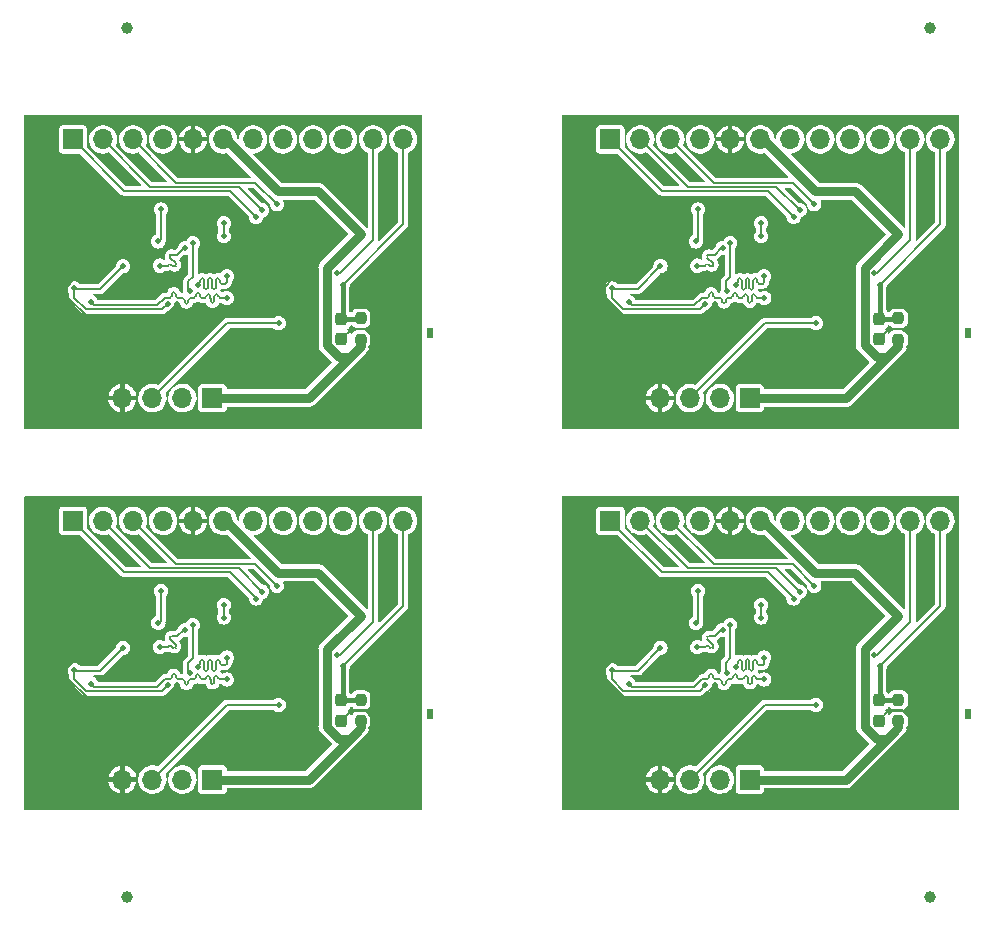
<source format=gbl>
G04 #@! TF.GenerationSoftware,KiCad,Pcbnew,6.0.7-f9a2dced07~116~ubuntu22.04.1*
G04 #@! TF.CreationDate,2022-09-03T23:27:29+10:00*
G04 #@! TF.ProjectId,panel,70616e65-6c2e-46b6-9963-61645f706362,rev?*
G04 #@! TF.SameCoordinates,Original*
G04 #@! TF.FileFunction,Copper,L2,Bot*
G04 #@! TF.FilePolarity,Positive*
%FSLAX46Y46*%
G04 Gerber Fmt 4.6, Leading zero omitted, Abs format (unit mm)*
G04 Created by KiCad (PCBNEW 6.0.7-f9a2dced07~116~ubuntu22.04.1) date 2022-09-03 23:27:29*
%MOMM*%
%LPD*%
G01*
G04 APERTURE LIST*
G04 Aperture macros list*
%AMRoundRect*
0 Rectangle with rounded corners*
0 $1 Rounding radius*
0 $2 $3 $4 $5 $6 $7 $8 $9 X,Y pos of 4 corners*
0 Add a 4 corners polygon primitive as box body*
4,1,4,$2,$3,$4,$5,$6,$7,$8,$9,$2,$3,0*
0 Add four circle primitives for the rounded corners*
1,1,$1+$1,$2,$3*
1,1,$1+$1,$4,$5*
1,1,$1+$1,$6,$7*
1,1,$1+$1,$8,$9*
0 Add four rect primitives between the rounded corners*
20,1,$1+$1,$2,$3,$4,$5,0*
20,1,$1+$1,$4,$5,$6,$7,0*
20,1,$1+$1,$6,$7,$8,$9,0*
20,1,$1+$1,$8,$9,$2,$3,0*%
G04 Aperture macros list end*
G04 #@! TA.AperFunction,ComponentPad*
%ADD10R,0.500000X0.900000*%
G04 #@! TD*
G04 #@! TA.AperFunction,ComponentPad*
%ADD11R,1.700000X1.700000*%
G04 #@! TD*
G04 #@! TA.AperFunction,ComponentPad*
%ADD12O,1.700000X1.700000*%
G04 #@! TD*
G04 #@! TA.AperFunction,SMDPad,CuDef*
%ADD13RoundRect,0.237500X-0.237500X0.300000X-0.237500X-0.300000X0.237500X-0.300000X0.237500X0.300000X0*%
G04 #@! TD*
G04 #@! TA.AperFunction,SMDPad,CuDef*
%ADD14C,1.000000*%
G04 #@! TD*
G04 #@! TA.AperFunction,SMDPad,CuDef*
%ADD15RoundRect,0.237500X0.237500X-0.250000X0.237500X0.250000X-0.237500X0.250000X-0.237500X-0.250000X0*%
G04 #@! TD*
G04 #@! TA.AperFunction,ViaPad*
%ADD16C,0.500000*%
G04 #@! TD*
G04 #@! TA.AperFunction,ViaPad*
%ADD17C,0.600000*%
G04 #@! TD*
G04 #@! TA.AperFunction,Conductor*
%ADD18C,0.762000*%
G04 #@! TD*
G04 #@! TA.AperFunction,Conductor*
%ADD19C,0.381000*%
G04 #@! TD*
G04 #@! TA.AperFunction,Conductor*
%ADD20C,0.180000*%
G04 #@! TD*
G04 #@! TA.AperFunction,Conductor*
%ADD21C,0.203200*%
G04 #@! TD*
G04 #@! TA.AperFunction,Conductor*
%ADD22C,0.130000*%
G04 #@! TD*
G04 APERTURE END LIST*
D10*
G04 #@! TO.P,AE1,2,Shield*
G04 #@! TO.N,Board_2-GND*
X49720000Y-78140000D03*
G04 #@! TD*
G04 #@! TO.P,AE1,2,Shield*
G04 #@! TO.N,Board_1-GND*
X95220000Y-45840000D03*
G04 #@! TD*
G04 #@! TO.P,AE1,2,Shield*
G04 #@! TO.N,Board_3-GND*
X95220000Y-78140000D03*
G04 #@! TD*
D11*
G04 #@! TO.P,J2,1,Pin_1*
G04 #@! TO.N,Board_3-GPIO20*
X64960000Y-61750000D03*
D12*
G04 #@! TO.P,J2,2,Pin_2*
G04 #@! TO.N,Board_3-GPIO19*
X67500000Y-61750000D03*
G04 #@! TO.P,J2,3,Pin_3*
G04 #@! TO.N,Board_3-GPIO15*
X70040000Y-61750000D03*
G04 #@! TO.P,J2,4,Pin_4*
G04 #@! TO.N,Board_3-GPIO14*
X72580000Y-61750000D03*
G04 #@! TO.P,J2,5,Pin_5*
G04 #@! TO.N,Board_3-GND*
X75120000Y-61750000D03*
G04 #@! TO.P,J2,6,Pin_6*
G04 #@! TO.N,Board_3-+3.3V*
X77660000Y-61750000D03*
G04 #@! TO.P,J2,7,Pin_7*
G04 #@! TO.N,Board_3-GPIO13*
X80200000Y-61750000D03*
G04 #@! TO.P,J2,8,Pin_8*
G04 #@! TO.N,Board_3-GPIO12*
X82740000Y-61750000D03*
G04 #@! TO.P,J2,9,Pin_9*
G04 #@! TO.N,Board_3-GPIO11*
X85280000Y-61750000D03*
G04 #@! TO.P,J2,10,Pin_10*
G04 #@! TO.N,Board_3-GPIO10*
X87820000Y-61750000D03*
G04 #@! TO.P,J2,11,Pin_11*
G04 #@! TO.N,Board_3-GPIO0*
X90360000Y-61750000D03*
G04 #@! TO.P,J2,12,Pin_12*
G04 #@! TO.N,Board_3-EN*
X92900000Y-61750000D03*
G04 #@! TD*
D11*
G04 #@! TO.P,J2,1,Pin_1*
G04 #@! TO.N,Board_2-GPIO20*
X19460000Y-61750000D03*
D12*
G04 #@! TO.P,J2,2,Pin_2*
G04 #@! TO.N,Board_2-GPIO19*
X22000000Y-61750000D03*
G04 #@! TO.P,J2,3,Pin_3*
G04 #@! TO.N,Board_2-GPIO15*
X24540000Y-61750000D03*
G04 #@! TO.P,J2,4,Pin_4*
G04 #@! TO.N,Board_2-GPIO14*
X27080000Y-61750000D03*
G04 #@! TO.P,J2,5,Pin_5*
G04 #@! TO.N,Board_2-GND*
X29620000Y-61750000D03*
G04 #@! TO.P,J2,6,Pin_6*
G04 #@! TO.N,Board_2-+3.3V*
X32160000Y-61750000D03*
G04 #@! TO.P,J2,7,Pin_7*
G04 #@! TO.N,Board_2-GPIO13*
X34700000Y-61750000D03*
G04 #@! TO.P,J2,8,Pin_8*
G04 #@! TO.N,Board_2-GPIO12*
X37240000Y-61750000D03*
G04 #@! TO.P,J2,9,Pin_9*
G04 #@! TO.N,Board_2-GPIO11*
X39780000Y-61750000D03*
G04 #@! TO.P,J2,10,Pin_10*
G04 #@! TO.N,Board_2-GPIO10*
X42320000Y-61750000D03*
G04 #@! TO.P,J2,11,Pin_11*
G04 #@! TO.N,Board_2-GPIO0*
X44860000Y-61750000D03*
G04 #@! TO.P,J2,12,Pin_12*
G04 #@! TO.N,Board_2-EN*
X47400000Y-61750000D03*
G04 #@! TD*
D11*
G04 #@! TO.P,J2,1,Pin_1*
G04 #@! TO.N,Board_0-GPIO20*
X19460000Y-29450000D03*
D12*
G04 #@! TO.P,J2,2,Pin_2*
G04 #@! TO.N,Board_0-GPIO19*
X22000000Y-29450000D03*
G04 #@! TO.P,J2,3,Pin_3*
G04 #@! TO.N,Board_0-GPIO15*
X24540000Y-29450000D03*
G04 #@! TO.P,J2,4,Pin_4*
G04 #@! TO.N,Board_0-GPIO14*
X27080000Y-29450000D03*
G04 #@! TO.P,J2,5,Pin_5*
G04 #@! TO.N,Board_0-GND*
X29620000Y-29450000D03*
G04 #@! TO.P,J2,6,Pin_6*
G04 #@! TO.N,Board_0-+3.3V*
X32160000Y-29450000D03*
G04 #@! TO.P,J2,7,Pin_7*
G04 #@! TO.N,Board_0-GPIO13*
X34700000Y-29450000D03*
G04 #@! TO.P,J2,8,Pin_8*
G04 #@! TO.N,Board_0-GPIO12*
X37240000Y-29450000D03*
G04 #@! TO.P,J2,9,Pin_9*
G04 #@! TO.N,Board_0-GPIO11*
X39780000Y-29450000D03*
G04 #@! TO.P,J2,10,Pin_10*
G04 #@! TO.N,Board_0-GPIO10*
X42320000Y-29450000D03*
G04 #@! TO.P,J2,11,Pin_11*
G04 #@! TO.N,Board_0-GPIO0*
X44860000Y-29450000D03*
G04 #@! TO.P,J2,12,Pin_12*
G04 #@! TO.N,Board_0-EN*
X47400000Y-29450000D03*
G04 #@! TD*
D11*
G04 #@! TO.P,J2,1,Pin_1*
G04 #@! TO.N,Board_1-GPIO20*
X64960000Y-29450000D03*
D12*
G04 #@! TO.P,J2,2,Pin_2*
G04 #@! TO.N,Board_1-GPIO19*
X67500000Y-29450000D03*
G04 #@! TO.P,J2,3,Pin_3*
G04 #@! TO.N,Board_1-GPIO15*
X70040000Y-29450000D03*
G04 #@! TO.P,J2,4,Pin_4*
G04 #@! TO.N,Board_1-GPIO14*
X72580000Y-29450000D03*
G04 #@! TO.P,J2,5,Pin_5*
G04 #@! TO.N,Board_1-GND*
X75120000Y-29450000D03*
G04 #@! TO.P,J2,6,Pin_6*
G04 #@! TO.N,Board_1-+3.3V*
X77660000Y-29450000D03*
G04 #@! TO.P,J2,7,Pin_7*
G04 #@! TO.N,Board_1-GPIO13*
X80200000Y-29450000D03*
G04 #@! TO.P,J2,8,Pin_8*
G04 #@! TO.N,Board_1-GPIO12*
X82740000Y-29450000D03*
G04 #@! TO.P,J2,9,Pin_9*
G04 #@! TO.N,Board_1-GPIO11*
X85280000Y-29450000D03*
G04 #@! TO.P,J2,10,Pin_10*
G04 #@! TO.N,Board_1-GPIO10*
X87820000Y-29450000D03*
G04 #@! TO.P,J2,11,Pin_11*
G04 #@! TO.N,Board_1-GPIO0*
X90360000Y-29450000D03*
G04 #@! TO.P,J2,12,Pin_12*
G04 #@! TO.N,Board_1-EN*
X92900000Y-29450000D03*
G04 #@! TD*
D10*
G04 #@! TO.P,AE1,2,Shield*
G04 #@! TO.N,Board_0-GND*
X49720000Y-45840000D03*
G04 #@! TD*
D13*
G04 #@! TO.P,C9,1*
G04 #@! TO.N,Board_2-EN*
X42190000Y-76957500D03*
G04 #@! TO.P,C9,2*
G04 #@! TO.N,Board_2-GND*
X42190000Y-78682500D03*
G04 #@! TD*
G04 #@! TO.P,C9,1*
G04 #@! TO.N,Board_1-EN*
X87690000Y-44657500D03*
G04 #@! TO.P,C9,2*
G04 #@! TO.N,Board_1-GND*
X87690000Y-46382500D03*
G04 #@! TD*
D14*
G04 #@! TO.P,REF\u002A\u002A,*
G04 #@! TO.N,*
X92000000Y-93600000D03*
G04 #@! TD*
D13*
G04 #@! TO.P,C9,1*
G04 #@! TO.N,Board_3-EN*
X87690000Y-76957500D03*
G04 #@! TO.P,C9,2*
G04 #@! TO.N,Board_3-GND*
X87690000Y-78682500D03*
G04 #@! TD*
D15*
G04 #@! TO.P,R1,1*
G04 #@! TO.N,Board_2-+3.3V*
X43820000Y-78732500D03*
G04 #@! TO.P,R1,2*
G04 #@! TO.N,Board_2-EN*
X43820000Y-76907500D03*
G04 #@! TD*
D14*
G04 #@! TO.P,REF\u002A\u002A,*
G04 #@! TO.N,*
X24000000Y-93600000D03*
G04 #@! TD*
D13*
G04 #@! TO.P,C9,1*
G04 #@! TO.N,Board_0-EN*
X42190000Y-44657500D03*
G04 #@! TO.P,C9,2*
G04 #@! TO.N,Board_0-GND*
X42190000Y-46382500D03*
G04 #@! TD*
D14*
G04 #@! TO.P,REF\u002A\u002A,*
G04 #@! TO.N,*
X24000000Y-20000000D03*
G04 #@! TD*
D11*
G04 #@! TO.P,J1,1,Pin_1*
G04 #@! TO.N,Board_2-+3.3V*
X31270000Y-83650000D03*
D12*
G04 #@! TO.P,J1,2,Pin_2*
G04 #@! TO.N,Board_2-TxD*
X28730000Y-83650000D03*
G04 #@! TO.P,J1,3,Pin_3*
G04 #@! TO.N,Board_2-RxD*
X26190000Y-83650000D03*
G04 #@! TO.P,J1,4,Pin_4*
G04 #@! TO.N,Board_2-GND*
X23650000Y-83650000D03*
G04 #@! TD*
D15*
G04 #@! TO.P,R1,1*
G04 #@! TO.N,Board_3-+3.3V*
X89320000Y-78732500D03*
G04 #@! TO.P,R1,2*
G04 #@! TO.N,Board_3-EN*
X89320000Y-76907500D03*
G04 #@! TD*
D11*
G04 #@! TO.P,J1,1,Pin_1*
G04 #@! TO.N,Board_1-+3.3V*
X76770000Y-51350000D03*
D12*
G04 #@! TO.P,J1,2,Pin_2*
G04 #@! TO.N,Board_1-TxD*
X74230000Y-51350000D03*
G04 #@! TO.P,J1,3,Pin_3*
G04 #@! TO.N,Board_1-RxD*
X71690000Y-51350000D03*
G04 #@! TO.P,J1,4,Pin_4*
G04 #@! TO.N,Board_1-GND*
X69150000Y-51350000D03*
G04 #@! TD*
D15*
G04 #@! TO.P,R1,1*
G04 #@! TO.N,Board_1-+3.3V*
X89320000Y-46432500D03*
G04 #@! TO.P,R1,2*
G04 #@! TO.N,Board_1-EN*
X89320000Y-44607500D03*
G04 #@! TD*
D14*
G04 #@! TO.P,REF\u002A\u002A,*
G04 #@! TO.N,*
X92000000Y-20000000D03*
G04 #@! TD*
D15*
G04 #@! TO.P,R1,1*
G04 #@! TO.N,Board_0-+3.3V*
X43820000Y-46432500D03*
G04 #@! TO.P,R1,2*
G04 #@! TO.N,Board_0-EN*
X43820000Y-44607500D03*
G04 #@! TD*
D11*
G04 #@! TO.P,J1,1,Pin_1*
G04 #@! TO.N,Board_3-+3.3V*
X76770000Y-83650000D03*
D12*
G04 #@! TO.P,J1,2,Pin_2*
G04 #@! TO.N,Board_3-TxD*
X74230000Y-83650000D03*
G04 #@! TO.P,J1,3,Pin_3*
G04 #@! TO.N,Board_3-RxD*
X71690000Y-83650000D03*
G04 #@! TO.P,J1,4,Pin_4*
G04 #@! TO.N,Board_3-GND*
X69150000Y-83650000D03*
G04 #@! TD*
D11*
G04 #@! TO.P,J1,1,Pin_1*
G04 #@! TO.N,Board_0-+3.3V*
X31270000Y-51350000D03*
D12*
G04 #@! TO.P,J1,2,Pin_2*
G04 #@! TO.N,Board_0-TxD*
X28730000Y-51350000D03*
G04 #@! TO.P,J1,3,Pin_3*
G04 #@! TO.N,Board_0-RxD*
X26190000Y-51350000D03*
G04 #@! TO.P,J1,4,Pin_4*
G04 #@! TO.N,Board_0-GND*
X23650000Y-51350000D03*
G04 #@! TD*
D16*
G04 #@! TO.N,Board_0-+3.3V*
X36800000Y-33850000D03*
D17*
X43817500Y-37462500D03*
D16*
X40900000Y-45150000D03*
G04 #@! TO.N,Board_0-EN*
X42290000Y-41740000D03*
G04 #@! TO.N,Board_0-GND*
X48250000Y-36000000D03*
X18100000Y-41300000D03*
D17*
X43750000Y-33750000D03*
D16*
X32000000Y-32250000D03*
X25900000Y-32100000D03*
X25250000Y-31500000D03*
X38500000Y-28200000D03*
X30800000Y-34600000D03*
X26250000Y-49750000D03*
X31250000Y-32250000D03*
X39160000Y-42750000D03*
X19600000Y-44200000D03*
X47700000Y-42700000D03*
X48250000Y-40000000D03*
X48300000Y-31600000D03*
X48250000Y-35250000D03*
X48250000Y-40750000D03*
X33600000Y-47700000D03*
X27425000Y-53025000D03*
X42000000Y-37500000D03*
X48400000Y-30900000D03*
X33750000Y-52575000D03*
X43600000Y-28200000D03*
X47750000Y-44750000D03*
X46200000Y-31300000D03*
X36830000Y-40610000D03*
X41100000Y-28200000D03*
X28825000Y-53050000D03*
X47000000Y-47100000D03*
X48400000Y-42700000D03*
X30500000Y-32250000D03*
X35300000Y-47700000D03*
X39500000Y-45000000D03*
X48000000Y-38500000D03*
X31600000Y-34600000D03*
X38900000Y-35000000D03*
X43200000Y-33000000D03*
X28250000Y-46750000D03*
X33000000Y-50000000D03*
X34780000Y-39040000D03*
X43750000Y-35000000D03*
X29825000Y-36200000D03*
X18200000Y-42000000D03*
X47750000Y-45500000D03*
X47000000Y-44750000D03*
X19750000Y-40000000D03*
X48250000Y-33000000D03*
X33425000Y-36450000D03*
X29000000Y-32250000D03*
X34670000Y-42620000D03*
X32250000Y-49750000D03*
D17*
X46000000Y-33200000D03*
D16*
X28100000Y-31700000D03*
X47000000Y-42700000D03*
X45700000Y-48200000D03*
D17*
X43750000Y-32250000D03*
D16*
X26850000Y-46075000D03*
X39750000Y-32250000D03*
X36500000Y-36000000D03*
X48400000Y-41400000D03*
X25800000Y-46075000D03*
X48250000Y-33750000D03*
X39700000Y-35000000D03*
X33000000Y-45750000D03*
X32750000Y-32250000D03*
D17*
X46000000Y-34250000D03*
D16*
X37000000Y-46750000D03*
X47000000Y-45500000D03*
X48250000Y-37000000D03*
X48400000Y-44700000D03*
X23750000Y-36250000D03*
X29250000Y-46750000D03*
X30750000Y-30750000D03*
X47750000Y-46250000D03*
X23000000Y-36250000D03*
X48250000Y-39250000D03*
X18500000Y-42700000D03*
X48250000Y-34500000D03*
X20600000Y-36000000D03*
X20100000Y-31500000D03*
X23000000Y-31750000D03*
X36250000Y-46250000D03*
X41450000Y-38225000D03*
X19600000Y-44800000D03*
X23250000Y-45750000D03*
X24250000Y-32750000D03*
X24775000Y-46075000D03*
X48250000Y-37750000D03*
X38930000Y-39090000D03*
X40500000Y-48500000D03*
X18100000Y-40100000D03*
X28275000Y-43375000D03*
X29250000Y-49750000D03*
D17*
X48250000Y-27750000D03*
D16*
X30000000Y-49750000D03*
X32000000Y-35250000D03*
X25900000Y-36250000D03*
X23500000Y-32250000D03*
X27925000Y-46100000D03*
X27750000Y-38250000D03*
X29750000Y-32250000D03*
X19670000Y-41220000D03*
X29750000Y-46250000D03*
X24875000Y-50125000D03*
X48400000Y-42100000D03*
X47000000Y-46250000D03*
X48300000Y-32300000D03*
X39000000Y-48500000D03*
X43200000Y-34400000D03*
X28750000Y-47250000D03*
X46000000Y-32100000D03*
X18100000Y-40700000D03*
X44720000Y-47005000D03*
X44750000Y-42750000D03*
X18800000Y-43300000D03*
X43700000Y-31300000D03*
X46200000Y-35200000D03*
X22500000Y-45500000D03*
X30575000Y-36275000D03*
X28000000Y-35750000D03*
G04 #@! TO.N,Board_0-GPIO0*
X41810000Y-40790000D03*
G04 #@! TO.N,Board_0-GPIO15*
X36725000Y-34950000D03*
G04 #@! TO.N,Board_0-GPIO19*
X35480000Y-35440000D03*
G04 #@! TO.N,Board_0-GPIO20*
X34970500Y-36025000D03*
G04 #@! TO.N,Board_0-Net-(R2-Pad1)*
X26890000Y-35380000D03*
X26690000Y-38090000D03*
G04 #@! TO.N,Board_0-RxD*
X36870000Y-45020000D03*
G04 #@! TO.N,Board_0-SPIHD*
X29610000Y-38240000D03*
X29375000Y-42325000D03*
G04 #@! TO.N,Board_0-SPIWP*
X28955353Y-38665353D03*
X26810000Y-40140000D03*
G04 #@! TO.N,Board_0-SPI_IO4*
X32480000Y-41020000D03*
X30082982Y-41807982D03*
G04 #@! TO.N,Board_0-SPI_IO7*
X21000000Y-43234034D03*
X32490000Y-42874500D03*
G04 #@! TO.N,Board_0-VDD_SPI*
X32225000Y-36550000D03*
X27475000Y-43385500D03*
X19556057Y-42061557D03*
X32225000Y-37637000D03*
X23700000Y-40195000D03*
D17*
G04 #@! TO.N,Board_1-+3.3V*
X89317500Y-37462500D03*
D16*
X82300000Y-33850000D03*
X86400000Y-45150000D03*
G04 #@! TO.N,Board_1-EN*
X87790000Y-41740000D03*
G04 #@! TO.N,Board_1-GND*
X77750000Y-49750000D03*
X89200000Y-31300000D03*
X93250000Y-45500000D03*
X93900000Y-30900000D03*
X82500000Y-46750000D03*
X90250000Y-42750000D03*
X71300000Y-46075000D03*
X68500000Y-36250000D03*
X77500000Y-35250000D03*
X80800000Y-47700000D03*
X74750000Y-49750000D03*
X89100000Y-28200000D03*
X93750000Y-36000000D03*
X91500000Y-32100000D03*
X73750000Y-46750000D03*
X84400000Y-35000000D03*
X73500000Y-35750000D03*
X88700000Y-33000000D03*
X85250000Y-32250000D03*
X70375000Y-50125000D03*
X93800000Y-31600000D03*
X72925000Y-53025000D03*
X84000000Y-28200000D03*
X93200000Y-42700000D03*
X78250000Y-32250000D03*
X75500000Y-49750000D03*
X77500000Y-32250000D03*
X86600000Y-28200000D03*
X74500000Y-32250000D03*
X93900000Y-42100000D03*
X70275000Y-46075000D03*
X66100000Y-36000000D03*
X70750000Y-31500000D03*
X91700000Y-35200000D03*
X84430000Y-39090000D03*
X75250000Y-46250000D03*
X68750000Y-45750000D03*
X89250000Y-35000000D03*
X65170000Y-41220000D03*
D17*
X91500000Y-33200000D03*
D16*
X82000000Y-36000000D03*
X63600000Y-40700000D03*
X69000000Y-32250000D03*
X93900000Y-41400000D03*
X85000000Y-45000000D03*
D17*
X89250000Y-32250000D03*
D16*
X93750000Y-37000000D03*
X73425000Y-46100000D03*
X76075000Y-36275000D03*
X75325000Y-36200000D03*
X85200000Y-35000000D03*
X68500000Y-31750000D03*
X64300000Y-43300000D03*
X71400000Y-32100000D03*
X84660000Y-42750000D03*
X71400000Y-36250000D03*
X84500000Y-48500000D03*
X72350000Y-46075000D03*
X74250000Y-47250000D03*
X71750000Y-49750000D03*
X73775000Y-43375000D03*
X82330000Y-40610000D03*
X79250000Y-52575000D03*
X75250000Y-32250000D03*
D17*
X91500000Y-34250000D03*
D16*
X92500000Y-46250000D03*
X81750000Y-46250000D03*
X76250000Y-30750000D03*
X93500000Y-38500000D03*
X93250000Y-44750000D03*
X79100000Y-47700000D03*
X88700000Y-34400000D03*
X93900000Y-42700000D03*
X65600000Y-31500000D03*
X65100000Y-44800000D03*
X69250000Y-36250000D03*
X86950000Y-38225000D03*
X90220000Y-47005000D03*
X93900000Y-44700000D03*
X63600000Y-40100000D03*
X93750000Y-35250000D03*
X76750000Y-32250000D03*
X92500000Y-42700000D03*
X93750000Y-37750000D03*
X86000000Y-48500000D03*
X80280000Y-39040000D03*
X93250000Y-46250000D03*
X91700000Y-31300000D03*
X65250000Y-40000000D03*
X93750000Y-40000000D03*
X93750000Y-33000000D03*
X73600000Y-31700000D03*
X63600000Y-41300000D03*
X92500000Y-45500000D03*
X93800000Y-32300000D03*
X76300000Y-34600000D03*
X93750000Y-40750000D03*
X78500000Y-45750000D03*
X92500000Y-47100000D03*
X74325000Y-53050000D03*
X77100000Y-34600000D03*
X65100000Y-44200000D03*
X64000000Y-42700000D03*
X73250000Y-38250000D03*
X91200000Y-48200000D03*
D17*
X93750000Y-27750000D03*
D16*
X93750000Y-33750000D03*
X68000000Y-45500000D03*
X63700000Y-42000000D03*
X76000000Y-32250000D03*
D17*
X89250000Y-33750000D03*
D16*
X92500000Y-44750000D03*
X69750000Y-32750000D03*
X74750000Y-46750000D03*
X93750000Y-34500000D03*
X80170000Y-42620000D03*
X87500000Y-37500000D03*
X78925000Y-36450000D03*
X93750000Y-39250000D03*
X78500000Y-50000000D03*
G04 #@! TO.N,Board_1-GPIO0*
X87310000Y-40790000D03*
G04 #@! TO.N,Board_1-GPIO15*
X82225000Y-34950000D03*
G04 #@! TO.N,Board_1-GPIO19*
X80980000Y-35440000D03*
G04 #@! TO.N,Board_1-GPIO20*
X80470500Y-36025000D03*
G04 #@! TO.N,Board_1-Net-(R2-Pad1)*
X72390000Y-35380000D03*
X72190000Y-38090000D03*
G04 #@! TO.N,Board_1-RxD*
X82370000Y-45020000D03*
G04 #@! TO.N,Board_1-SPIHD*
X75110000Y-38240000D03*
X74875000Y-42325000D03*
G04 #@! TO.N,Board_1-SPIWP*
X74455353Y-38665353D03*
X72310000Y-40140000D03*
G04 #@! TO.N,Board_1-SPI_IO4*
X77980000Y-41020000D03*
X75582982Y-41807982D03*
G04 #@! TO.N,Board_1-SPI_IO7*
X77990000Y-42874500D03*
X66500000Y-43234034D03*
G04 #@! TO.N,Board_1-VDD_SPI*
X65056057Y-42061557D03*
X69200000Y-40195000D03*
X77725000Y-36550000D03*
X72975000Y-43385500D03*
X77725000Y-37637000D03*
G04 #@! TO.N,Board_2-+3.3V*
X36800000Y-66150000D03*
D17*
X43817500Y-69762500D03*
D16*
X40900000Y-77450000D03*
G04 #@! TO.N,Board_2-EN*
X42290000Y-74040000D03*
G04 #@! TO.N,Board_2-GND*
X34670000Y-74920000D03*
X36500000Y-68300000D03*
X48400000Y-73700000D03*
X47750000Y-77800000D03*
X23000000Y-64050000D03*
X44750000Y-75050000D03*
X43200000Y-66700000D03*
X23750000Y-68550000D03*
X48250000Y-71550000D03*
X31250000Y-64550000D03*
X27750000Y-70550000D03*
D17*
X43750000Y-64550000D03*
X46000000Y-66550000D03*
D16*
X33750000Y-84875000D03*
X47000000Y-75000000D03*
D17*
X46000000Y-65500000D03*
D16*
X29250000Y-79050000D03*
X30750000Y-63050000D03*
X36830000Y-72910000D03*
X18200000Y-74300000D03*
X18500000Y-75000000D03*
X43700000Y-63600000D03*
X48400000Y-75000000D03*
X43200000Y-65300000D03*
X48400000Y-74400000D03*
X32750000Y-64550000D03*
X41450000Y-70525000D03*
X31600000Y-66900000D03*
X29825000Y-68500000D03*
X47750000Y-77050000D03*
X39000000Y-80800000D03*
D17*
X43750000Y-66050000D03*
D16*
X24775000Y-78375000D03*
X27425000Y-85325000D03*
X32250000Y-82050000D03*
X47700000Y-75000000D03*
X28825000Y-85350000D03*
X42000000Y-69800000D03*
X28250000Y-79050000D03*
X25900000Y-68550000D03*
X39160000Y-75050000D03*
X19670000Y-73520000D03*
X20100000Y-63800000D03*
X30800000Y-66900000D03*
X30000000Y-82050000D03*
X48250000Y-70050000D03*
X28000000Y-68050000D03*
X18100000Y-73600000D03*
X37000000Y-79050000D03*
X47000000Y-77800000D03*
X27925000Y-78400000D03*
X24250000Y-65050000D03*
X33600000Y-80000000D03*
X47000000Y-79400000D03*
X47000000Y-78550000D03*
X39750000Y-64550000D03*
X38500000Y-60500000D03*
X25900000Y-64400000D03*
X48250000Y-68300000D03*
X45700000Y-80500000D03*
X39500000Y-77300000D03*
X33000000Y-78050000D03*
X36250000Y-78550000D03*
X39700000Y-67300000D03*
X30500000Y-64550000D03*
X46200000Y-63600000D03*
X48250000Y-66050000D03*
X38930000Y-71390000D03*
X26850000Y-78375000D03*
X18100000Y-73000000D03*
X20600000Y-68300000D03*
X19600000Y-76500000D03*
X34780000Y-71340000D03*
X46000000Y-64400000D03*
X47000000Y-77050000D03*
X28750000Y-79550000D03*
X23250000Y-78050000D03*
X40500000Y-80800000D03*
X44720000Y-79305000D03*
D17*
X48250000Y-60050000D03*
D16*
X18800000Y-75600000D03*
X33000000Y-82300000D03*
X33425000Y-68750000D03*
X29750000Y-64550000D03*
X48300000Y-64600000D03*
X35300000Y-80000000D03*
X48400000Y-77000000D03*
X19750000Y-72300000D03*
X26250000Y-82050000D03*
X32000000Y-67550000D03*
X48250000Y-73050000D03*
X29250000Y-82050000D03*
X29000000Y-64550000D03*
X48250000Y-69300000D03*
X30575000Y-68575000D03*
X19600000Y-77100000D03*
X18100000Y-72400000D03*
X28275000Y-75675000D03*
X25800000Y-78375000D03*
X38900000Y-67300000D03*
X47750000Y-78550000D03*
X48250000Y-66800000D03*
X25250000Y-63800000D03*
X46200000Y-67500000D03*
X48250000Y-67550000D03*
X41100000Y-60500000D03*
X43750000Y-67300000D03*
X48250000Y-72300000D03*
X23000000Y-68550000D03*
X32000000Y-64550000D03*
X48400000Y-63200000D03*
X48000000Y-70800000D03*
X29750000Y-78550000D03*
X48250000Y-65300000D03*
X22500000Y-77800000D03*
X23500000Y-64550000D03*
X48300000Y-63900000D03*
X28100000Y-64000000D03*
X43600000Y-60500000D03*
X24875000Y-82425000D03*
G04 #@! TO.N,Board_2-GPIO0*
X41810000Y-73090000D03*
G04 #@! TO.N,Board_2-GPIO15*
X36725000Y-67250000D03*
G04 #@! TO.N,Board_2-GPIO19*
X35480000Y-67740000D03*
G04 #@! TO.N,Board_2-GPIO20*
X34970500Y-68325000D03*
G04 #@! TO.N,Board_2-Net-(R2-Pad1)*
X26890000Y-67680000D03*
X26690000Y-70390000D03*
G04 #@! TO.N,Board_2-RxD*
X36870000Y-77320000D03*
G04 #@! TO.N,Board_2-SPIHD*
X29610000Y-70540000D03*
X29375000Y-74625000D03*
G04 #@! TO.N,Board_2-SPIWP*
X28955353Y-70965353D03*
X26810000Y-72440000D03*
G04 #@! TO.N,Board_2-SPI_IO4*
X30082982Y-74107982D03*
X32480000Y-73320000D03*
G04 #@! TO.N,Board_2-SPI_IO7*
X21000000Y-75534034D03*
X32490000Y-75174500D03*
G04 #@! TO.N,Board_2-VDD_SPI*
X23700000Y-72495000D03*
X27475000Y-75685500D03*
X19556057Y-74361557D03*
X32225000Y-69937000D03*
X32225000Y-68850000D03*
G04 #@! TO.N,Board_3-+3.3V*
X82300000Y-66150000D03*
D17*
X89317500Y-69762500D03*
D16*
X86400000Y-77450000D03*
G04 #@! TO.N,Board_3-EN*
X87790000Y-74040000D03*
G04 #@! TO.N,Board_3-GND*
X84500000Y-80800000D03*
X71300000Y-78375000D03*
X73775000Y-75675000D03*
X85250000Y-64550000D03*
X91700000Y-67500000D03*
D17*
X89250000Y-64550000D03*
D16*
X93750000Y-72300000D03*
X86600000Y-60500000D03*
X91200000Y-80500000D03*
X92500000Y-78550000D03*
X88700000Y-65300000D03*
X93200000Y-75000000D03*
X68500000Y-64050000D03*
X64300000Y-75600000D03*
X89200000Y-63600000D03*
X89250000Y-67300000D03*
X69000000Y-64550000D03*
X82500000Y-79050000D03*
X85000000Y-77300000D03*
X79250000Y-84875000D03*
D17*
X91500000Y-65500000D03*
D16*
X93750000Y-68300000D03*
X63600000Y-73000000D03*
X91500000Y-64400000D03*
X92500000Y-75000000D03*
X75500000Y-82050000D03*
X68750000Y-78050000D03*
X77100000Y-66900000D03*
X70375000Y-82425000D03*
X72925000Y-85325000D03*
X85200000Y-67300000D03*
X74325000Y-85350000D03*
X93750000Y-70050000D03*
X74250000Y-79550000D03*
X78500000Y-78050000D03*
X90220000Y-79305000D03*
X93250000Y-77050000D03*
X77750000Y-82050000D03*
X73500000Y-68050000D03*
X75325000Y-68500000D03*
X76000000Y-64550000D03*
X73250000Y-70550000D03*
X80280000Y-71340000D03*
X90250000Y-75050000D03*
X74750000Y-79050000D03*
X77500000Y-64550000D03*
X93750000Y-65300000D03*
X93900000Y-77000000D03*
X65100000Y-77100000D03*
X74500000Y-64550000D03*
X80170000Y-74920000D03*
X84000000Y-60500000D03*
X93800000Y-63900000D03*
X93750000Y-66050000D03*
X63600000Y-73600000D03*
X64000000Y-75000000D03*
X93750000Y-67550000D03*
X93900000Y-75000000D03*
X84430000Y-71390000D03*
X79100000Y-80000000D03*
X65600000Y-63800000D03*
X84400000Y-67300000D03*
X78250000Y-64550000D03*
D17*
X93750000Y-60050000D03*
D16*
X76250000Y-63050000D03*
X65250000Y-72300000D03*
X91700000Y-63600000D03*
X86000000Y-80800000D03*
X88700000Y-66700000D03*
X92500000Y-77050000D03*
X74750000Y-82050000D03*
X87500000Y-69800000D03*
X93750000Y-66800000D03*
X76075000Y-68575000D03*
X81750000Y-78550000D03*
X76750000Y-64550000D03*
X93250000Y-78550000D03*
X93800000Y-64600000D03*
X68500000Y-68550000D03*
X70275000Y-78375000D03*
X66100000Y-68300000D03*
X65170000Y-73520000D03*
X71400000Y-64400000D03*
X75250000Y-64550000D03*
X71400000Y-68550000D03*
X84660000Y-75050000D03*
X78500000Y-82300000D03*
X69250000Y-68550000D03*
X70750000Y-63800000D03*
X93500000Y-70800000D03*
X78925000Y-68750000D03*
X93750000Y-71550000D03*
X72350000Y-78375000D03*
X73425000Y-78400000D03*
X93900000Y-73700000D03*
X80800000Y-80000000D03*
X93750000Y-73050000D03*
X93250000Y-77800000D03*
X68000000Y-77800000D03*
X69750000Y-65050000D03*
X77500000Y-67550000D03*
X89100000Y-60500000D03*
X63700000Y-74300000D03*
D17*
X91500000Y-66550000D03*
D16*
X92500000Y-77800000D03*
X76300000Y-66900000D03*
X86950000Y-70525000D03*
X65100000Y-76500000D03*
X73600000Y-64000000D03*
X71750000Y-82050000D03*
X93750000Y-69300000D03*
D17*
X89250000Y-66050000D03*
D16*
X93900000Y-63200000D03*
X73750000Y-79050000D03*
X82330000Y-72910000D03*
X93900000Y-74400000D03*
X82000000Y-68300000D03*
X92500000Y-79400000D03*
X75250000Y-78550000D03*
X63600000Y-72400000D03*
G04 #@! TO.N,Board_3-GPIO0*
X87310000Y-73090000D03*
G04 #@! TO.N,Board_3-GPIO15*
X82225000Y-67250000D03*
G04 #@! TO.N,Board_3-GPIO19*
X80980000Y-67740000D03*
G04 #@! TO.N,Board_3-GPIO20*
X80470500Y-68325000D03*
G04 #@! TO.N,Board_3-Net-(R2-Pad1)*
X72190000Y-70390000D03*
X72390000Y-67680000D03*
G04 #@! TO.N,Board_3-RxD*
X82370000Y-77320000D03*
G04 #@! TO.N,Board_3-SPIHD*
X74875000Y-74625000D03*
X75110000Y-70540000D03*
G04 #@! TO.N,Board_3-SPIWP*
X74455353Y-70965353D03*
X72310000Y-72440000D03*
G04 #@! TO.N,Board_3-SPI_IO4*
X77980000Y-73320000D03*
X75582982Y-74107982D03*
G04 #@! TO.N,Board_3-SPI_IO7*
X77990000Y-75174500D03*
X66500000Y-75534034D03*
G04 #@! TO.N,Board_3-VDD_SPI*
X65056057Y-74361557D03*
X77725000Y-69937000D03*
X77725000Y-68850000D03*
X72975000Y-75685500D03*
X69200000Y-72495000D03*
G04 #@! TD*
D18*
G04 #@! TO.N,Board_0-+3.3V*
X43817500Y-37462500D02*
X40979000Y-40301000D01*
X41992466Y-47880000D02*
X42880000Y-47880000D01*
X40979000Y-46866534D02*
X41992466Y-47880000D01*
X43475000Y-47285000D02*
X43820000Y-46940000D01*
X40979000Y-40301000D02*
X40979000Y-46866534D01*
X36800000Y-33850000D02*
X40205000Y-33850000D01*
X39410000Y-51350000D02*
X43475000Y-47285000D01*
X31270000Y-51350000D02*
X39410000Y-51350000D01*
X42880000Y-47880000D02*
X43475000Y-47285000D01*
X32400000Y-29450000D02*
X36800000Y-33850000D01*
X40205000Y-33850000D02*
X43817500Y-37462500D01*
X32160000Y-29450000D02*
X32400000Y-29450000D01*
X43820000Y-46940000D02*
X43820000Y-46432500D01*
D19*
G04 #@! TO.N,Board_0-EN*
X42290000Y-41740000D02*
X42290000Y-44557500D01*
D20*
X47400000Y-29450000D02*
X47400000Y-36630000D01*
X47400000Y-36630000D02*
X42290000Y-41740000D01*
D19*
X42190000Y-44657500D02*
X43770000Y-44657500D01*
X43770000Y-44657500D02*
X43820000Y-44607500D01*
X42290000Y-44557500D02*
X42190000Y-44657500D01*
D21*
G04 #@! TO.N,Board_0-GND*
X44175000Y-45500000D02*
X44720000Y-46045000D01*
D22*
X20606212Y-44400000D02*
X27250000Y-44400000D01*
D21*
X43072500Y-45500000D02*
X44175000Y-45500000D01*
X44720000Y-46045000D02*
X44720000Y-47005000D01*
D22*
X19670000Y-41220000D02*
X18970000Y-41920000D01*
X27250000Y-44400000D02*
X28275000Y-43375000D01*
X18970000Y-42763788D02*
X20606212Y-44400000D01*
D21*
X42190000Y-46382500D02*
X43072500Y-45500000D01*
D22*
X18970000Y-41920000D02*
X18970000Y-42763788D01*
D20*
G04 #@! TO.N,Board_0-GPIO0*
X44860000Y-37990000D02*
X44860000Y-29450000D01*
X42060000Y-40790000D02*
X44860000Y-37990000D01*
X41810000Y-40790000D02*
X42060000Y-40790000D01*
D22*
G04 #@! TO.N,Board_0-GPIO15*
X36725000Y-34950000D02*
X34905001Y-33130001D01*
X28220001Y-33130001D02*
X24540000Y-29450000D01*
X34905001Y-33130001D02*
X28220001Y-33130001D01*
G04 #@! TO.N,Board_0-GPIO19*
X26010001Y-33460001D02*
X33500001Y-33460001D01*
X33500001Y-33460001D02*
X35480000Y-35440000D01*
X22000000Y-29450000D02*
X26010001Y-33460001D01*
G04 #@! TO.N,Board_0-GPIO20*
X23800000Y-33790000D02*
X19460000Y-29450000D01*
X34970500Y-36025000D02*
X34970500Y-35995500D01*
X32765000Y-33790000D02*
X23800000Y-33790000D01*
X34970500Y-35995500D02*
X32765000Y-33790000D01*
G04 #@! TO.N,Board_0-Net-(R2-Pad1)*
X26690000Y-38090000D02*
X26890000Y-37890000D01*
X26890000Y-37890000D02*
X26890000Y-35380000D01*
D20*
G04 #@! TO.N,Board_0-RxD*
X36870000Y-45020000D02*
X32520000Y-45020000D01*
X32520000Y-45020000D02*
X26190000Y-51350000D01*
D22*
G04 #@! TO.N,Board_0-SPIHD*
X29217717Y-42167717D02*
X29375000Y-42325000D01*
X29610000Y-38240000D02*
X29610000Y-41070888D01*
X29610000Y-41070888D02*
X29217717Y-41463171D01*
X29217717Y-41463171D02*
X29217717Y-42167717D01*
G04 #@! TO.N,Board_0-SPIWP*
X27918517Y-40175246D02*
X27918519Y-40175245D01*
X27480855Y-40140000D02*
X27588510Y-40032345D01*
X28824647Y-38665353D02*
X28955353Y-38665353D01*
X27887691Y-39212407D02*
X28277593Y-39212407D01*
X27678100Y-39468136D02*
X27678100Y-39468135D01*
X28277593Y-39212407D02*
X28824647Y-38665353D01*
X28151863Y-40175245D02*
X28151864Y-40175244D01*
X27678100Y-39234791D02*
X27678100Y-39234792D01*
X26810000Y-40140000D02*
X27480855Y-40140000D01*
X28151863Y-39941899D02*
X27678100Y-39468136D01*
X27798309Y-40055038D02*
X27918517Y-40175246D01*
X27798345Y-40055001D02*
G75*
G03*
X27588510Y-40032345I-119345J-122299D01*
G01*
X27887712Y-39212374D02*
G75*
G03*
X27678100Y-39234792I-90612J-143926D01*
G01*
X28151835Y-39941927D02*
G75*
G02*
X28151864Y-40175244I-116635J-116673D01*
G01*
X27678138Y-39234829D02*
G75*
G03*
X27678101Y-39468134I116662J-116671D01*
G01*
X28151863Y-40175245D02*
G75*
G02*
X27918519Y-40175245I-116672J116669D01*
G01*
G04 #@! TO.N,Board_0-SPI_IO4*
X30241491Y-41342198D02*
X30241491Y-41511491D01*
X31231491Y-41676491D02*
X31231491Y-41342198D01*
X32480000Y-41545000D02*
X32348509Y-41676491D01*
X30169589Y-41721375D02*
X30082982Y-41807982D01*
X32480000Y-41020000D02*
X32480000Y-41545000D01*
X30571491Y-41511491D02*
X30571491Y-41342198D01*
X30571491Y-42010784D02*
X30571491Y-41511491D01*
X31561491Y-41676491D02*
X31561491Y-42010784D01*
X30901491Y-41342198D02*
X30901491Y-41676491D01*
X31231491Y-42010784D02*
X31231491Y-41676491D01*
X32348509Y-41676491D02*
X32056491Y-41676491D01*
X30901491Y-41676491D02*
X30901491Y-42010784D01*
X31561491Y-41342198D02*
X31561491Y-41676491D01*
X30169589Y-41650822D02*
X30169589Y-41721375D01*
X31891491Y-41511491D02*
X31891491Y-41342198D01*
X30406491Y-41177209D02*
G75*
G02*
X30571491Y-41342198I9J-164991D01*
G01*
X31726491Y-41177209D02*
G75*
G02*
X31891491Y-41342198I9J-164991D01*
G01*
X30169574Y-41650802D02*
G75*
G03*
X30241490Y-41511491I-104574J142202D01*
G01*
X30571516Y-42010784D02*
G75*
G03*
X30736491Y-42175784I164984J-16D01*
G01*
X31066491Y-41177209D02*
G75*
G02*
X31231491Y-41342198I9J-164991D01*
G01*
X31396491Y-42175791D02*
G75*
G03*
X31561491Y-42010784I9J164991D01*
G01*
X30736491Y-42175791D02*
G75*
G03*
X30901491Y-42010784I9J164991D01*
G01*
X30901498Y-41342198D02*
G75*
G02*
X31066491Y-41177198I165002J-2D01*
G01*
X31231516Y-42010784D02*
G75*
G03*
X31396491Y-42175784I164984J-16D01*
G01*
X31561498Y-41342198D02*
G75*
G02*
X31726491Y-41177198I165002J-2D01*
G01*
X30241498Y-41342198D02*
G75*
G02*
X30406491Y-41177198I165002J-2D01*
G01*
X31891509Y-41511491D02*
G75*
G03*
X32056491Y-41676491I164991J-9D01*
G01*
G04 #@! TO.N,Board_0-SPI_IO7*
X28160000Y-42695000D02*
X28160000Y-42525000D01*
X28905000Y-43195000D02*
X28905000Y-43025000D01*
X28375000Y-42860000D02*
X28325000Y-42860000D01*
X29450000Y-42860000D02*
X29400000Y-42860000D01*
X27665000Y-42860000D02*
X27215000Y-42860000D01*
X31435000Y-42860000D02*
X31435000Y-43137611D01*
X30395000Y-42860000D02*
X30345000Y-42860000D01*
X30610000Y-42860000D02*
X30395000Y-42860000D01*
X27830000Y-42525000D02*
X27830000Y-42695000D01*
X26580000Y-43495000D02*
X21260966Y-43495000D01*
X29235000Y-43025000D02*
X29235000Y-43195000D01*
X30940000Y-42567389D02*
X30902610Y-42567389D01*
X29685000Y-42860000D02*
X29450000Y-42860000D01*
X31618695Y-42567389D02*
X31581305Y-42567389D01*
X31765000Y-42713695D02*
X31765000Y-42713694D01*
X21260966Y-43495000D02*
X21000000Y-43234034D01*
X31105000Y-43137611D02*
X31105000Y-42860000D01*
X28740000Y-42860000D02*
X28375000Y-42860000D01*
X31435000Y-42713694D02*
X31435000Y-42860000D01*
X32475500Y-42860000D02*
X31911305Y-42860000D01*
X27215000Y-42860000D02*
X26580000Y-43495000D01*
X30756305Y-42713694D02*
X30756305Y-42713695D01*
X29850000Y-42575000D02*
X29850000Y-42695000D01*
X31105000Y-42860000D02*
X31086305Y-42860000D01*
X30180000Y-42695000D02*
X30180000Y-42575000D01*
X31086305Y-42860000D02*
X31086305Y-42713694D01*
X31434989Y-42713694D02*
G75*
G02*
X31581305Y-42567389I146311J-6D01*
G01*
X31765000Y-42713695D02*
G75*
G03*
X31911305Y-42860000I146300J-5D01*
G01*
X30180000Y-42695000D02*
G75*
G03*
X30345000Y-42860000I165000J0D01*
G01*
X30610000Y-42860005D02*
G75*
G03*
X30756305Y-42713695I0J146305D01*
G01*
X28160000Y-42695000D02*
G75*
G03*
X28325000Y-42860000I165000J0D01*
G01*
X30756289Y-42713694D02*
G75*
G02*
X30902610Y-42567389I146311J-6D01*
G01*
X27830000Y-42525000D02*
G75*
G02*
X27995000Y-42360000I165000J0D01*
G01*
X29070000Y-43360000D02*
G75*
G03*
X29235000Y-43195000I0J165000D01*
G01*
X28905000Y-43195000D02*
G75*
G03*
X29070000Y-43360000I165000J0D01*
G01*
X29850000Y-42575000D02*
G75*
G02*
X30015000Y-42410000I165000J0D01*
G01*
X29685000Y-42860000D02*
G75*
G03*
X29850000Y-42695000I0J165000D01*
G01*
X31618695Y-42567400D02*
G75*
G02*
X31765000Y-42713694I5J-146300D01*
G01*
X30940000Y-42567395D02*
G75*
G02*
X31086305Y-42713694I0J-146305D01*
G01*
X30015000Y-42410000D02*
G75*
G02*
X30180000Y-42575000I0J-165000D01*
G01*
X28740000Y-42860000D02*
G75*
G02*
X28905000Y-43025000I0J-165000D01*
G01*
X27665000Y-42860000D02*
G75*
G03*
X27830000Y-42695000I0J165000D01*
G01*
X31104989Y-43137611D02*
G75*
G03*
X31270000Y-43302611I165011J11D01*
G01*
X31270000Y-43302600D02*
G75*
G03*
X31435000Y-43137611I0J165000D01*
G01*
X27995000Y-42360000D02*
G75*
G02*
X28160000Y-42525000I0J-165000D01*
G01*
X29235000Y-43025000D02*
G75*
G02*
X29400000Y-42860000I165000J0D01*
G01*
G04 #@! TO.N,Board_0-VDD_SPI*
X19619500Y-42125000D02*
X19556057Y-42061557D01*
X21770000Y-42125000D02*
X19619500Y-42125000D01*
X20529319Y-43825000D02*
X19556057Y-42851738D01*
X23700000Y-40195000D02*
X21770000Y-42125000D01*
X27475000Y-43385500D02*
X27035500Y-43825000D01*
X19556057Y-42851738D02*
X19556057Y-42061557D01*
X27035500Y-43825000D02*
X20529319Y-43825000D01*
D21*
X32225000Y-36550000D02*
X32225000Y-37637000D01*
D18*
G04 #@! TO.N,Board_1-+3.3V*
X82300000Y-33850000D02*
X85705000Y-33850000D01*
X86479000Y-46866534D02*
X87492466Y-47880000D01*
X77660000Y-29450000D02*
X77900000Y-29450000D01*
X88380000Y-47880000D02*
X88975000Y-47285000D01*
X88975000Y-47285000D02*
X89320000Y-46940000D01*
X89320000Y-46940000D02*
X89320000Y-46432500D01*
X89317500Y-37462500D02*
X86479000Y-40301000D01*
X85705000Y-33850000D02*
X89317500Y-37462500D01*
X76770000Y-51350000D02*
X84910000Y-51350000D01*
X87492466Y-47880000D02*
X88380000Y-47880000D01*
X84910000Y-51350000D02*
X88975000Y-47285000D01*
X77900000Y-29450000D02*
X82300000Y-33850000D01*
X86479000Y-40301000D02*
X86479000Y-46866534D01*
D20*
G04 #@! TO.N,Board_1-EN*
X92900000Y-29450000D02*
X92900000Y-36630000D01*
D19*
X87690000Y-44657500D02*
X89270000Y-44657500D01*
X87790000Y-44557500D02*
X87690000Y-44657500D01*
X89270000Y-44657500D02*
X89320000Y-44607500D01*
X87790000Y-41740000D02*
X87790000Y-44557500D01*
D20*
X92900000Y-36630000D02*
X87790000Y-41740000D01*
D22*
G04 #@! TO.N,Board_1-GND*
X64470000Y-41920000D02*
X64470000Y-42763788D01*
X72750000Y-44400000D02*
X73775000Y-43375000D01*
D21*
X90220000Y-46045000D02*
X90220000Y-47005000D01*
D22*
X66106212Y-44400000D02*
X72750000Y-44400000D01*
X65170000Y-41220000D02*
X64470000Y-41920000D01*
D21*
X88572500Y-45500000D02*
X89675000Y-45500000D01*
D22*
X64470000Y-42763788D02*
X66106212Y-44400000D01*
D21*
X89675000Y-45500000D02*
X90220000Y-46045000D01*
X87690000Y-46382500D02*
X88572500Y-45500000D01*
D20*
G04 #@! TO.N,Board_1-GPIO0*
X90360000Y-37990000D02*
X90360000Y-29450000D01*
X87310000Y-40790000D02*
X87560000Y-40790000D01*
X87560000Y-40790000D02*
X90360000Y-37990000D01*
D22*
G04 #@! TO.N,Board_1-GPIO15*
X82225000Y-34950000D02*
X80405001Y-33130001D01*
X80405001Y-33130001D02*
X73720001Y-33130001D01*
X73720001Y-33130001D02*
X70040000Y-29450000D01*
G04 #@! TO.N,Board_1-GPIO19*
X71510001Y-33460001D02*
X79000001Y-33460001D01*
X79000001Y-33460001D02*
X80980000Y-35440000D01*
X67500000Y-29450000D02*
X71510001Y-33460001D01*
G04 #@! TO.N,Board_1-GPIO20*
X80470500Y-36025000D02*
X80470500Y-35995500D01*
X69300000Y-33790000D02*
X64960000Y-29450000D01*
X78265000Y-33790000D02*
X69300000Y-33790000D01*
X80470500Y-35995500D02*
X78265000Y-33790000D01*
G04 #@! TO.N,Board_1-Net-(R2-Pad1)*
X72190000Y-38090000D02*
X72390000Y-37890000D01*
X72390000Y-37890000D02*
X72390000Y-35380000D01*
D20*
G04 #@! TO.N,Board_1-RxD*
X82370000Y-45020000D02*
X78020000Y-45020000D01*
X78020000Y-45020000D02*
X71690000Y-51350000D01*
D22*
G04 #@! TO.N,Board_1-SPIHD*
X74717717Y-42167717D02*
X74875000Y-42325000D01*
X75110000Y-41070888D02*
X74717717Y-41463171D01*
X74717717Y-41463171D02*
X74717717Y-42167717D01*
X75110000Y-38240000D02*
X75110000Y-41070888D01*
G04 #@! TO.N,Board_1-SPIWP*
X73178100Y-39468136D02*
X73178100Y-39468135D01*
X73651863Y-39941899D02*
X73178100Y-39468136D01*
X73387691Y-39212407D02*
X73777593Y-39212407D01*
X73298309Y-40055038D02*
X73418517Y-40175246D01*
X73418517Y-40175246D02*
X73418519Y-40175245D01*
X73777593Y-39212407D02*
X74324647Y-38665353D01*
X73178100Y-39234791D02*
X73178100Y-39234792D01*
X74324647Y-38665353D02*
X74455353Y-38665353D01*
X73651863Y-40175245D02*
X73651864Y-40175244D01*
X72980855Y-40140000D02*
X73088510Y-40032345D01*
X72310000Y-40140000D02*
X72980855Y-40140000D01*
X73298345Y-40055001D02*
G75*
G03*
X73088510Y-40032345I-119345J-122299D01*
G01*
X73387712Y-39212374D02*
G75*
G03*
X73178100Y-39234792I-90612J-143926D01*
G01*
X73651863Y-40175245D02*
G75*
G02*
X73418519Y-40175245I-116672J116669D01*
G01*
X73651835Y-39941927D02*
G75*
G02*
X73651864Y-40175244I-116635J-116673D01*
G01*
X73178138Y-39234829D02*
G75*
G03*
X73178101Y-39468134I116662J-116671D01*
G01*
G04 #@! TO.N,Board_1-SPI_IO4*
X76731491Y-42010784D02*
X76731491Y-41676491D01*
X77848509Y-41676491D02*
X77556491Y-41676491D01*
X75741491Y-41342198D02*
X75741491Y-41511491D01*
X76071491Y-42010784D02*
X76071491Y-41511491D01*
X77391491Y-41511491D02*
X77391491Y-41342198D01*
X75669589Y-41721375D02*
X75582982Y-41807982D01*
X75669589Y-41650822D02*
X75669589Y-41721375D01*
X76071491Y-41511491D02*
X76071491Y-41342198D01*
X76731491Y-41676491D02*
X76731491Y-41342198D01*
X77061491Y-41676491D02*
X77061491Y-42010784D01*
X77980000Y-41020000D02*
X77980000Y-41545000D01*
X77980000Y-41545000D02*
X77848509Y-41676491D01*
X77061491Y-41342198D02*
X77061491Y-41676491D01*
X76401491Y-41342198D02*
X76401491Y-41676491D01*
X76401491Y-41676491D02*
X76401491Y-42010784D01*
X75741498Y-41342198D02*
G75*
G02*
X75906491Y-41177198I165002J-2D01*
G01*
X76071516Y-42010784D02*
G75*
G03*
X76236491Y-42175784I164984J-16D01*
G01*
X76236491Y-42175791D02*
G75*
G03*
X76401491Y-42010784I9J164991D01*
G01*
X75906491Y-41177209D02*
G75*
G02*
X76071491Y-41342198I9J-164991D01*
G01*
X77061498Y-41342198D02*
G75*
G02*
X77226491Y-41177198I165002J-2D01*
G01*
X76896491Y-42175791D02*
G75*
G03*
X77061491Y-42010784I9J164991D01*
G01*
X76401498Y-41342198D02*
G75*
G02*
X76566491Y-41177198I165002J-2D01*
G01*
X76566491Y-41177209D02*
G75*
G02*
X76731491Y-41342198I9J-164991D01*
G01*
X75669574Y-41650802D02*
G75*
G03*
X75741490Y-41511491I-104574J142202D01*
G01*
X76731516Y-42010784D02*
G75*
G03*
X76896491Y-42175784I164984J-16D01*
G01*
X77226491Y-41177209D02*
G75*
G02*
X77391491Y-41342198I9J-164991D01*
G01*
X77391509Y-41511491D02*
G75*
G03*
X77556491Y-41676491I164991J-9D01*
G01*
G04 #@! TO.N,Board_1-SPI_IO7*
X77118695Y-42567389D02*
X77081305Y-42567389D01*
X72080000Y-43495000D02*
X66760966Y-43495000D01*
X77975500Y-42860000D02*
X77411305Y-42860000D01*
X74240000Y-42860000D02*
X73875000Y-42860000D01*
X73660000Y-42695000D02*
X73660000Y-42525000D01*
X76440000Y-42567389D02*
X76402610Y-42567389D01*
X76586305Y-42860000D02*
X76586305Y-42713694D01*
X73330000Y-42525000D02*
X73330000Y-42695000D01*
X72715000Y-42860000D02*
X72080000Y-43495000D01*
X76256305Y-42713694D02*
X76256305Y-42713695D01*
X75680000Y-42695000D02*
X75680000Y-42575000D01*
X74735000Y-43025000D02*
X74735000Y-43195000D01*
X76605000Y-43137611D02*
X76605000Y-42860000D01*
X73165000Y-42860000D02*
X72715000Y-42860000D01*
X74950000Y-42860000D02*
X74900000Y-42860000D01*
X76935000Y-42713694D02*
X76935000Y-42860000D01*
X76605000Y-42860000D02*
X76586305Y-42860000D01*
X73875000Y-42860000D02*
X73825000Y-42860000D01*
X76935000Y-42860000D02*
X76935000Y-43137611D01*
X77265000Y-42713695D02*
X77265000Y-42713694D01*
X75350000Y-42575000D02*
X75350000Y-42695000D01*
X75895000Y-42860000D02*
X75845000Y-42860000D01*
X75185000Y-42860000D02*
X74950000Y-42860000D01*
X66760966Y-43495000D02*
X66500000Y-43234034D01*
X74405000Y-43195000D02*
X74405000Y-43025000D01*
X76110000Y-42860000D02*
X75895000Y-42860000D01*
X77118695Y-42567400D02*
G75*
G02*
X77265000Y-42713694I5J-146300D01*
G01*
X74240000Y-42860000D02*
G75*
G02*
X74405000Y-43025000I0J-165000D01*
G01*
X77265000Y-42713695D02*
G75*
G03*
X77411305Y-42860000I146300J-5D01*
G01*
X76256289Y-42713694D02*
G75*
G02*
X76402610Y-42567389I146311J-6D01*
G01*
X75515000Y-42410000D02*
G75*
G02*
X75680000Y-42575000I0J-165000D01*
G01*
X75680000Y-42695000D02*
G75*
G03*
X75845000Y-42860000I165000J0D01*
G01*
X73495000Y-42360000D02*
G75*
G02*
X73660000Y-42525000I0J-165000D01*
G01*
X75350000Y-42575000D02*
G75*
G02*
X75515000Y-42410000I165000J0D01*
G01*
X75185000Y-42860000D02*
G75*
G03*
X75350000Y-42695000I0J165000D01*
G01*
X74570000Y-43360000D02*
G75*
G03*
X74735000Y-43195000I0J165000D01*
G01*
X73165000Y-42860000D02*
G75*
G03*
X73330000Y-42695000I0J165000D01*
G01*
X76770000Y-43302600D02*
G75*
G03*
X76935000Y-43137611I0J165000D01*
G01*
X76110000Y-42860005D02*
G75*
G03*
X76256305Y-42713695I0J146305D01*
G01*
X73330000Y-42525000D02*
G75*
G02*
X73495000Y-42360000I165000J0D01*
G01*
X73660000Y-42695000D02*
G75*
G03*
X73825000Y-42860000I165000J0D01*
G01*
X74735000Y-43025000D02*
G75*
G02*
X74900000Y-42860000I165000J0D01*
G01*
X76934989Y-42713694D02*
G75*
G02*
X77081305Y-42567389I146311J-6D01*
G01*
X76440000Y-42567395D02*
G75*
G02*
X76586305Y-42713694I0J-146305D01*
G01*
X74405000Y-43195000D02*
G75*
G03*
X74570000Y-43360000I165000J0D01*
G01*
X76604989Y-43137611D02*
G75*
G03*
X76770000Y-43302611I165011J11D01*
G01*
G04 #@! TO.N,Board_1-VDD_SPI*
X69200000Y-40195000D02*
X67270000Y-42125000D01*
X67270000Y-42125000D02*
X65119500Y-42125000D01*
X66029319Y-43825000D02*
X65056057Y-42851738D01*
X72975000Y-43385500D02*
X72535500Y-43825000D01*
X65119500Y-42125000D02*
X65056057Y-42061557D01*
X72535500Y-43825000D02*
X66029319Y-43825000D01*
X65056057Y-42851738D02*
X65056057Y-42061557D01*
D21*
X77725000Y-36550000D02*
X77725000Y-37637000D01*
D18*
G04 #@! TO.N,Board_2-+3.3V*
X40979000Y-79166534D02*
X41992466Y-80180000D01*
X41992466Y-80180000D02*
X42880000Y-80180000D01*
X40979000Y-72601000D02*
X40979000Y-79166534D01*
X32400000Y-61750000D02*
X36800000Y-66150000D01*
X31270000Y-83650000D02*
X39410000Y-83650000D01*
X40205000Y-66150000D02*
X43817500Y-69762500D01*
X43475000Y-79585000D02*
X43820000Y-79240000D01*
X43820000Y-79240000D02*
X43820000Y-78732500D01*
X39410000Y-83650000D02*
X43475000Y-79585000D01*
X32160000Y-61750000D02*
X32400000Y-61750000D01*
X42880000Y-80180000D02*
X43475000Y-79585000D01*
X43817500Y-69762500D02*
X40979000Y-72601000D01*
X36800000Y-66150000D02*
X40205000Y-66150000D01*
D19*
G04 #@! TO.N,Board_2-EN*
X42290000Y-76857500D02*
X42190000Y-76957500D01*
X43770000Y-76957500D02*
X43820000Y-76907500D01*
X42290000Y-74040000D02*
X42290000Y-76857500D01*
X42190000Y-76957500D02*
X43770000Y-76957500D01*
D20*
X47400000Y-61750000D02*
X47400000Y-68930000D01*
X47400000Y-68930000D02*
X42290000Y-74040000D01*
D22*
G04 #@! TO.N,Board_2-GND*
X19670000Y-73520000D02*
X18970000Y-74220000D01*
D21*
X43072500Y-77800000D02*
X44175000Y-77800000D01*
D22*
X20606212Y-76700000D02*
X27250000Y-76700000D01*
X18970000Y-75063788D02*
X20606212Y-76700000D01*
X18970000Y-74220000D02*
X18970000Y-75063788D01*
D21*
X44175000Y-77800000D02*
X44720000Y-78345000D01*
X42190000Y-78682500D02*
X43072500Y-77800000D01*
D22*
X27250000Y-76700000D02*
X28275000Y-75675000D01*
D21*
X44720000Y-78345000D02*
X44720000Y-79305000D01*
D20*
G04 #@! TO.N,Board_2-GPIO0*
X44860000Y-70290000D02*
X44860000Y-61750000D01*
X41810000Y-73090000D02*
X42060000Y-73090000D01*
X42060000Y-73090000D02*
X44860000Y-70290000D01*
D22*
G04 #@! TO.N,Board_2-GPIO15*
X28220001Y-65430001D02*
X24540000Y-61750000D01*
X36725000Y-67250000D02*
X34905001Y-65430001D01*
X34905001Y-65430001D02*
X28220001Y-65430001D01*
G04 #@! TO.N,Board_2-GPIO19*
X26010001Y-65760001D02*
X33500001Y-65760001D01*
X22000000Y-61750000D02*
X26010001Y-65760001D01*
X33500001Y-65760001D02*
X35480000Y-67740000D01*
G04 #@! TO.N,Board_2-GPIO20*
X32765000Y-66090000D02*
X23800000Y-66090000D01*
X34970500Y-68295500D02*
X32765000Y-66090000D01*
X23800000Y-66090000D02*
X19460000Y-61750000D01*
X34970500Y-68325000D02*
X34970500Y-68295500D01*
G04 #@! TO.N,Board_2-Net-(R2-Pad1)*
X26890000Y-70190000D02*
X26890000Y-67680000D01*
X26690000Y-70390000D02*
X26890000Y-70190000D01*
D20*
G04 #@! TO.N,Board_2-RxD*
X32520000Y-77320000D02*
X26190000Y-83650000D01*
X36870000Y-77320000D02*
X32520000Y-77320000D01*
D22*
G04 #@! TO.N,Board_2-SPIHD*
X29610000Y-73370888D02*
X29217717Y-73763171D01*
X29217717Y-73763171D02*
X29217717Y-74467717D01*
X29217717Y-74467717D02*
X29375000Y-74625000D01*
X29610000Y-70540000D02*
X29610000Y-73370888D01*
G04 #@! TO.N,Board_2-SPIWP*
X28824647Y-70965353D02*
X28955353Y-70965353D01*
X27678100Y-71768136D02*
X27678100Y-71768135D01*
X27887691Y-71512407D02*
X28277593Y-71512407D01*
X28151863Y-72241899D02*
X27678100Y-71768136D01*
X28151863Y-72475245D02*
X28151864Y-72475244D01*
X27918517Y-72475246D02*
X27918519Y-72475245D01*
X28277593Y-71512407D02*
X28824647Y-70965353D01*
X27480855Y-72440000D02*
X27588510Y-72332345D01*
X27798309Y-72355038D02*
X27918517Y-72475246D01*
X27678100Y-71534791D02*
X27678100Y-71534792D01*
X26810000Y-72440000D02*
X27480855Y-72440000D01*
X27887712Y-71512374D02*
G75*
G03*
X27678100Y-71534792I-90612J-143926D01*
G01*
X27678138Y-71534829D02*
G75*
G03*
X27678101Y-71768134I116662J-116671D01*
G01*
X28151863Y-72475245D02*
G75*
G02*
X27918519Y-72475245I-116672J116669D01*
G01*
X27798345Y-72355001D02*
G75*
G03*
X27588510Y-72332345I-119345J-122299D01*
G01*
X28151835Y-72241927D02*
G75*
G02*
X28151864Y-72475244I-116635J-116673D01*
G01*
G04 #@! TO.N,Board_2-SPI_IO4*
X31231491Y-73976491D02*
X31231491Y-73642198D01*
X30571491Y-73811491D02*
X30571491Y-73642198D01*
X30571491Y-74310784D02*
X30571491Y-73811491D01*
X31891491Y-73811491D02*
X31891491Y-73642198D01*
X31231491Y-74310784D02*
X31231491Y-73976491D01*
X30901491Y-73976491D02*
X30901491Y-74310784D01*
X31561491Y-73642198D02*
X31561491Y-73976491D01*
X30169589Y-74021375D02*
X30082982Y-74107982D01*
X32348509Y-73976491D02*
X32056491Y-73976491D01*
X31561491Y-73976491D02*
X31561491Y-74310784D01*
X30901491Y-73642198D02*
X30901491Y-73976491D01*
X32480000Y-73845000D02*
X32348509Y-73976491D01*
X30169589Y-73950822D02*
X30169589Y-74021375D01*
X32480000Y-73320000D02*
X32480000Y-73845000D01*
X30241491Y-73642198D02*
X30241491Y-73811491D01*
X31231516Y-74310784D02*
G75*
G03*
X31396491Y-74475784I164984J-16D01*
G01*
X31066491Y-73477209D02*
G75*
G02*
X31231491Y-73642198I9J-164991D01*
G01*
X31891509Y-73811491D02*
G75*
G03*
X32056491Y-73976491I164991J-9D01*
G01*
X31561498Y-73642198D02*
G75*
G02*
X31726491Y-73477198I165002J-2D01*
G01*
X30406491Y-73477209D02*
G75*
G02*
X30571491Y-73642198I9J-164991D01*
G01*
X31396491Y-74475791D02*
G75*
G03*
X31561491Y-74310784I9J164991D01*
G01*
X30901498Y-73642198D02*
G75*
G02*
X31066491Y-73477198I165002J-2D01*
G01*
X31726491Y-73477209D02*
G75*
G02*
X31891491Y-73642198I9J-164991D01*
G01*
X30241498Y-73642198D02*
G75*
G02*
X30406491Y-73477198I165002J-2D01*
G01*
X30169574Y-73950802D02*
G75*
G03*
X30241490Y-73811491I-104574J142202D01*
G01*
X30571516Y-74310784D02*
G75*
G03*
X30736491Y-74475784I164984J-16D01*
G01*
X30736491Y-74475791D02*
G75*
G03*
X30901491Y-74310784I9J164991D01*
G01*
G04 #@! TO.N,Board_2-SPI_IO7*
X29450000Y-75160000D02*
X29400000Y-75160000D01*
X31105000Y-75437611D02*
X31105000Y-75160000D01*
X28375000Y-75160000D02*
X28325000Y-75160000D01*
X26580000Y-75795000D02*
X21260966Y-75795000D01*
X29685000Y-75160000D02*
X29450000Y-75160000D01*
X30940000Y-74867389D02*
X30902610Y-74867389D01*
X30395000Y-75160000D02*
X30345000Y-75160000D01*
X29235000Y-75325000D02*
X29235000Y-75495000D01*
X31435000Y-75160000D02*
X31435000Y-75437611D01*
X31618695Y-74867389D02*
X31581305Y-74867389D01*
X28740000Y-75160000D02*
X28375000Y-75160000D01*
X28160000Y-74995000D02*
X28160000Y-74825000D01*
X27665000Y-75160000D02*
X27215000Y-75160000D01*
X28905000Y-75495000D02*
X28905000Y-75325000D01*
X31086305Y-75160000D02*
X31086305Y-75013694D01*
X31105000Y-75160000D02*
X31086305Y-75160000D01*
X30756305Y-75013694D02*
X30756305Y-75013695D01*
X29850000Y-74875000D02*
X29850000Y-74995000D01*
X31435000Y-75013694D02*
X31435000Y-75160000D01*
X21260966Y-75795000D02*
X21000000Y-75534034D01*
X31765000Y-75013695D02*
X31765000Y-75013694D01*
X30180000Y-74995000D02*
X30180000Y-74875000D01*
X32475500Y-75160000D02*
X31911305Y-75160000D01*
X30610000Y-75160000D02*
X30395000Y-75160000D01*
X27215000Y-75160000D02*
X26580000Y-75795000D01*
X27830000Y-74825000D02*
X27830000Y-74995000D01*
X27665000Y-75160000D02*
G75*
G03*
X27830000Y-74995000I0J165000D01*
G01*
X31270000Y-75602600D02*
G75*
G03*
X31435000Y-75437611I0J165000D01*
G01*
X29235000Y-75325000D02*
G75*
G02*
X29400000Y-75160000I165000J0D01*
G01*
X29070000Y-75660000D02*
G75*
G03*
X29235000Y-75495000I0J165000D01*
G01*
X30015000Y-74710000D02*
G75*
G02*
X30180000Y-74875000I0J-165000D01*
G01*
X29850000Y-74875000D02*
G75*
G02*
X30015000Y-74710000I165000J0D01*
G01*
X31765000Y-75013695D02*
G75*
G03*
X31911305Y-75160000I146300J-5D01*
G01*
X30610000Y-75160005D02*
G75*
G03*
X30756305Y-75013695I0J146305D01*
G01*
X27995000Y-74660000D02*
G75*
G02*
X28160000Y-74825000I0J-165000D01*
G01*
X31434989Y-75013694D02*
G75*
G02*
X31581305Y-74867389I146311J-6D01*
G01*
X28740000Y-75160000D02*
G75*
G02*
X28905000Y-75325000I0J-165000D01*
G01*
X30940000Y-74867395D02*
G75*
G02*
X31086305Y-75013694I0J-146305D01*
G01*
X30756289Y-75013694D02*
G75*
G02*
X30902610Y-74867389I146311J-6D01*
G01*
X31618695Y-74867400D02*
G75*
G02*
X31765000Y-75013694I5J-146300D01*
G01*
X28905000Y-75495000D02*
G75*
G03*
X29070000Y-75660000I165000J0D01*
G01*
X30180000Y-74995000D02*
G75*
G03*
X30345000Y-75160000I165000J0D01*
G01*
X29685000Y-75160000D02*
G75*
G03*
X29850000Y-74995000I0J165000D01*
G01*
X27830000Y-74825000D02*
G75*
G02*
X27995000Y-74660000I165000J0D01*
G01*
X28160000Y-74995000D02*
G75*
G03*
X28325000Y-75160000I165000J0D01*
G01*
X31104989Y-75437611D02*
G75*
G03*
X31270000Y-75602611I165011J11D01*
G01*
G04 #@! TO.N,Board_2-VDD_SPI*
X20529319Y-76125000D02*
X19556057Y-75151738D01*
X23700000Y-72495000D02*
X21770000Y-74425000D01*
X21770000Y-74425000D02*
X19619500Y-74425000D01*
X19619500Y-74425000D02*
X19556057Y-74361557D01*
X19556057Y-75151738D02*
X19556057Y-74361557D01*
D21*
X32225000Y-68850000D02*
X32225000Y-69937000D01*
D22*
X27035500Y-76125000D02*
X20529319Y-76125000D01*
X27475000Y-75685500D02*
X27035500Y-76125000D01*
D18*
G04 #@! TO.N,Board_3-+3.3V*
X88380000Y-80180000D02*
X88975000Y-79585000D01*
X89317500Y-69762500D02*
X86479000Y-72601000D01*
X87492466Y-80180000D02*
X88380000Y-80180000D01*
X89320000Y-79240000D02*
X89320000Y-78732500D01*
X82300000Y-66150000D02*
X85705000Y-66150000D01*
X86479000Y-79166534D02*
X87492466Y-80180000D01*
X86479000Y-72601000D02*
X86479000Y-79166534D01*
X84910000Y-83650000D02*
X88975000Y-79585000D01*
X85705000Y-66150000D02*
X89317500Y-69762500D01*
X76770000Y-83650000D02*
X84910000Y-83650000D01*
X77660000Y-61750000D02*
X77900000Y-61750000D01*
X77900000Y-61750000D02*
X82300000Y-66150000D01*
X88975000Y-79585000D02*
X89320000Y-79240000D01*
D20*
G04 #@! TO.N,Board_3-EN*
X92900000Y-61750000D02*
X92900000Y-68930000D01*
X92900000Y-68930000D02*
X87790000Y-74040000D01*
D19*
X89270000Y-76957500D02*
X89320000Y-76907500D01*
X87690000Y-76957500D02*
X89270000Y-76957500D01*
X87790000Y-76857500D02*
X87690000Y-76957500D01*
X87790000Y-74040000D02*
X87790000Y-76857500D01*
D22*
G04 #@! TO.N,Board_3-GND*
X72750000Y-76700000D02*
X73775000Y-75675000D01*
X65170000Y-73520000D02*
X64470000Y-74220000D01*
D21*
X87690000Y-78682500D02*
X88572500Y-77800000D01*
D22*
X66106212Y-76700000D02*
X72750000Y-76700000D01*
D21*
X88572500Y-77800000D02*
X89675000Y-77800000D01*
X89675000Y-77800000D02*
X90220000Y-78345000D01*
D22*
X64470000Y-75063788D02*
X66106212Y-76700000D01*
X64470000Y-74220000D02*
X64470000Y-75063788D01*
D21*
X90220000Y-78345000D02*
X90220000Y-79305000D01*
D20*
G04 #@! TO.N,Board_3-GPIO0*
X87310000Y-73090000D02*
X87560000Y-73090000D01*
X87560000Y-73090000D02*
X90360000Y-70290000D01*
X90360000Y-70290000D02*
X90360000Y-61750000D01*
D22*
G04 #@! TO.N,Board_3-GPIO15*
X80405001Y-65430001D02*
X73720001Y-65430001D01*
X73720001Y-65430001D02*
X70040000Y-61750000D01*
X82225000Y-67250000D02*
X80405001Y-65430001D01*
G04 #@! TO.N,Board_3-GPIO19*
X79000001Y-65760001D02*
X80980000Y-67740000D01*
X67500000Y-61750000D02*
X71510001Y-65760001D01*
X71510001Y-65760001D02*
X79000001Y-65760001D01*
G04 #@! TO.N,Board_3-GPIO20*
X80470500Y-68295500D02*
X78265000Y-66090000D01*
X69300000Y-66090000D02*
X64960000Y-61750000D01*
X80470500Y-68325000D02*
X80470500Y-68295500D01*
X78265000Y-66090000D02*
X69300000Y-66090000D01*
G04 #@! TO.N,Board_3-Net-(R2-Pad1)*
X72390000Y-70190000D02*
X72390000Y-67680000D01*
X72190000Y-70390000D02*
X72390000Y-70190000D01*
D20*
G04 #@! TO.N,Board_3-RxD*
X78020000Y-77320000D02*
X71690000Y-83650000D01*
X82370000Y-77320000D02*
X78020000Y-77320000D01*
D22*
G04 #@! TO.N,Board_3-SPIHD*
X74717717Y-73763171D02*
X74717717Y-74467717D01*
X74717717Y-74467717D02*
X74875000Y-74625000D01*
X75110000Y-73370888D02*
X74717717Y-73763171D01*
X75110000Y-70540000D02*
X75110000Y-73370888D01*
G04 #@! TO.N,Board_3-SPIWP*
X72310000Y-72440000D02*
X72980855Y-72440000D01*
X73387691Y-71512407D02*
X73777593Y-71512407D01*
X73418517Y-72475246D02*
X73418519Y-72475245D01*
X73777593Y-71512407D02*
X74324647Y-70965353D01*
X73178100Y-71768136D02*
X73178100Y-71768135D01*
X73651863Y-72475245D02*
X73651864Y-72475244D01*
X72980855Y-72440000D02*
X73088510Y-72332345D01*
X73651863Y-72241899D02*
X73178100Y-71768136D01*
X73298309Y-72355038D02*
X73418517Y-72475246D01*
X74324647Y-70965353D02*
X74455353Y-70965353D01*
X73178100Y-71534791D02*
X73178100Y-71534792D01*
X73651835Y-72241927D02*
G75*
G02*
X73651864Y-72475244I-116635J-116673D01*
G01*
X73298345Y-72355001D02*
G75*
G03*
X73088510Y-72332345I-119345J-122299D01*
G01*
X73387712Y-71512374D02*
G75*
G03*
X73178100Y-71534792I-90612J-143926D01*
G01*
X73651863Y-72475245D02*
G75*
G02*
X73418519Y-72475245I-116672J116669D01*
G01*
X73178138Y-71534829D02*
G75*
G03*
X73178101Y-71768134I116662J-116671D01*
G01*
G04 #@! TO.N,Board_3-SPI_IO4*
X77061491Y-73976491D02*
X77061491Y-74310784D01*
X77848509Y-73976491D02*
X77556491Y-73976491D01*
X77391491Y-73811491D02*
X77391491Y-73642198D01*
X76071491Y-73811491D02*
X76071491Y-73642198D01*
X76731491Y-73976491D02*
X76731491Y-73642198D01*
X77980000Y-73320000D02*
X77980000Y-73845000D01*
X75669589Y-73950822D02*
X75669589Y-74021375D01*
X76071491Y-74310784D02*
X76071491Y-73811491D01*
X75741491Y-73642198D02*
X75741491Y-73811491D01*
X77980000Y-73845000D02*
X77848509Y-73976491D01*
X76401491Y-73976491D02*
X76401491Y-74310784D01*
X76731491Y-74310784D02*
X76731491Y-73976491D01*
X75669589Y-74021375D02*
X75582982Y-74107982D01*
X76401491Y-73642198D02*
X76401491Y-73976491D01*
X77061491Y-73642198D02*
X77061491Y-73976491D01*
X75669574Y-73950802D02*
G75*
G03*
X75741490Y-73811491I-104574J142202D01*
G01*
X77391509Y-73811491D02*
G75*
G03*
X77556491Y-73976491I164991J-9D01*
G01*
X75906491Y-73477209D02*
G75*
G02*
X76071491Y-73642198I9J-164991D01*
G01*
X76401498Y-73642198D02*
G75*
G02*
X76566491Y-73477198I165002J-2D01*
G01*
X75741498Y-73642198D02*
G75*
G02*
X75906491Y-73477198I165002J-2D01*
G01*
X76731516Y-74310784D02*
G75*
G03*
X76896491Y-74475784I164984J-16D01*
G01*
X76896491Y-74475791D02*
G75*
G03*
X77061491Y-74310784I9J164991D01*
G01*
X76071516Y-74310784D02*
G75*
G03*
X76236491Y-74475784I164984J-16D01*
G01*
X76236491Y-74475791D02*
G75*
G03*
X76401491Y-74310784I9J164991D01*
G01*
X76566491Y-73477209D02*
G75*
G02*
X76731491Y-73642198I9J-164991D01*
G01*
X77061498Y-73642198D02*
G75*
G02*
X77226491Y-73477198I165002J-2D01*
G01*
X77226491Y-73477209D02*
G75*
G02*
X77391491Y-73642198I9J-164991D01*
G01*
G04 #@! TO.N,Board_3-SPI_IO7*
X73330000Y-74825000D02*
X73330000Y-74995000D01*
X74240000Y-75160000D02*
X73875000Y-75160000D01*
X74950000Y-75160000D02*
X74900000Y-75160000D01*
X77975500Y-75160000D02*
X77411305Y-75160000D01*
X77265000Y-75013695D02*
X77265000Y-75013694D01*
X76586305Y-75160000D02*
X76586305Y-75013694D01*
X73660000Y-74995000D02*
X73660000Y-74825000D01*
X76256305Y-75013694D02*
X76256305Y-75013695D01*
X66760966Y-75795000D02*
X66500000Y-75534034D01*
X76605000Y-75160000D02*
X76586305Y-75160000D01*
X77118695Y-74867389D02*
X77081305Y-74867389D01*
X74405000Y-75495000D02*
X74405000Y-75325000D01*
X74735000Y-75325000D02*
X74735000Y-75495000D01*
X72715000Y-75160000D02*
X72080000Y-75795000D01*
X75895000Y-75160000D02*
X75845000Y-75160000D01*
X75185000Y-75160000D02*
X74950000Y-75160000D01*
X76935000Y-75013694D02*
X76935000Y-75160000D01*
X76110000Y-75160000D02*
X75895000Y-75160000D01*
X72080000Y-75795000D02*
X66760966Y-75795000D01*
X75680000Y-74995000D02*
X75680000Y-74875000D01*
X75350000Y-74875000D02*
X75350000Y-74995000D01*
X76605000Y-75437611D02*
X76605000Y-75160000D01*
X73165000Y-75160000D02*
X72715000Y-75160000D01*
X76935000Y-75160000D02*
X76935000Y-75437611D01*
X76440000Y-74867389D02*
X76402610Y-74867389D01*
X73875000Y-75160000D02*
X73825000Y-75160000D01*
X73495000Y-74660000D02*
G75*
G02*
X73660000Y-74825000I0J-165000D01*
G01*
X73660000Y-74995000D02*
G75*
G03*
X73825000Y-75160000I165000J0D01*
G01*
X76110000Y-75160005D02*
G75*
G03*
X76256305Y-75013695I0J146305D01*
G01*
X74240000Y-75160000D02*
G75*
G02*
X74405000Y-75325000I0J-165000D01*
G01*
X73165000Y-75160000D02*
G75*
G03*
X73330000Y-74995000I0J165000D01*
G01*
X75680000Y-74995000D02*
G75*
G03*
X75845000Y-75160000I165000J0D01*
G01*
X73330000Y-74825000D02*
G75*
G02*
X73495000Y-74660000I165000J0D01*
G01*
X74405000Y-75495000D02*
G75*
G03*
X74570000Y-75660000I165000J0D01*
G01*
X74735000Y-75325000D02*
G75*
G02*
X74900000Y-75160000I165000J0D01*
G01*
X75350000Y-74875000D02*
G75*
G02*
X75515000Y-74710000I165000J0D01*
G01*
X77265000Y-75013695D02*
G75*
G03*
X77411305Y-75160000I146300J-5D01*
G01*
X75185000Y-75160000D02*
G75*
G03*
X75350000Y-74995000I0J165000D01*
G01*
X76256289Y-75013694D02*
G75*
G02*
X76402610Y-74867389I146311J-6D01*
G01*
X76440000Y-74867395D02*
G75*
G02*
X76586305Y-75013694I0J-146305D01*
G01*
X76934989Y-75013694D02*
G75*
G02*
X77081305Y-74867389I146311J-6D01*
G01*
X76604989Y-75437611D02*
G75*
G03*
X76770000Y-75602611I165011J11D01*
G01*
X77118695Y-74867400D02*
G75*
G02*
X77265000Y-75013694I5J-146300D01*
G01*
X74570000Y-75660000D02*
G75*
G03*
X74735000Y-75495000I0J165000D01*
G01*
X75515000Y-74710000D02*
G75*
G02*
X75680000Y-74875000I0J-165000D01*
G01*
X76770000Y-75602600D02*
G75*
G03*
X76935000Y-75437611I0J165000D01*
G01*
G04 #@! TO.N,Board_3-VDD_SPI*
X65056057Y-75151738D02*
X65056057Y-74361557D01*
D21*
X77725000Y-68850000D02*
X77725000Y-69937000D01*
D22*
X65119500Y-74425000D02*
X65056057Y-74361557D01*
X72975000Y-75685500D02*
X72535500Y-76125000D01*
X72535500Y-76125000D02*
X66029319Y-76125000D01*
X66029319Y-76125000D02*
X65056057Y-75151738D01*
X69200000Y-72495000D02*
X67270000Y-74425000D01*
X67270000Y-74425000D02*
X65119500Y-74425000D01*
G04 #@! TD*
G04 #@! TA.AperFunction,Conductor*
G04 #@! TO.N,Board_1-GND*
G36*
X94481255Y-27369245D02*
G01*
X94500000Y-27414500D01*
X94500000Y-53885500D01*
X94481255Y-53930755D01*
X94436000Y-53949500D01*
X60914500Y-53949500D01*
X60869245Y-53930755D01*
X60850500Y-53885500D01*
X60850500Y-51538238D01*
X67959922Y-51538238D01*
X67960417Y-51541367D01*
X68013263Y-51749444D01*
X68015212Y-51754948D01*
X68105086Y-51949900D01*
X68108014Y-51954971D01*
X68231912Y-52130281D01*
X68235703Y-52134721D01*
X68389480Y-52284524D01*
X68394017Y-52288198D01*
X68572517Y-52407469D01*
X68577652Y-52410257D01*
X68774893Y-52494998D01*
X68780454Y-52496805D01*
X68962583Y-52538016D01*
X68972186Y-52536366D01*
X68975000Y-52532385D01*
X68975000Y-52524532D01*
X69325000Y-52524532D01*
X69328728Y-52533533D01*
X69334428Y-52535894D01*
X69428437Y-52522263D01*
X69434113Y-52520900D01*
X69637391Y-52451896D01*
X69642736Y-52449517D01*
X69830045Y-52344619D01*
X69834851Y-52341315D01*
X69999905Y-52204041D01*
X70004041Y-52199905D01*
X70141315Y-52034851D01*
X70144619Y-52030045D01*
X70249517Y-51842736D01*
X70251896Y-51837391D01*
X70320900Y-51634113D01*
X70322263Y-51628437D01*
X70335434Y-51537599D01*
X70333036Y-51528155D01*
X70327733Y-51525000D01*
X69337729Y-51525000D01*
X69328728Y-51528728D01*
X69325000Y-51537729D01*
X69325000Y-52524532D01*
X68975000Y-52524532D01*
X68975000Y-51537729D01*
X68971272Y-51528728D01*
X68962271Y-51525000D01*
X67971538Y-51525000D01*
X67963679Y-51528255D01*
X67959922Y-51538238D01*
X60850500Y-51538238D01*
X60850500Y-51318440D01*
X70484770Y-51318440D01*
X70484962Y-51321369D01*
X70498553Y-51528728D01*
X70499200Y-51538604D01*
X70553511Y-51752452D01*
X70645883Y-51952821D01*
X70773222Y-52133002D01*
X70931264Y-52286961D01*
X70933707Y-52288593D01*
X70933709Y-52288595D01*
X71017556Y-52344619D01*
X71114717Y-52409540D01*
X71317436Y-52496635D01*
X71320294Y-52497282D01*
X71320295Y-52497282D01*
X71529775Y-52544683D01*
X71529780Y-52544684D01*
X71532632Y-52545329D01*
X71535556Y-52545444D01*
X71535557Y-52545444D01*
X71642865Y-52549660D01*
X71753098Y-52553991D01*
X71779513Y-52550161D01*
X71968550Y-52522752D01*
X71968552Y-52522751D01*
X71971452Y-52522331D01*
X71974225Y-52521390D01*
X71974228Y-52521389D01*
X72177604Y-52452352D01*
X72180379Y-52451410D01*
X72185854Y-52448344D01*
X72370330Y-52345033D01*
X72370335Y-52345029D01*
X72372884Y-52343602D01*
X72502857Y-52235504D01*
X72540260Y-52204396D01*
X72542518Y-52202518D01*
X72683602Y-52032884D01*
X72685029Y-52030335D01*
X72685033Y-52030330D01*
X72789978Y-51842936D01*
X72791410Y-51840379D01*
X72862331Y-51631452D01*
X72875393Y-51541367D01*
X72893721Y-51414963D01*
X72893722Y-51414956D01*
X72893991Y-51413098D01*
X72895643Y-51350000D01*
X72892743Y-51318440D01*
X73024770Y-51318440D01*
X73024962Y-51321369D01*
X73038553Y-51528728D01*
X73039200Y-51538604D01*
X73093511Y-51752452D01*
X73185883Y-51952821D01*
X73313222Y-52133002D01*
X73471264Y-52286961D01*
X73473707Y-52288593D01*
X73473709Y-52288595D01*
X73557556Y-52344619D01*
X73654717Y-52409540D01*
X73857436Y-52496635D01*
X73860294Y-52497282D01*
X73860295Y-52497282D01*
X74069775Y-52544683D01*
X74069780Y-52544684D01*
X74072632Y-52545329D01*
X74075556Y-52545444D01*
X74075557Y-52545444D01*
X74182865Y-52549660D01*
X74293098Y-52553991D01*
X74319513Y-52550161D01*
X74508550Y-52522752D01*
X74508552Y-52522751D01*
X74511452Y-52522331D01*
X74514225Y-52521390D01*
X74514228Y-52521389D01*
X74717604Y-52452352D01*
X74720379Y-52451410D01*
X74725854Y-52448344D01*
X74910330Y-52345033D01*
X74910335Y-52345029D01*
X74912884Y-52343602D01*
X75042857Y-52235504D01*
X75080260Y-52204396D01*
X75082518Y-52202518D01*
X75223602Y-52032884D01*
X75225029Y-52030335D01*
X75225033Y-52030330D01*
X75329978Y-51842936D01*
X75331410Y-51840379D01*
X75402331Y-51631452D01*
X75415393Y-51541367D01*
X75433721Y-51414963D01*
X75433722Y-51414956D01*
X75433991Y-51413098D01*
X75435643Y-51350000D01*
X75415454Y-51130289D01*
X75407548Y-51102254D01*
X75356361Y-50920758D01*
X75356361Y-50920757D01*
X75355565Y-50917936D01*
X75307989Y-50821462D01*
X75259279Y-50722686D01*
X75259276Y-50722681D01*
X75257980Y-50720053D01*
X75125967Y-50543267D01*
X74963949Y-50393499D01*
X74777350Y-50275764D01*
X74774633Y-50274680D01*
X74774629Y-50274678D01*
X74575144Y-50195092D01*
X74575140Y-50195091D01*
X74572421Y-50194006D01*
X74356024Y-50150962D01*
X74249402Y-50149566D01*
X74138339Y-50148112D01*
X74138335Y-50148112D01*
X74135406Y-50148074D01*
X73917957Y-50185438D01*
X73915208Y-50186452D01*
X73915205Y-50186453D01*
X73713715Y-50260786D01*
X73713710Y-50260788D01*
X73710957Y-50261804D01*
X73521341Y-50374614D01*
X73519138Y-50376546D01*
X73357665Y-50518153D01*
X73357661Y-50518157D01*
X73355457Y-50520090D01*
X73218863Y-50693360D01*
X73217498Y-50695955D01*
X73217497Y-50695956D01*
X73206056Y-50717701D01*
X73116131Y-50888620D01*
X73050703Y-51099333D01*
X73050358Y-51102251D01*
X73050357Y-51102254D01*
X73041747Y-51175000D01*
X73024770Y-51318440D01*
X72892743Y-51318440D01*
X72875454Y-51130289D01*
X72867548Y-51102254D01*
X72816361Y-50920758D01*
X72816361Y-50920757D01*
X72815565Y-50917936D01*
X72812552Y-50911826D01*
X72809349Y-50862947D01*
X72824697Y-50838265D01*
X78183716Y-45479245D01*
X78228971Y-45460500D01*
X81935915Y-45460500D01*
X81974876Y-45473725D01*
X82067159Y-45544536D01*
X82071035Y-45546142D01*
X82071036Y-45546142D01*
X82188446Y-45594775D01*
X82213238Y-45605044D01*
X82217394Y-45605591D01*
X82217397Y-45605592D01*
X82365838Y-45625134D01*
X82370000Y-45625682D01*
X82374162Y-45625134D01*
X82522603Y-45605592D01*
X82522606Y-45605591D01*
X82526762Y-45605044D01*
X82551554Y-45594775D01*
X82668964Y-45546142D01*
X82668965Y-45546142D01*
X82672841Y-45544536D01*
X82798282Y-45448282D01*
X82894536Y-45322841D01*
X82955044Y-45176762D01*
X82958547Y-45150160D01*
X82975134Y-45024162D01*
X82975682Y-45020000D01*
X82959637Y-44898126D01*
X82955592Y-44867397D01*
X82955591Y-44867394D01*
X82955044Y-44863238D01*
X82953439Y-44859363D01*
X82896142Y-44721036D01*
X82896142Y-44721035D01*
X82894536Y-44717159D01*
X82798282Y-44591718D01*
X82777281Y-44575603D01*
X82676168Y-44498017D01*
X82676169Y-44498017D01*
X82672841Y-44495464D01*
X82526762Y-44434956D01*
X82522606Y-44434409D01*
X82522603Y-44434408D01*
X82374162Y-44414866D01*
X82370000Y-44414318D01*
X82365838Y-44414866D01*
X82217397Y-44434408D01*
X82217394Y-44434409D01*
X82213238Y-44434956D01*
X82067159Y-44495464D01*
X82063831Y-44498017D01*
X82063832Y-44498017D01*
X81974876Y-44566275D01*
X81935915Y-44579500D01*
X78049961Y-44579500D01*
X78042439Y-44579056D01*
X78010756Y-44575306D01*
X78010755Y-44575306D01*
X78006007Y-44574744D01*
X77948632Y-44585222D01*
X77946691Y-44585545D01*
X77922615Y-44589165D01*
X77893740Y-44593506D01*
X77893739Y-44593506D01*
X77889012Y-44594217D01*
X77884701Y-44596287D01*
X77883421Y-44596681D01*
X77883034Y-44596775D01*
X77882042Y-44597098D01*
X77881666Y-44597252D01*
X77880408Y-44597683D01*
X77875702Y-44598542D01*
X77871457Y-44600747D01*
X77823961Y-44625419D01*
X77822170Y-44626313D01*
X77769605Y-44651555D01*
X77766089Y-44654805D01*
X77764990Y-44655552D01*
X77764272Y-44655980D01*
X77761390Y-44657922D01*
X77758156Y-44659602D01*
X77755389Y-44661966D01*
X77755384Y-44661969D01*
X77754166Y-44663010D01*
X77753224Y-44663815D01*
X77715984Y-44701055D01*
X77714172Y-44702797D01*
X77672337Y-44741469D01*
X77669935Y-44745604D01*
X77666942Y-44749340D01*
X77666591Y-44749059D01*
X77661959Y-44755080D01*
X72198486Y-50218553D01*
X72153231Y-50237298D01*
X72129516Y-50232742D01*
X72035148Y-50195094D01*
X72032421Y-50194006D01*
X71816024Y-50150962D01*
X71709402Y-50149566D01*
X71598339Y-50148112D01*
X71598335Y-50148112D01*
X71595406Y-50148074D01*
X71377957Y-50185438D01*
X71375208Y-50186452D01*
X71375205Y-50186453D01*
X71173715Y-50260786D01*
X71173710Y-50260788D01*
X71170957Y-50261804D01*
X70981341Y-50374614D01*
X70979138Y-50376546D01*
X70817665Y-50518153D01*
X70817661Y-50518157D01*
X70815457Y-50520090D01*
X70678863Y-50693360D01*
X70677498Y-50695955D01*
X70677497Y-50695956D01*
X70666056Y-50717701D01*
X70576131Y-50888620D01*
X70510703Y-51099333D01*
X70510358Y-51102251D01*
X70510357Y-51102254D01*
X70501747Y-51175000D01*
X70484770Y-51318440D01*
X60850500Y-51318440D01*
X60850500Y-51162357D01*
X67963747Y-51162357D01*
X67966392Y-51171735D01*
X67972222Y-51175000D01*
X68962271Y-51175000D01*
X68971272Y-51171272D01*
X68975000Y-51162271D01*
X69325000Y-51162271D01*
X69328728Y-51171272D01*
X69337729Y-51175000D01*
X70326332Y-51175000D01*
X70335333Y-51171272D01*
X70338104Y-51164582D01*
X70335229Y-51133301D01*
X70334164Y-51127554D01*
X70275892Y-50920938D01*
X70273799Y-50915487D01*
X70178851Y-50722949D01*
X70175795Y-50717963D01*
X70047352Y-50545957D01*
X70043437Y-50541609D01*
X69885800Y-50395891D01*
X69881158Y-50392329D01*
X69699601Y-50277776D01*
X69694402Y-50275126D01*
X69495002Y-50195573D01*
X69489401Y-50193915D01*
X69337486Y-50163697D01*
X69327930Y-50165597D01*
X69325000Y-50169983D01*
X69325000Y-51162271D01*
X68975000Y-51162271D01*
X68975000Y-50175126D01*
X68971272Y-50166125D01*
X68966003Y-50163943D01*
X68840974Y-50185427D01*
X68835335Y-50186938D01*
X68633931Y-50261239D01*
X68628649Y-50263759D01*
X68444154Y-50373522D01*
X68439433Y-50376952D01*
X68278030Y-50518499D01*
X68274003Y-50522744D01*
X68141100Y-50691330D01*
X68137918Y-50696229D01*
X68037964Y-50886212D01*
X68035724Y-50891619D01*
X67972066Y-51096629D01*
X67970848Y-51102358D01*
X67963747Y-51162357D01*
X60850500Y-51162357D01*
X60850500Y-42061557D01*
X64450375Y-42061557D01*
X64450923Y-42065719D01*
X64464420Y-42168238D01*
X64471013Y-42218319D01*
X64472618Y-42222193D01*
X64472618Y-42222194D01*
X64524877Y-42348357D01*
X64531521Y-42364398D01*
X64534074Y-42367725D01*
X64627332Y-42489262D01*
X64640557Y-42528223D01*
X64640557Y-42884438D01*
X64640558Y-42884444D01*
X64640558Y-42917546D01*
X64642114Y-42922334D01*
X64642114Y-42922336D01*
X64649231Y-42944242D01*
X64651575Y-42954005D01*
X64655967Y-42981735D01*
X64668713Y-43006749D01*
X64672553Y-43016021D01*
X64679671Y-43037930D01*
X64679673Y-43037934D01*
X64681229Y-43042723D01*
X64684191Y-43046799D01*
X64684191Y-43046800D01*
X64697730Y-43065435D01*
X64702976Y-43073994D01*
X64715721Y-43099007D01*
X64739132Y-43122418D01*
X65758638Y-44141925D01*
X65758642Y-44141928D01*
X65782050Y-44165336D01*
X65807063Y-44178081D01*
X65815615Y-44183322D01*
X65838334Y-44199828D01*
X65843123Y-44201384D01*
X65865036Y-44208504D01*
X65874308Y-44212344D01*
X65899322Y-44225090D01*
X65927052Y-44229482D01*
X65936816Y-44231826D01*
X65963510Y-44240499D01*
X65996615Y-44240499D01*
X65996619Y-44240500D01*
X72568200Y-44240500D01*
X72568204Y-44240499D01*
X72601308Y-44240499D01*
X72606096Y-44238943D01*
X72606098Y-44238943D01*
X72628004Y-44231826D01*
X72637767Y-44229482D01*
X72643163Y-44228627D01*
X72665497Y-44225090D01*
X72690511Y-44212344D01*
X72699783Y-44208504D01*
X72721692Y-44201386D01*
X72721696Y-44201384D01*
X72726485Y-44199828D01*
X72749197Y-44183327D01*
X72757758Y-44178080D01*
X72757770Y-44178074D01*
X72782769Y-44165336D01*
X72938821Y-44009284D01*
X72975722Y-43991087D01*
X73127603Y-43971092D01*
X73127606Y-43971091D01*
X73131762Y-43970544D01*
X73277841Y-43910036D01*
X73364054Y-43843883D01*
X73399955Y-43816335D01*
X73403282Y-43813782D01*
X73499536Y-43688341D01*
X73510437Y-43662025D01*
X73558439Y-43546137D01*
X73558439Y-43546136D01*
X73560044Y-43542262D01*
X73565031Y-43504387D01*
X73579236Y-43396483D01*
X73580682Y-43385500D01*
X73572040Y-43319859D01*
X73584717Y-43272546D01*
X73627138Y-43248054D01*
X73656628Y-43251097D01*
X73695009Y-43264527D01*
X73698575Y-43264929D01*
X73698576Y-43264929D01*
X73727637Y-43268203D01*
X73790646Y-43275302D01*
X73793469Y-43275685D01*
X73825000Y-43280679D01*
X73829975Y-43279891D01*
X73852725Y-43276288D01*
X73862736Y-43275500D01*
X73938552Y-43275500D01*
X73983807Y-43294245D01*
X74000390Y-43324250D01*
X74000473Y-43324991D01*
X74001659Y-43328382D01*
X74001660Y-43328384D01*
X74026945Y-43400642D01*
X74043678Y-43448463D01*
X74075307Y-43498800D01*
X74105051Y-43546137D01*
X74113275Y-43559226D01*
X74205774Y-43651725D01*
X74208816Y-43653636D01*
X74208818Y-43653638D01*
X74227081Y-43665113D01*
X74316537Y-43721322D01*
X74319928Y-43722509D01*
X74319931Y-43722510D01*
X74416296Y-43756229D01*
X74440009Y-43764527D01*
X74443575Y-43764929D01*
X74443576Y-43764929D01*
X74472637Y-43768203D01*
X74535646Y-43775302D01*
X74538469Y-43775685D01*
X74570000Y-43780679D01*
X74601531Y-43775685D01*
X74604354Y-43775302D01*
X74667363Y-43768203D01*
X74696424Y-43764929D01*
X74696425Y-43764929D01*
X74699991Y-43764527D01*
X74723704Y-43756229D01*
X74820069Y-43722510D01*
X74820072Y-43722509D01*
X74823463Y-43721322D01*
X74912919Y-43665113D01*
X74931182Y-43653638D01*
X74931184Y-43653636D01*
X74934226Y-43651725D01*
X75026725Y-43559226D01*
X75034950Y-43546137D01*
X75064693Y-43498800D01*
X75096322Y-43448463D01*
X75113056Y-43400642D01*
X75139527Y-43324991D01*
X75140646Y-43325383D01*
X75166606Y-43288804D01*
X75190638Y-43279786D01*
X75216531Y-43275685D01*
X75219354Y-43275302D01*
X75282363Y-43268203D01*
X75311424Y-43264929D01*
X75311425Y-43264929D01*
X75314991Y-43264527D01*
X75338704Y-43256229D01*
X75435069Y-43222510D01*
X75435072Y-43222509D01*
X75438463Y-43221322D01*
X75480952Y-43194625D01*
X75529242Y-43186421D01*
X75549046Y-43194623D01*
X75591537Y-43221322D01*
X75594928Y-43222509D01*
X75594931Y-43222510D01*
X75691296Y-43256229D01*
X75715009Y-43264527D01*
X75718575Y-43264929D01*
X75718576Y-43264929D01*
X75747637Y-43268203D01*
X75810646Y-43275302D01*
X75813469Y-43275685D01*
X75845000Y-43280679D01*
X75849975Y-43279891D01*
X75872725Y-43276288D01*
X75882736Y-43275500D01*
X76072264Y-43275500D01*
X76082276Y-43276288D01*
X76110000Y-43280679D01*
X76144006Y-43275293D01*
X76146853Y-43274908D01*
X76150188Y-43274533D01*
X76197254Y-43288104D01*
X76217747Y-43316992D01*
X76242491Y-43387697D01*
X76242493Y-43387701D01*
X76243680Y-43391093D01*
X76245592Y-43394135D01*
X76245594Y-43394140D01*
X76287039Y-43460092D01*
X76313280Y-43501850D01*
X76405780Y-43594344D01*
X76516542Y-43663936D01*
X76640012Y-43707139D01*
X76643574Y-43707540D01*
X76643577Y-43707541D01*
X76682471Y-43711923D01*
X76735662Y-43717916D01*
X76738462Y-43718295D01*
X76770000Y-43723290D01*
X76801785Y-43718256D01*
X76804584Y-43717877D01*
X76857726Y-43711889D01*
X76896420Y-43707530D01*
X76896423Y-43707529D01*
X76899985Y-43707128D01*
X76953678Y-43688341D01*
X77020064Y-43665113D01*
X77020066Y-43665112D01*
X77023453Y-43663927D01*
X77095082Y-43618922D01*
X77131167Y-43596249D01*
X77131168Y-43596248D01*
X77134213Y-43594335D01*
X77226711Y-43501843D01*
X77290306Y-43400642D01*
X77294401Y-43394126D01*
X77294401Y-43394125D01*
X77296310Y-43391088D01*
X77297493Y-43387707D01*
X77297499Y-43387695D01*
X77321313Y-43319648D01*
X77353954Y-43283126D01*
X77391730Y-43277577D01*
X77411319Y-43280679D01*
X77416293Y-43279891D01*
X77416294Y-43279891D01*
X77439039Y-43276288D01*
X77449052Y-43275500D01*
X77509223Y-43275500D01*
X77554478Y-43294245D01*
X77558194Y-43298484D01*
X77559165Y-43299455D01*
X77561718Y-43302782D01*
X77687159Y-43399036D01*
X77833238Y-43459544D01*
X77837394Y-43460091D01*
X77837397Y-43460092D01*
X77985838Y-43479634D01*
X77990000Y-43480182D01*
X77994162Y-43479634D01*
X78142603Y-43460092D01*
X78142606Y-43460091D01*
X78146762Y-43459544D01*
X78292841Y-43399036D01*
X78389339Y-43324991D01*
X78414955Y-43305335D01*
X78418282Y-43302782D01*
X78439374Y-43275295D01*
X78490282Y-43208950D01*
X78514536Y-43177341D01*
X78516239Y-43173231D01*
X78573439Y-43035137D01*
X78573439Y-43035136D01*
X78575044Y-43031262D01*
X78578273Y-43006741D01*
X78595134Y-42878662D01*
X78595682Y-42874500D01*
X78575044Y-42717738D01*
X78548280Y-42653123D01*
X78516142Y-42575536D01*
X78516142Y-42575535D01*
X78514536Y-42571659D01*
X78457145Y-42496866D01*
X78420835Y-42449545D01*
X78418282Y-42446218D01*
X78292841Y-42349964D01*
X78288962Y-42348357D01*
X78150637Y-42291061D01*
X78150636Y-42291061D01*
X78146762Y-42289456D01*
X78142606Y-42288909D01*
X78142603Y-42288908D01*
X77994162Y-42269366D01*
X77990000Y-42268818D01*
X77985838Y-42269366D01*
X77837397Y-42288908D01*
X77837394Y-42288909D01*
X77833238Y-42289456D01*
X77829364Y-42291061D01*
X77829363Y-42291061D01*
X77691037Y-42348357D01*
X77691033Y-42348359D01*
X77687159Y-42349964D01*
X77666834Y-42365560D01*
X77652666Y-42376431D01*
X77605352Y-42389108D01*
X77563669Y-42365560D01*
X77562613Y-42364235D01*
X77560699Y-42361190D01*
X77528669Y-42329162D01*
X77515947Y-42316441D01*
X77471177Y-42271675D01*
X77468132Y-42269762D01*
X77466700Y-42268620D01*
X77443005Y-42225749D01*
X77446192Y-42197447D01*
X77464841Y-42144140D01*
X77464842Y-42144137D01*
X77466028Y-42140746D01*
X77466620Y-42140953D01*
X77493411Y-42103187D01*
X77537480Y-42094162D01*
X77548706Y-42095940D01*
X77556468Y-42097170D01*
X77561439Y-42096383D01*
X77561440Y-42096383D01*
X77584208Y-42092778D01*
X77594216Y-42091991D01*
X77881209Y-42091991D01*
X77881213Y-42091990D01*
X77914317Y-42091990D01*
X77919105Y-42090434D01*
X77919107Y-42090434D01*
X77941013Y-42083317D01*
X77950776Y-42080973D01*
X77956172Y-42080118D01*
X77978506Y-42076581D01*
X78003520Y-42063835D01*
X78012792Y-42059995D01*
X78034701Y-42052877D01*
X78034705Y-42052875D01*
X78039494Y-42051319D01*
X78062206Y-42034818D01*
X78070767Y-42029571D01*
X78095778Y-42016827D01*
X78188845Y-41923760D01*
X78296925Y-41815681D01*
X78296928Y-41815677D01*
X78320336Y-41792269D01*
X78333081Y-41767256D01*
X78338322Y-41758703D01*
X78351869Y-41740058D01*
X78351870Y-41740057D01*
X78354828Y-41735985D01*
X78363504Y-41709283D01*
X78367344Y-41700011D01*
X78380090Y-41674997D01*
X78384482Y-41647267D01*
X78386826Y-41637503D01*
X78393943Y-41615598D01*
X78395499Y-41610809D01*
X78395499Y-41577706D01*
X78395500Y-41577700D01*
X78395500Y-41486666D01*
X78408725Y-41447705D01*
X78475329Y-41360904D01*
X78504536Y-41322841D01*
X78565044Y-41176762D01*
X78585682Y-41020000D01*
X78582709Y-40997417D01*
X78565592Y-40867397D01*
X78565591Y-40867394D01*
X78565044Y-40863238D01*
X78544938Y-40814698D01*
X78506142Y-40721036D01*
X78506142Y-40721035D01*
X78504536Y-40717159D01*
X78408282Y-40591718D01*
X78282841Y-40495464D01*
X78227899Y-40472706D01*
X78140637Y-40436561D01*
X78140636Y-40436561D01*
X78136762Y-40434956D01*
X78132606Y-40434409D01*
X78132603Y-40434408D01*
X77984162Y-40414866D01*
X77980000Y-40414318D01*
X77975838Y-40414866D01*
X77827397Y-40434408D01*
X77827394Y-40434409D01*
X77823238Y-40434956D01*
X77819364Y-40436561D01*
X77819363Y-40436561D01*
X77732102Y-40472706D01*
X77677159Y-40495464D01*
X77551718Y-40591718D01*
X77455464Y-40717159D01*
X77453858Y-40721036D01*
X77446001Y-40740004D01*
X77411364Y-40774641D01*
X77365736Y-40775921D01*
X77359849Y-40773861D01*
X77359846Y-40773860D01*
X77356461Y-40772676D01*
X77352898Y-40772275D01*
X77352895Y-40772274D01*
X77261092Y-40761935D01*
X77258248Y-40761550D01*
X77231442Y-40757306D01*
X77231439Y-40757306D01*
X77226468Y-40756519D01*
X77201202Y-40760522D01*
X77194932Y-40761515D01*
X77192087Y-40761900D01*
X77191777Y-40761935D01*
X77096483Y-40772677D01*
X77093097Y-40773862D01*
X76976411Y-40814698D01*
X76976409Y-40814699D01*
X76973017Y-40815886D01*
X76930540Y-40842578D01*
X76882250Y-40850785D01*
X76862441Y-40842581D01*
X76862437Y-40842578D01*
X76838046Y-40827254D01*
X76822982Y-40817789D01*
X76822981Y-40817789D01*
X76819937Y-40815876D01*
X76696461Y-40772676D01*
X76692894Y-40772274D01*
X76692893Y-40772274D01*
X76601092Y-40761935D01*
X76598248Y-40761550D01*
X76571442Y-40757306D01*
X76571439Y-40757306D01*
X76566468Y-40756519D01*
X76541202Y-40760522D01*
X76534932Y-40761515D01*
X76532087Y-40761900D01*
X76531777Y-40761935D01*
X76436483Y-40772677D01*
X76433097Y-40773862D01*
X76316411Y-40814698D01*
X76316409Y-40814699D01*
X76313017Y-40815886D01*
X76270540Y-40842578D01*
X76222250Y-40850785D01*
X76202441Y-40842581D01*
X76202437Y-40842578D01*
X76178046Y-40827254D01*
X76162982Y-40817789D01*
X76162981Y-40817789D01*
X76159937Y-40815876D01*
X76036461Y-40772676D01*
X76032894Y-40772274D01*
X76032893Y-40772274D01*
X75941092Y-40761935D01*
X75938248Y-40761550D01*
X75911442Y-40757306D01*
X75911439Y-40757306D01*
X75906468Y-40756519D01*
X75881202Y-40760522D01*
X75874932Y-40761515D01*
X75872087Y-40761900D01*
X75871777Y-40761935D01*
X75776483Y-40772677D01*
X75773097Y-40773862D01*
X75656411Y-40814698D01*
X75656409Y-40814699D01*
X75653017Y-40815886D01*
X75623551Y-40834402D01*
X75575260Y-40842608D01*
X75535310Y-40814263D01*
X75525500Y-40780212D01*
X75525500Y-38706666D01*
X75538725Y-38667705D01*
X75631983Y-38546168D01*
X75634536Y-38542841D01*
X75695044Y-38396762D01*
X75715682Y-38240000D01*
X75705016Y-38158983D01*
X75695592Y-38087397D01*
X75695591Y-38087394D01*
X75695044Y-38083238D01*
X75660277Y-37999303D01*
X75636142Y-37941036D01*
X75636142Y-37941035D01*
X75634536Y-37937159D01*
X75538282Y-37811718D01*
X75412841Y-37715464D01*
X75276924Y-37659165D01*
X75270637Y-37656561D01*
X75270636Y-37656561D01*
X75266762Y-37654956D01*
X75262606Y-37654409D01*
X75262603Y-37654408D01*
X75130372Y-37637000D01*
X77119318Y-37637000D01*
X77119866Y-37641162D01*
X77139087Y-37787159D01*
X77139956Y-37793762D01*
X77200464Y-37939841D01*
X77207034Y-37948403D01*
X77292426Y-38059688D01*
X77296718Y-38065282D01*
X77422159Y-38161536D01*
X77568238Y-38222044D01*
X77572394Y-38222591D01*
X77572397Y-38222592D01*
X77720838Y-38242134D01*
X77725000Y-38242682D01*
X77729162Y-38242134D01*
X77877603Y-38222592D01*
X77877606Y-38222591D01*
X77881762Y-38222044D01*
X78027841Y-38161536D01*
X78153282Y-38065282D01*
X78157575Y-38059688D01*
X78242966Y-37948403D01*
X78249536Y-37939841D01*
X78310044Y-37793762D01*
X78310914Y-37787159D01*
X78330134Y-37641162D01*
X78330682Y-37637000D01*
X78318656Y-37545651D01*
X78310592Y-37484397D01*
X78310591Y-37484394D01*
X78310044Y-37480238D01*
X78249536Y-37334159D01*
X78190325Y-37256993D01*
X78177100Y-37218032D01*
X78177100Y-36968968D01*
X78190325Y-36930007D01*
X78246983Y-36856168D01*
X78249536Y-36852841D01*
X78310044Y-36706762D01*
X78310976Y-36699688D01*
X78330134Y-36554162D01*
X78330682Y-36550000D01*
X78310044Y-36393238D01*
X78249536Y-36247159D01*
X78153282Y-36121718D01*
X78027841Y-36025464D01*
X77881762Y-35964956D01*
X77877606Y-35964409D01*
X77877603Y-35964408D01*
X77729162Y-35944866D01*
X77725000Y-35944318D01*
X77720838Y-35944866D01*
X77572397Y-35964408D01*
X77572394Y-35964409D01*
X77568238Y-35964956D01*
X77422159Y-36025464D01*
X77296718Y-36121718D01*
X77200464Y-36247159D01*
X77139956Y-36393238D01*
X77119318Y-36550000D01*
X77119866Y-36554162D01*
X77139025Y-36699688D01*
X77139956Y-36706762D01*
X77200464Y-36852841D01*
X77203017Y-36856168D01*
X77259675Y-36930007D01*
X77272900Y-36968968D01*
X77272900Y-37218032D01*
X77259675Y-37256993D01*
X77200464Y-37334159D01*
X77139956Y-37480238D01*
X77139409Y-37484394D01*
X77139408Y-37484397D01*
X77131344Y-37545651D01*
X77119318Y-37637000D01*
X75130372Y-37637000D01*
X75114162Y-37634866D01*
X75110000Y-37634318D01*
X75105838Y-37634866D01*
X74957397Y-37654408D01*
X74957394Y-37654409D01*
X74953238Y-37654956D01*
X74949364Y-37656561D01*
X74949363Y-37656561D01*
X74943077Y-37659165D01*
X74807159Y-37715464D01*
X74681718Y-37811718D01*
X74585464Y-37937159D01*
X74583858Y-37941035D01*
X74583858Y-37941036D01*
X74549407Y-38024208D01*
X74514771Y-38058844D01*
X74481926Y-38063169D01*
X74459510Y-38060218D01*
X74459508Y-38060218D01*
X74455353Y-38059671D01*
X74412733Y-38065282D01*
X74302750Y-38079761D01*
X74302747Y-38079762D01*
X74298591Y-38080309D01*
X74152512Y-38140817D01*
X74027071Y-38237071D01*
X74024518Y-38240398D01*
X74021630Y-38244162D01*
X73930817Y-38362512D01*
X73870309Y-38508591D01*
X73869583Y-38514106D01*
X73869178Y-38514927D01*
X73868676Y-38516801D01*
X73868303Y-38516701D01*
X73851386Y-38551008D01*
X73624233Y-38778162D01*
X73578978Y-38796907D01*
X73484601Y-38796907D01*
X73470156Y-38795256D01*
X73368928Y-38771803D01*
X73368926Y-38771803D01*
X73365457Y-38770999D01*
X73301370Y-38770688D01*
X73238003Y-38770380D01*
X73238000Y-38770380D01*
X73234434Y-38770363D01*
X73230954Y-38771134D01*
X73230951Y-38771134D01*
X73109993Y-38797922D01*
X73109990Y-38797923D01*
X73106509Y-38798694D01*
X73103286Y-38800214D01*
X73103284Y-38800215D01*
X72991232Y-38853070D01*
X72991230Y-38853071D01*
X72988006Y-38854592D01*
X72985195Y-38856790D01*
X72953463Y-38881599D01*
X72943099Y-38888204D01*
X72930831Y-38894455D01*
X72912760Y-38912526D01*
X72904581Y-38919438D01*
X72883753Y-38934241D01*
X72882436Y-38936015D01*
X72880646Y-38937315D01*
X72877941Y-38941038D01*
X72877940Y-38941039D01*
X72864140Y-38960032D01*
X72857619Y-38967667D01*
X72837764Y-38987522D01*
X72835478Y-38992008D01*
X72835477Y-38992010D01*
X72832182Y-38998478D01*
X72825192Y-39009330D01*
X72800196Y-39040669D01*
X72743437Y-39158503D01*
X72714317Y-39286012D01*
X72714316Y-39289603D01*
X72714316Y-39289607D01*
X72714313Y-39311161D01*
X72714297Y-39416804D01*
X72743376Y-39544322D01*
X72744936Y-39547564D01*
X72744937Y-39547566D01*
X72757592Y-39573859D01*
X72760328Y-39622766D01*
X72727679Y-39659282D01*
X72678772Y-39662018D01*
X72660963Y-39652389D01*
X72616168Y-39618017D01*
X72616169Y-39618017D01*
X72612841Y-39615464D01*
X72603419Y-39611561D01*
X72470637Y-39556561D01*
X72470636Y-39556561D01*
X72466762Y-39554956D01*
X72462606Y-39554409D01*
X72462603Y-39554408D01*
X72314162Y-39534866D01*
X72310000Y-39534318D01*
X72305838Y-39534866D01*
X72157397Y-39554408D01*
X72157394Y-39554409D01*
X72153238Y-39554956D01*
X72149364Y-39556561D01*
X72149363Y-39556561D01*
X72016582Y-39611561D01*
X72007159Y-39615464D01*
X71881718Y-39711718D01*
X71879165Y-39715045D01*
X71844540Y-39760170D01*
X71785464Y-39837159D01*
X71783858Y-39841035D01*
X71783858Y-39841036D01*
X71753635Y-39914000D01*
X71724956Y-39983238D01*
X71724409Y-39987394D01*
X71724408Y-39987397D01*
X71716078Y-40050674D01*
X71704318Y-40140000D01*
X71704866Y-40144162D01*
X71719420Y-40254709D01*
X71724956Y-40296762D01*
X71785464Y-40442841D01*
X71881718Y-40568282D01*
X72007159Y-40664536D01*
X72011035Y-40666142D01*
X72011036Y-40666142D01*
X72143562Y-40721036D01*
X72153238Y-40725044D01*
X72157394Y-40725591D01*
X72157397Y-40725592D01*
X72305838Y-40745134D01*
X72310000Y-40745682D01*
X72314162Y-40745134D01*
X72462603Y-40725592D01*
X72462606Y-40725591D01*
X72466762Y-40725044D01*
X72476438Y-40721036D01*
X72608964Y-40666142D01*
X72608965Y-40666142D01*
X72612841Y-40664536D01*
X72737704Y-40568725D01*
X72776666Y-40555500D01*
X73013555Y-40555500D01*
X73013559Y-40555499D01*
X73046663Y-40555499D01*
X73051451Y-40553943D01*
X73051453Y-40553943D01*
X73073359Y-40546826D01*
X73083122Y-40544482D01*
X73088518Y-40543627D01*
X73110852Y-40540090D01*
X73133366Y-40528619D01*
X73182195Y-40524775D01*
X73202324Y-40535607D01*
X73221582Y-40550966D01*
X73221585Y-40550968D01*
X73224389Y-40553204D01*
X73342249Y-40609963D01*
X73397033Y-40622468D01*
X73466282Y-40638274D01*
X73466285Y-40638274D01*
X73469784Y-40639073D01*
X73600598Y-40639073D01*
X73604097Y-40638274D01*
X73604100Y-40638274D01*
X73673349Y-40622468D01*
X73728133Y-40609963D01*
X73845993Y-40553204D01*
X73921222Y-40493209D01*
X73923502Y-40491473D01*
X73945316Y-40475624D01*
X73949332Y-40472706D01*
X73949343Y-40472691D01*
X73949354Y-40472683D01*
X73952187Y-40468783D01*
X73952193Y-40468777D01*
X73968122Y-40446849D01*
X73969860Y-40444565D01*
X74027600Y-40372148D01*
X74027601Y-40372146D01*
X74029841Y-40369337D01*
X74086586Y-40251472D01*
X74087385Y-40247971D01*
X74114883Y-40127435D01*
X74114883Y-40127431D01*
X74115681Y-40123935D01*
X74115674Y-40062559D01*
X74115671Y-40040970D01*
X74115665Y-39993121D01*
X74093412Y-39895683D01*
X74087340Y-39869097D01*
X74087339Y-39869095D01*
X74086539Y-39865591D01*
X74040508Y-39770045D01*
X74031324Y-39750981D01*
X74031324Y-39750980D01*
X74029763Y-39747741D01*
X73997108Y-39706805D01*
X73970324Y-39673230D01*
X73968580Y-39670940D01*
X73966395Y-39667933D01*
X73954957Y-39620304D01*
X73980554Y-39578534D01*
X73991292Y-39570733D01*
X73999851Y-39565487D01*
X74024862Y-39552743D01*
X74301562Y-39276043D01*
X74346817Y-39257298D01*
X74355171Y-39257846D01*
X74451190Y-39270487D01*
X74451191Y-39270487D01*
X74455353Y-39271035D01*
X74612115Y-39250397D01*
X74614486Y-39249415D01*
X74662499Y-39255735D01*
X74692319Y-39294595D01*
X74694500Y-39311161D01*
X74694500Y-40872273D01*
X74675755Y-40917528D01*
X74377381Y-41215902D01*
X74375096Y-41220387D01*
X74364637Y-41240913D01*
X74359390Y-41249474D01*
X74342889Y-41272186D01*
X74341333Y-41276975D01*
X74341331Y-41276979D01*
X74334213Y-41298888D01*
X74330373Y-41308160D01*
X74317627Y-41333174D01*
X74314090Y-41355508D01*
X74313235Y-41360904D01*
X74310891Y-41370667D01*
X74307020Y-41382583D01*
X74302218Y-41397363D01*
X74302218Y-41430465D01*
X74302217Y-41430471D01*
X74302217Y-42125907D01*
X74297345Y-42150398D01*
X74291562Y-42164360D01*
X74289956Y-42168238D01*
X74289409Y-42172394D01*
X74289408Y-42172397D01*
X74275910Y-42274931D01*
X74269318Y-42325000D01*
X74273995Y-42360521D01*
X74275325Y-42370624D01*
X74262648Y-42417938D01*
X74221885Y-42442190D01*
X74212275Y-42443712D01*
X74202264Y-42444500D01*
X74126448Y-42444500D01*
X74081193Y-42425755D01*
X74064610Y-42395750D01*
X74064527Y-42395009D01*
X74062462Y-42389108D01*
X74022510Y-42274931D01*
X74022509Y-42274928D01*
X74021322Y-42271537D01*
X73956415Y-42168238D01*
X73953638Y-42163818D01*
X73953636Y-42163816D01*
X73951725Y-42160774D01*
X73859226Y-42068275D01*
X73856184Y-42066364D01*
X73856182Y-42066362D01*
X73797629Y-42029571D01*
X73748463Y-41998678D01*
X73745072Y-41997491D01*
X73745069Y-41997490D01*
X73628383Y-41956660D01*
X73628384Y-41956660D01*
X73624991Y-41955473D01*
X73621425Y-41955071D01*
X73621424Y-41955071D01*
X73592363Y-41951797D01*
X73529354Y-41944698D01*
X73526531Y-41944315D01*
X73495000Y-41939321D01*
X73463469Y-41944315D01*
X73460646Y-41944698D01*
X73397637Y-41951797D01*
X73368576Y-41955071D01*
X73368575Y-41955071D01*
X73365009Y-41955473D01*
X73361616Y-41956660D01*
X73361617Y-41956660D01*
X73244931Y-41997490D01*
X73244928Y-41997491D01*
X73241537Y-41998678D01*
X73192371Y-42029571D01*
X73133818Y-42066362D01*
X73133816Y-42066364D01*
X73130774Y-42068275D01*
X73038275Y-42160774D01*
X73036364Y-42163816D01*
X73036362Y-42163818D01*
X73033585Y-42168238D01*
X72968678Y-42271537D01*
X72967491Y-42274928D01*
X72967490Y-42274931D01*
X72927538Y-42389108D01*
X72925473Y-42395009D01*
X72925419Y-42395485D01*
X72897602Y-42434690D01*
X72863552Y-42444500D01*
X72649192Y-42444500D01*
X72644402Y-42446057D01*
X72644399Y-42446057D01*
X72622498Y-42453174D01*
X72612730Y-42455519D01*
X72589978Y-42459122D01*
X72589977Y-42459122D01*
X72585003Y-42459910D01*
X72559985Y-42472657D01*
X72550724Y-42476494D01*
X72524016Y-42485172D01*
X72501295Y-42501680D01*
X72492751Y-42506916D01*
X72467731Y-42519664D01*
X72444324Y-42543071D01*
X72444320Y-42543074D01*
X72178316Y-42809079D01*
X71926640Y-43060755D01*
X71881385Y-43079500D01*
X67128730Y-43079500D01*
X67083475Y-43060755D01*
X67069602Y-43039992D01*
X67057691Y-43011235D01*
X67024536Y-42931193D01*
X66928282Y-42805752D01*
X66802841Y-42709498D01*
X66692101Y-42663628D01*
X66657465Y-42628992D01*
X66657465Y-42580008D01*
X66692101Y-42545372D01*
X66716593Y-42540500D01*
X67302700Y-42540500D01*
X67302704Y-42540499D01*
X67335808Y-42540499D01*
X67340596Y-42538943D01*
X67340598Y-42538943D01*
X67362504Y-42531826D01*
X67372267Y-42529482D01*
X67377663Y-42528627D01*
X67399997Y-42525090D01*
X67425011Y-42512344D01*
X67434283Y-42508504D01*
X67456192Y-42501386D01*
X67456196Y-42501384D01*
X67460985Y-42499828D01*
X67475528Y-42489262D01*
X67483697Y-42483327D01*
X67492258Y-42478080D01*
X67495363Y-42476498D01*
X67517269Y-42465336D01*
X67610336Y-42372269D01*
X69163822Y-40818784D01*
X69200723Y-40800587D01*
X69352603Y-40780592D01*
X69352606Y-40780591D01*
X69356762Y-40780044D01*
X69371689Y-40773861D01*
X69498964Y-40721142D01*
X69498965Y-40721142D01*
X69502841Y-40719536D01*
X69628282Y-40623282D01*
X69724536Y-40497841D01*
X69734954Y-40472691D01*
X69783439Y-40355637D01*
X69783439Y-40355636D01*
X69785044Y-40351762D01*
X69790184Y-40312725D01*
X69805134Y-40199162D01*
X69805682Y-40195000D01*
X69798989Y-40144162D01*
X69785592Y-40042397D01*
X69785591Y-40042394D01*
X69785044Y-40038238D01*
X69731441Y-39908829D01*
X69726142Y-39896036D01*
X69726142Y-39896035D01*
X69724536Y-39892159D01*
X69628282Y-39766718D01*
X69622620Y-39762373D01*
X69547302Y-39704580D01*
X69502841Y-39670464D01*
X69475846Y-39659282D01*
X69360637Y-39611561D01*
X69360636Y-39611561D01*
X69356762Y-39609956D01*
X69352606Y-39609409D01*
X69352603Y-39609408D01*
X69204162Y-39589866D01*
X69200000Y-39589318D01*
X69195838Y-39589866D01*
X69047397Y-39609408D01*
X69047394Y-39609409D01*
X69043238Y-39609956D01*
X69039364Y-39611561D01*
X69039363Y-39611561D01*
X68924155Y-39659282D01*
X68897159Y-39670464D01*
X68852698Y-39704580D01*
X68777381Y-39762373D01*
X68771718Y-39766718D01*
X68675464Y-39892159D01*
X68673858Y-39896035D01*
X68673858Y-39896036D01*
X68668559Y-39908829D01*
X68614956Y-40038238D01*
X68614409Y-40042394D01*
X68614408Y-40042397D01*
X68594413Y-40194277D01*
X68576216Y-40231178D01*
X67116640Y-41690755D01*
X67071385Y-41709500D01*
X65574390Y-41709500D01*
X65529135Y-41690755D01*
X65523615Y-41684460D01*
X65486895Y-41636605D01*
X65486891Y-41636601D01*
X65484339Y-41633275D01*
X65358898Y-41537021D01*
X65237331Y-41486666D01*
X65216694Y-41478118D01*
X65216693Y-41478118D01*
X65212819Y-41476513D01*
X65208663Y-41475966D01*
X65208660Y-41475965D01*
X65060219Y-41456423D01*
X65056057Y-41455875D01*
X65051895Y-41456423D01*
X64903454Y-41475965D01*
X64903451Y-41475966D01*
X64899295Y-41476513D01*
X64895421Y-41478118D01*
X64895420Y-41478118D01*
X64874784Y-41486666D01*
X64753216Y-41537021D01*
X64627775Y-41633275D01*
X64625222Y-41636602D01*
X64599579Y-41670021D01*
X64531521Y-41758716D01*
X64529915Y-41762592D01*
X64529915Y-41762593D01*
X64527979Y-41767267D01*
X64471013Y-41904795D01*
X64470466Y-41908951D01*
X64470465Y-41908954D01*
X64458653Y-41998678D01*
X64450375Y-42061557D01*
X60850500Y-42061557D01*
X60850500Y-38090000D01*
X71584318Y-38090000D01*
X71584866Y-38094162D01*
X71604347Y-38242134D01*
X71604956Y-38246762D01*
X71665464Y-38392841D01*
X71668017Y-38396168D01*
X71757469Y-38512744D01*
X71761718Y-38518282D01*
X71765045Y-38520835D01*
X71788671Y-38538964D01*
X71887159Y-38614536D01*
X72033238Y-38675044D01*
X72037394Y-38675591D01*
X72037397Y-38675592D01*
X72185838Y-38695134D01*
X72190000Y-38695682D01*
X72194162Y-38695134D01*
X72342603Y-38675592D01*
X72342606Y-38675591D01*
X72346762Y-38675044D01*
X72492841Y-38614536D01*
X72591329Y-38538964D01*
X72614955Y-38520835D01*
X72618282Y-38518282D01*
X72622532Y-38512744D01*
X72711983Y-38396168D01*
X72714536Y-38392841D01*
X72775044Y-38246762D01*
X72775654Y-38242134D01*
X72795134Y-38094162D01*
X72795682Y-38090000D01*
X72789162Y-38040477D01*
X72791031Y-38020147D01*
X72790090Y-38019998D01*
X72794481Y-37992270D01*
X72796826Y-37982502D01*
X72803943Y-37960601D01*
X72803943Y-37960598D01*
X72805500Y-37955808D01*
X72805500Y-35846666D01*
X72818725Y-35807705D01*
X72911983Y-35686168D01*
X72914536Y-35682841D01*
X72975044Y-35536762D01*
X72983573Y-35471983D01*
X72995134Y-35384162D01*
X72995682Y-35380000D01*
X72982433Y-35279363D01*
X72975592Y-35227397D01*
X72975591Y-35227394D01*
X72975044Y-35223238D01*
X72914536Y-35077159D01*
X72818282Y-34951718D01*
X72692841Y-34855464D01*
X72642020Y-34834413D01*
X72550637Y-34796561D01*
X72550636Y-34796561D01*
X72546762Y-34794956D01*
X72542606Y-34794409D01*
X72542603Y-34794408D01*
X72394162Y-34774866D01*
X72390000Y-34774318D01*
X72385838Y-34774866D01*
X72237397Y-34794408D01*
X72237394Y-34794409D01*
X72233238Y-34794956D01*
X72229364Y-34796561D01*
X72229363Y-34796561D01*
X72137981Y-34834413D01*
X72087159Y-34855464D01*
X71961718Y-34951718D01*
X71865464Y-35077159D01*
X71804956Y-35223238D01*
X71804409Y-35227394D01*
X71804408Y-35227397D01*
X71797567Y-35279363D01*
X71784318Y-35380000D01*
X71784866Y-35384162D01*
X71796428Y-35471983D01*
X71804956Y-35536762D01*
X71865464Y-35682841D01*
X71868017Y-35686168D01*
X71961275Y-35807705D01*
X71974500Y-35846666D01*
X71974500Y-37486523D01*
X71955755Y-37531778D01*
X71934993Y-37545651D01*
X71887159Y-37565464D01*
X71883831Y-37568017D01*
X71883832Y-37568017D01*
X71771245Y-37654408D01*
X71761718Y-37661718D01*
X71665464Y-37787159D01*
X71663858Y-37791035D01*
X71663858Y-37791036D01*
X71606561Y-37929363D01*
X71604956Y-37933238D01*
X71604409Y-37937394D01*
X71604408Y-37937397D01*
X71589160Y-38053221D01*
X71584318Y-38090000D01*
X60850500Y-38090000D01*
X60850500Y-30333218D01*
X63759500Y-30333218D01*
X63759839Y-30335519D01*
X63759839Y-30335523D01*
X63767594Y-30388198D01*
X63769642Y-30402112D01*
X63821068Y-30506855D01*
X63824811Y-30510591D01*
X63824812Y-30510593D01*
X63899903Y-30585553D01*
X63903650Y-30589293D01*
X64008482Y-30640536D01*
X64042125Y-30645444D01*
X64074496Y-30650167D01*
X64074503Y-30650167D01*
X64076782Y-30650500D01*
X65546385Y-30650500D01*
X65591640Y-30669245D01*
X69052731Y-34130336D01*
X69077744Y-34143081D01*
X69086305Y-34148327D01*
X69109016Y-34164828D01*
X69135724Y-34173506D01*
X69144985Y-34177343D01*
X69170003Y-34190090D01*
X69174977Y-34190878D01*
X69174978Y-34190878D01*
X69197730Y-34194481D01*
X69207498Y-34196826D01*
X69229399Y-34203943D01*
X69229402Y-34203943D01*
X69234192Y-34205500D01*
X78066385Y-34205500D01*
X78111640Y-34224245D01*
X79848036Y-35960641D01*
X79866781Y-36005896D01*
X79866234Y-36014241D01*
X79864818Y-36025000D01*
X79885456Y-36181762D01*
X79945964Y-36327841D01*
X80042218Y-36453282D01*
X80045545Y-36455835D01*
X80104939Y-36501409D01*
X80167659Y-36549536D01*
X80171535Y-36551142D01*
X80171536Y-36551142D01*
X80221141Y-36571689D01*
X80313738Y-36610044D01*
X80317894Y-36610591D01*
X80317897Y-36610592D01*
X80466338Y-36630134D01*
X80470500Y-36630682D01*
X80474662Y-36630134D01*
X80623103Y-36610592D01*
X80623106Y-36610591D01*
X80627262Y-36610044D01*
X80719859Y-36571689D01*
X80769464Y-36551142D01*
X80769465Y-36551142D01*
X80773341Y-36549536D01*
X80836061Y-36501409D01*
X80895455Y-36455835D01*
X80898782Y-36453282D01*
X80995036Y-36327841D01*
X81055544Y-36181762D01*
X81068698Y-36081849D01*
X81093189Y-36039428D01*
X81123796Y-36026751D01*
X81132603Y-36025592D01*
X81132606Y-36025591D01*
X81136762Y-36025044D01*
X81182989Y-36005896D01*
X81278964Y-35966142D01*
X81278965Y-35966142D01*
X81282841Y-35964536D01*
X81408282Y-35868282D01*
X81424869Y-35846666D01*
X81501983Y-35746168D01*
X81504536Y-35742841D01*
X81565044Y-35596762D01*
X81570453Y-35555682D01*
X81585134Y-35444162D01*
X81585682Y-35440000D01*
X81565044Y-35283238D01*
X81504536Y-35137159D01*
X81408282Y-35011718D01*
X81282841Y-34915464D01*
X81136762Y-34854956D01*
X81132606Y-34854409D01*
X81132603Y-34854408D01*
X80980723Y-34834413D01*
X80943822Y-34816216D01*
X80709106Y-34581500D01*
X79782361Y-33654756D01*
X79763616Y-33609501D01*
X79782361Y-33564246D01*
X79827616Y-33545501D01*
X80206386Y-33545501D01*
X80251641Y-33564246D01*
X81601216Y-34913822D01*
X81619413Y-34950723D01*
X81636059Y-35077159D01*
X81639956Y-35106762D01*
X81700464Y-35252841D01*
X81796718Y-35378282D01*
X81922159Y-35474536D01*
X82068238Y-35535044D01*
X82072394Y-35535591D01*
X82072397Y-35535592D01*
X82220838Y-35555134D01*
X82225000Y-35555682D01*
X82229162Y-35555134D01*
X82377603Y-35535592D01*
X82377606Y-35535591D01*
X82381762Y-35535044D01*
X82527841Y-35474536D01*
X82653282Y-35378282D01*
X82749536Y-35252841D01*
X82810044Y-35106762D01*
X82813942Y-35077159D01*
X82830134Y-34954162D01*
X82830682Y-34950000D01*
X82825919Y-34913822D01*
X82810592Y-34797397D01*
X82810591Y-34797394D01*
X82810044Y-34793238D01*
X82758994Y-34669992D01*
X82758994Y-34621008D01*
X82793630Y-34586372D01*
X82818122Y-34581500D01*
X85375493Y-34581500D01*
X85420748Y-34600245D01*
X88237748Y-37417245D01*
X88256493Y-37462500D01*
X88237748Y-37507755D01*
X87077797Y-38667705D01*
X86004405Y-39741097D01*
X85997084Y-39747388D01*
X85979715Y-39760170D01*
X85979713Y-39760172D01*
X85976722Y-39762373D01*
X85942226Y-39802977D01*
X85938707Y-39806795D01*
X85931547Y-39813955D01*
X85930392Y-39815415D01*
X85930391Y-39815416D01*
X85913918Y-39836237D01*
X85912501Y-39837964D01*
X85868695Y-39889526D01*
X85868690Y-39889534D01*
X85866282Y-39892368D01*
X85863290Y-39898228D01*
X85856485Y-39908829D01*
X85852394Y-39914000D01*
X85850821Y-39917365D01*
X85850820Y-39917367D01*
X85822146Y-39978719D01*
X85821180Y-39980695D01*
X85788711Y-40044284D01*
X85787145Y-40050682D01*
X85782962Y-40062558D01*
X85780171Y-40068531D01*
X85779415Y-40072167D01*
X85779414Y-40072169D01*
X85765627Y-40138454D01*
X85765134Y-40140632D01*
X85748167Y-40209970D01*
X85747500Y-40220722D01*
X85747500Y-40220971D01*
X85746222Y-40231747D01*
X85745435Y-40235531D01*
X85745535Y-40239238D01*
X85745535Y-40239241D01*
X85747477Y-40310994D01*
X85747500Y-40312725D01*
X85747500Y-46806207D01*
X85746772Y-46815832D01*
X85742969Y-46840831D01*
X85743271Y-46844539D01*
X85747289Y-46893949D01*
X85747500Y-46899137D01*
X85747500Y-46909249D01*
X85750791Y-46937475D01*
X85751008Y-46939671D01*
X85756359Y-47005469D01*
X85756796Y-47010845D01*
X85758827Y-47017114D01*
X85761511Y-47029424D01*
X85762273Y-47035961D01*
X85763543Y-47039459D01*
X85786631Y-47103066D01*
X85787357Y-47105179D01*
X85809366Y-47173116D01*
X85811290Y-47176287D01*
X85811293Y-47176293D01*
X85812779Y-47178741D01*
X85818226Y-47190108D01*
X85820473Y-47196300D01*
X85822512Y-47199410D01*
X85822514Y-47199414D01*
X85859629Y-47256025D01*
X85860819Y-47257910D01*
X85897855Y-47318943D01*
X85899740Y-47321077D01*
X85904331Y-47326276D01*
X85904340Y-47326285D01*
X85904986Y-47327017D01*
X85905160Y-47327191D01*
X85911883Y-47335723D01*
X85913998Y-47338949D01*
X85916695Y-47341504D01*
X85916696Y-47341505D01*
X85968769Y-47390834D01*
X85970010Y-47392041D01*
X86856481Y-48278512D01*
X86875226Y-48323767D01*
X86856481Y-48369022D01*
X84625747Y-50599755D01*
X84580492Y-50618500D01*
X78034500Y-50618500D01*
X77989245Y-50599755D01*
X77970500Y-50554500D01*
X77970500Y-50466782D01*
X77970161Y-50464477D01*
X77961083Y-50402810D01*
X77961082Y-50402807D01*
X77960358Y-50397888D01*
X77908932Y-50293145D01*
X77905189Y-50289409D01*
X77905188Y-50289407D01*
X77830097Y-50214447D01*
X77830095Y-50214446D01*
X77826350Y-50210707D01*
X77721518Y-50159464D01*
X77687673Y-50154527D01*
X77655504Y-50149833D01*
X77655497Y-50149833D01*
X77653218Y-50149500D01*
X75886782Y-50149500D01*
X75884481Y-50149839D01*
X75884477Y-50149839D01*
X75822810Y-50158917D01*
X75822807Y-50158918D01*
X75817888Y-50159642D01*
X75713145Y-50211068D01*
X75709409Y-50214811D01*
X75709407Y-50214812D01*
X75634447Y-50289903D01*
X75630707Y-50293650D01*
X75579464Y-50398482D01*
X75569500Y-50466782D01*
X75569500Y-52233218D01*
X75569839Y-52235519D01*
X75569839Y-52235523D01*
X75578832Y-52296607D01*
X75579642Y-52302112D01*
X75631068Y-52406855D01*
X75634811Y-52410591D01*
X75634812Y-52410593D01*
X75709903Y-52485553D01*
X75713650Y-52489293D01*
X75818482Y-52540536D01*
X75852125Y-52545444D01*
X75884496Y-52550167D01*
X75884503Y-52550167D01*
X75886782Y-52550500D01*
X77653218Y-52550500D01*
X77655519Y-52550161D01*
X77655523Y-52550161D01*
X77717190Y-52541083D01*
X77717193Y-52541082D01*
X77722112Y-52540358D01*
X77826855Y-52488932D01*
X77830591Y-52485189D01*
X77830593Y-52485188D01*
X77905553Y-52410097D01*
X77905554Y-52410095D01*
X77909293Y-52406350D01*
X77960536Y-52301518D01*
X77970500Y-52233218D01*
X77970500Y-52145500D01*
X77989245Y-52100245D01*
X78034500Y-52081500D01*
X84849673Y-52081500D01*
X84859298Y-52082228D01*
X84880621Y-52085472D01*
X84880623Y-52085472D01*
X84884297Y-52086031D01*
X84937414Y-52081711D01*
X84942603Y-52081500D01*
X84952715Y-52081500D01*
X84954557Y-52081285D01*
X84954561Y-52081285D01*
X84962511Y-52080358D01*
X84980941Y-52078209D01*
X84983119Y-52077994D01*
X85011530Y-52075683D01*
X85050603Y-52072506D01*
X85050607Y-52072505D01*
X85054311Y-52072204D01*
X85060580Y-52070173D01*
X85072890Y-52067489D01*
X85075733Y-52067158D01*
X85075736Y-52067157D01*
X85079427Y-52066727D01*
X85146532Y-52042369D01*
X85148645Y-52041643D01*
X85175682Y-52032884D01*
X85216582Y-52019634D01*
X85219753Y-52017710D01*
X85219759Y-52017707D01*
X85222207Y-52016221D01*
X85233574Y-52010774D01*
X85239766Y-52008527D01*
X85242876Y-52006488D01*
X85242880Y-52006486D01*
X85299491Y-51969371D01*
X85301379Y-51968179D01*
X85359975Y-51932622D01*
X85362409Y-51931145D01*
X85366132Y-51927857D01*
X85369742Y-51924669D01*
X85369751Y-51924660D01*
X85370483Y-51924014D01*
X85370657Y-51923840D01*
X85379189Y-51917117D01*
X85379308Y-51917039D01*
X85382415Y-51915002D01*
X85434300Y-51860231D01*
X85435507Y-51858990D01*
X88839281Y-48455217D01*
X88848315Y-48447870D01*
X88849310Y-48447038D01*
X88852415Y-48445002D01*
X88904285Y-48390247D01*
X88905492Y-48389006D01*
X89522453Y-47772045D01*
X89522457Y-47772040D01*
X89794592Y-47499905D01*
X89801913Y-47493614D01*
X89819285Y-47480830D01*
X89819287Y-47480828D01*
X89822278Y-47478627D01*
X89856780Y-47438016D01*
X89860298Y-47434199D01*
X89867453Y-47427044D01*
X89868618Y-47425572D01*
X89885085Y-47404760D01*
X89886484Y-47403052D01*
X89932718Y-47348632D01*
X89934408Y-47345321D01*
X89934412Y-47345316D01*
X89935714Y-47342766D01*
X89942521Y-47332161D01*
X89946606Y-47326999D01*
X89976845Y-47262299D01*
X89977826Y-47260292D01*
X90008597Y-47200029D01*
X90010289Y-47196716D01*
X90011855Y-47190318D01*
X90016038Y-47178441D01*
X90017256Y-47175835D01*
X90018829Y-47172469D01*
X90033373Y-47102544D01*
X90033866Y-47100367D01*
X90050156Y-47033795D01*
X90050833Y-47031030D01*
X90051348Y-47022724D01*
X90064452Y-46987723D01*
X90068561Y-46982369D01*
X90068563Y-46982365D01*
X90071117Y-46979037D01*
X90130365Y-46835999D01*
X90134288Y-46806207D01*
X90145225Y-46723126D01*
X90145500Y-46721040D01*
X90145500Y-46143960D01*
X90130365Y-46029001D01*
X90071117Y-45885963D01*
X89976867Y-45763133D01*
X89854037Y-45668883D01*
X89834847Y-45660934D01*
X89714874Y-45611240D01*
X89710999Y-45609635D01*
X89706843Y-45609088D01*
X89706840Y-45609087D01*
X89647261Y-45601244D01*
X89596040Y-45594500D01*
X89043960Y-45594500D01*
X88992739Y-45601244D01*
X88933160Y-45609087D01*
X88933157Y-45609088D01*
X88929001Y-45609635D01*
X88925126Y-45611240D01*
X88805154Y-45660934D01*
X88785963Y-45668883D01*
X88663133Y-45763133D01*
X88660581Y-45766459D01*
X88660580Y-45766460D01*
X88579939Y-45871554D01*
X88537518Y-45896045D01*
X88490203Y-45883368D01*
X88470036Y-45857085D01*
X88442287Y-45790091D01*
X88438126Y-45782885D01*
X88349066Y-45666821D01*
X88343179Y-45660934D01*
X88226092Y-45571089D01*
X88201600Y-45528668D01*
X88214279Y-45481354D01*
X88226093Y-45469540D01*
X88343537Y-45379423D01*
X88343541Y-45379419D01*
X88346867Y-45376867D01*
X88441117Y-45254037D01*
X88447756Y-45238009D01*
X88482391Y-45203372D01*
X88506884Y-45198500D01*
X88571438Y-45198500D01*
X88616693Y-45217245D01*
X88622213Y-45223539D01*
X88642642Y-45250162D01*
X88663133Y-45276867D01*
X88785963Y-45371117D01*
X88789839Y-45372723D01*
X88789840Y-45372723D01*
X88925126Y-45428760D01*
X88929001Y-45430365D01*
X88933157Y-45430912D01*
X88933160Y-45430913D01*
X88992739Y-45438756D01*
X89043960Y-45445500D01*
X89596040Y-45445500D01*
X89647261Y-45438756D01*
X89706840Y-45430913D01*
X89706843Y-45430912D01*
X89710999Y-45430365D01*
X89714874Y-45428760D01*
X89850160Y-45372723D01*
X89850161Y-45372723D01*
X89854037Y-45371117D01*
X89976867Y-45276867D01*
X90071117Y-45154037D01*
X90130365Y-45010999D01*
X90145500Y-44896040D01*
X90145500Y-44318960D01*
X90138756Y-44267739D01*
X90130913Y-44208160D01*
X90130912Y-44208157D01*
X90130365Y-44204001D01*
X90128760Y-44200126D01*
X90072723Y-44064840D01*
X90072721Y-44064836D01*
X90071117Y-44060963D01*
X89976867Y-43938133D01*
X89854037Y-43843883D01*
X89781367Y-43813782D01*
X89714874Y-43786240D01*
X89710999Y-43784635D01*
X89706843Y-43784088D01*
X89706840Y-43784087D01*
X89640102Y-43775301D01*
X89596040Y-43769500D01*
X89043960Y-43769500D01*
X88999898Y-43775301D01*
X88933160Y-43784087D01*
X88933157Y-43784088D01*
X88929001Y-43784635D01*
X88925126Y-43786240D01*
X88858634Y-43813782D01*
X88785963Y-43843883D01*
X88663133Y-43938133D01*
X88568883Y-44060963D01*
X88564128Y-44072443D01*
X88529492Y-44107079D01*
X88480509Y-44107080D01*
X88445872Y-44072443D01*
X88441117Y-44060963D01*
X88346867Y-43938133D01*
X88347903Y-43937338D01*
X88331000Y-43896530D01*
X88331000Y-42015823D01*
X88335872Y-41991331D01*
X88373439Y-41900637D01*
X88373439Y-41900636D01*
X88375044Y-41896762D01*
X88390227Y-41781438D01*
X88408423Y-41744539D01*
X93190295Y-36962666D01*
X93195928Y-36957661D01*
X93209144Y-36947242D01*
X93224738Y-36934949D01*
X93240473Y-36912183D01*
X93257885Y-36886989D01*
X93259054Y-36885353D01*
X93290851Y-36842304D01*
X93290851Y-36842303D01*
X93293696Y-36838452D01*
X93295283Y-36833934D01*
X93295904Y-36832760D01*
X93296120Y-36832405D01*
X93296584Y-36831493D01*
X93296741Y-36831119D01*
X93297329Y-36829919D01*
X93300050Y-36825982D01*
X93317623Y-36770417D01*
X93318259Y-36768511D01*
X93336000Y-36717990D01*
X93337586Y-36713474D01*
X93337774Y-36708692D01*
X93338024Y-36707380D01*
X93338224Y-36706590D01*
X93338891Y-36703166D01*
X93339991Y-36699688D01*
X93340500Y-36693221D01*
X93340500Y-36640568D01*
X93340549Y-36638056D01*
X93341628Y-36610592D01*
X93342786Y-36581117D01*
X93341560Y-36576492D01*
X93341035Y-36571738D01*
X93341482Y-36571689D01*
X93340500Y-36564153D01*
X93340500Y-30614203D01*
X93359245Y-30568948D01*
X93383927Y-30553600D01*
X93390379Y-30551410D01*
X93405396Y-30543000D01*
X93580330Y-30445033D01*
X93580335Y-30445029D01*
X93582884Y-30443602D01*
X93712834Y-30335523D01*
X93750260Y-30304396D01*
X93752518Y-30302518D01*
X93893602Y-30132884D01*
X93895029Y-30130335D01*
X93895033Y-30130330D01*
X93999978Y-29942936D01*
X94001410Y-29940379D01*
X94072331Y-29731452D01*
X94085393Y-29641367D01*
X94103721Y-29514963D01*
X94103722Y-29514956D01*
X94103991Y-29513098D01*
X94105643Y-29450000D01*
X94085454Y-29230289D01*
X94077548Y-29202254D01*
X94026361Y-29020758D01*
X94026361Y-29020757D01*
X94025565Y-29017936D01*
X93977989Y-28921462D01*
X93929279Y-28822686D01*
X93929276Y-28822681D01*
X93927980Y-28820053D01*
X93795967Y-28643267D01*
X93633949Y-28493499D01*
X93447350Y-28375764D01*
X93444633Y-28374680D01*
X93444629Y-28374678D01*
X93245144Y-28295092D01*
X93245140Y-28295091D01*
X93242421Y-28294006D01*
X93026024Y-28250962D01*
X92919402Y-28249566D01*
X92808339Y-28248112D01*
X92808335Y-28248112D01*
X92805406Y-28248074D01*
X92587957Y-28285438D01*
X92585208Y-28286452D01*
X92585205Y-28286453D01*
X92383715Y-28360786D01*
X92383710Y-28360788D01*
X92380957Y-28361804D01*
X92191341Y-28474614D01*
X92189138Y-28476546D01*
X92027665Y-28618153D01*
X92027661Y-28618157D01*
X92025457Y-28620090D01*
X91888863Y-28793360D01*
X91887498Y-28795955D01*
X91887497Y-28795956D01*
X91876056Y-28817701D01*
X91786131Y-28988620D01*
X91720703Y-29199333D01*
X91720358Y-29202251D01*
X91720357Y-29202254D01*
X91696094Y-29407251D01*
X91694770Y-29418440D01*
X91694962Y-29421369D01*
X91708553Y-29628728D01*
X91709200Y-29638604D01*
X91763511Y-29852452D01*
X91764739Y-29855115D01*
X91764739Y-29855116D01*
X91805133Y-29942736D01*
X91855883Y-30052821D01*
X91983222Y-30233002D01*
X92141264Y-30386961D01*
X92143707Y-30388593D01*
X92143709Y-30388595D01*
X92227556Y-30444619D01*
X92324717Y-30509540D01*
X92420764Y-30550805D01*
X92454944Y-30585891D01*
X92459500Y-30609607D01*
X92459500Y-36421029D01*
X92440755Y-36466284D01*
X90911740Y-37995299D01*
X90866485Y-38014044D01*
X90821230Y-37995299D01*
X90803729Y-37950584D01*
X90803123Y-37950651D01*
X90802875Y-37948403D01*
X90802534Y-37947532D01*
X90802598Y-37945897D01*
X90802786Y-37941116D01*
X90801560Y-37936491D01*
X90801035Y-37931737D01*
X90801482Y-37931688D01*
X90800500Y-37924152D01*
X90800500Y-30614203D01*
X90819245Y-30568948D01*
X90843927Y-30553600D01*
X90850379Y-30551410D01*
X90865396Y-30543000D01*
X91040330Y-30445033D01*
X91040335Y-30445029D01*
X91042884Y-30443602D01*
X91172834Y-30335523D01*
X91210260Y-30304396D01*
X91212518Y-30302518D01*
X91353602Y-30132884D01*
X91355029Y-30130335D01*
X91355033Y-30130330D01*
X91459978Y-29942936D01*
X91461410Y-29940379D01*
X91532331Y-29731452D01*
X91545393Y-29641367D01*
X91563721Y-29514963D01*
X91563722Y-29514956D01*
X91563991Y-29513098D01*
X91565643Y-29450000D01*
X91545454Y-29230289D01*
X91537548Y-29202254D01*
X91486361Y-29020758D01*
X91486361Y-29020757D01*
X91485565Y-29017936D01*
X91437989Y-28921462D01*
X91389279Y-28822686D01*
X91389276Y-28822681D01*
X91387980Y-28820053D01*
X91255967Y-28643267D01*
X91093949Y-28493499D01*
X90907350Y-28375764D01*
X90904633Y-28374680D01*
X90904629Y-28374678D01*
X90705144Y-28295092D01*
X90705140Y-28295091D01*
X90702421Y-28294006D01*
X90486024Y-28250962D01*
X90379402Y-28249566D01*
X90268339Y-28248112D01*
X90268335Y-28248112D01*
X90265406Y-28248074D01*
X90047957Y-28285438D01*
X90045208Y-28286452D01*
X90045205Y-28286453D01*
X89843715Y-28360786D01*
X89843710Y-28360788D01*
X89840957Y-28361804D01*
X89651341Y-28474614D01*
X89649138Y-28476546D01*
X89487665Y-28618153D01*
X89487661Y-28618157D01*
X89485457Y-28620090D01*
X89348863Y-28793360D01*
X89347498Y-28795955D01*
X89347497Y-28795956D01*
X89336056Y-28817701D01*
X89246131Y-28988620D01*
X89180703Y-29199333D01*
X89180358Y-29202251D01*
X89180357Y-29202254D01*
X89156094Y-29407251D01*
X89154770Y-29418440D01*
X89154962Y-29421369D01*
X89168553Y-29628728D01*
X89169200Y-29638604D01*
X89223511Y-29852452D01*
X89224739Y-29855115D01*
X89224739Y-29855116D01*
X89265133Y-29942736D01*
X89315883Y-30052821D01*
X89443222Y-30233002D01*
X89601264Y-30386961D01*
X89603707Y-30388593D01*
X89603709Y-30388595D01*
X89687556Y-30444619D01*
X89784717Y-30509540D01*
X89880764Y-30550805D01*
X89914944Y-30585891D01*
X89919500Y-30609607D01*
X89919500Y-36870335D01*
X89900755Y-36915590D01*
X89855500Y-36934335D01*
X89812759Y-36917971D01*
X89811803Y-36917113D01*
X89809345Y-36914330D01*
X89806316Y-36912189D01*
X89806309Y-36912183D01*
X89794987Y-36904182D01*
X89786669Y-36897172D01*
X86264903Y-33375405D01*
X86258612Y-33368084D01*
X86245830Y-33350715D01*
X86245828Y-33350713D01*
X86243627Y-33347722D01*
X86203022Y-33313225D01*
X86199205Y-33309707D01*
X86192045Y-33302547D01*
X86169758Y-33284914D01*
X86168036Y-33283501D01*
X86116474Y-33239695D01*
X86116466Y-33239690D01*
X86113632Y-33237282D01*
X86107769Y-33234288D01*
X86097171Y-33227485D01*
X86094912Y-33225698D01*
X86092000Y-33223394D01*
X86088635Y-33221821D01*
X86088633Y-33221820D01*
X86027281Y-33193146D01*
X86025305Y-33192180D01*
X85961716Y-33159711D01*
X85955318Y-33158145D01*
X85943441Y-33153962D01*
X85940835Y-33152744D01*
X85937469Y-33151171D01*
X85933833Y-33150415D01*
X85933831Y-33150414D01*
X85867546Y-33136627D01*
X85865367Y-33136134D01*
X85796030Y-33119167D01*
X85790185Y-33118804D01*
X85786269Y-33118561D01*
X85786254Y-33118561D01*
X85785278Y-33118500D01*
X85785029Y-33118500D01*
X85774253Y-33117222D01*
X85774104Y-33117191D01*
X85774103Y-33117191D01*
X85770469Y-33116435D01*
X85766762Y-33116535D01*
X85766759Y-33116535D01*
X85695006Y-33118477D01*
X85693275Y-33118500D01*
X82629507Y-33118500D01*
X82584252Y-33099755D01*
X80244542Y-30760044D01*
X80225797Y-30714789D01*
X80244542Y-30669534D01*
X80280613Y-30651451D01*
X80434242Y-30629176D01*
X80478549Y-30622752D01*
X80478550Y-30622752D01*
X80481452Y-30622331D01*
X80484225Y-30621390D01*
X80484228Y-30621389D01*
X80687604Y-30552352D01*
X80690379Y-30551410D01*
X80705396Y-30543000D01*
X80880330Y-30445033D01*
X80880335Y-30445029D01*
X80882884Y-30443602D01*
X81012834Y-30335523D01*
X81050260Y-30304396D01*
X81052518Y-30302518D01*
X81193602Y-30132884D01*
X81195029Y-30130335D01*
X81195033Y-30130330D01*
X81299978Y-29942936D01*
X81301410Y-29940379D01*
X81372331Y-29731452D01*
X81385393Y-29641367D01*
X81403721Y-29514963D01*
X81403722Y-29514956D01*
X81403991Y-29513098D01*
X81405643Y-29450000D01*
X81402743Y-29418440D01*
X81534770Y-29418440D01*
X81534962Y-29421369D01*
X81548553Y-29628728D01*
X81549200Y-29638604D01*
X81603511Y-29852452D01*
X81604739Y-29855115D01*
X81604739Y-29855116D01*
X81645133Y-29942736D01*
X81695883Y-30052821D01*
X81823222Y-30233002D01*
X81981264Y-30386961D01*
X81983707Y-30388593D01*
X81983709Y-30388595D01*
X82067556Y-30444619D01*
X82164717Y-30509540D01*
X82367436Y-30596635D01*
X82370294Y-30597282D01*
X82370295Y-30597282D01*
X82579775Y-30644683D01*
X82579780Y-30644684D01*
X82582632Y-30645329D01*
X82585556Y-30645444D01*
X82585557Y-30645444D01*
X82673394Y-30648895D01*
X82803098Y-30653991D01*
X82829472Y-30650167D01*
X83018550Y-30622752D01*
X83018552Y-30622751D01*
X83021452Y-30622331D01*
X83024225Y-30621390D01*
X83024228Y-30621389D01*
X83227604Y-30552352D01*
X83230379Y-30551410D01*
X83245396Y-30543000D01*
X83420330Y-30445033D01*
X83420335Y-30445029D01*
X83422884Y-30443602D01*
X83552834Y-30335523D01*
X83590260Y-30304396D01*
X83592518Y-30302518D01*
X83733602Y-30132884D01*
X83735029Y-30130335D01*
X83735033Y-30130330D01*
X83839978Y-29942936D01*
X83841410Y-29940379D01*
X83912331Y-29731452D01*
X83925393Y-29641367D01*
X83943721Y-29514963D01*
X83943722Y-29514956D01*
X83943991Y-29513098D01*
X83945643Y-29450000D01*
X83942743Y-29418440D01*
X84074770Y-29418440D01*
X84074962Y-29421369D01*
X84088553Y-29628728D01*
X84089200Y-29638604D01*
X84143511Y-29852452D01*
X84144739Y-29855115D01*
X84144739Y-29855116D01*
X84185133Y-29942736D01*
X84235883Y-30052821D01*
X84363222Y-30233002D01*
X84521264Y-30386961D01*
X84523707Y-30388593D01*
X84523709Y-30388595D01*
X84607556Y-30444619D01*
X84704717Y-30509540D01*
X84907436Y-30596635D01*
X84910294Y-30597282D01*
X84910295Y-30597282D01*
X85119775Y-30644683D01*
X85119780Y-30644684D01*
X85122632Y-30645329D01*
X85125556Y-30645444D01*
X85125557Y-30645444D01*
X85213394Y-30648895D01*
X85343098Y-30653991D01*
X85369472Y-30650167D01*
X85558550Y-30622752D01*
X85558552Y-30622751D01*
X85561452Y-30622331D01*
X85564225Y-30621390D01*
X85564228Y-30621389D01*
X85767604Y-30552352D01*
X85770379Y-30551410D01*
X85785396Y-30543000D01*
X85960330Y-30445033D01*
X85960335Y-30445029D01*
X85962884Y-30443602D01*
X86092834Y-30335523D01*
X86130260Y-30304396D01*
X86132518Y-30302518D01*
X86273602Y-30132884D01*
X86275029Y-30130335D01*
X86275033Y-30130330D01*
X86379978Y-29942936D01*
X86381410Y-29940379D01*
X86452331Y-29731452D01*
X86465393Y-29641367D01*
X86483721Y-29514963D01*
X86483722Y-29514956D01*
X86483991Y-29513098D01*
X86485643Y-29450000D01*
X86482743Y-29418440D01*
X86614770Y-29418440D01*
X86614962Y-29421369D01*
X86628553Y-29628728D01*
X86629200Y-29638604D01*
X86683511Y-29852452D01*
X86684739Y-29855115D01*
X86684739Y-29855116D01*
X86725133Y-29942736D01*
X86775883Y-30052821D01*
X86903222Y-30233002D01*
X87061264Y-30386961D01*
X87063707Y-30388593D01*
X87063709Y-30388595D01*
X87147556Y-30444619D01*
X87244717Y-30509540D01*
X87447436Y-30596635D01*
X87450294Y-30597282D01*
X87450295Y-30597282D01*
X87659775Y-30644683D01*
X87659780Y-30644684D01*
X87662632Y-30645329D01*
X87665556Y-30645444D01*
X87665557Y-30645444D01*
X87753394Y-30648895D01*
X87883098Y-30653991D01*
X87909472Y-30650167D01*
X88098550Y-30622752D01*
X88098552Y-30622751D01*
X88101452Y-30622331D01*
X88104225Y-30621390D01*
X88104228Y-30621389D01*
X88307604Y-30552352D01*
X88310379Y-30551410D01*
X88325396Y-30543000D01*
X88500330Y-30445033D01*
X88500335Y-30445029D01*
X88502884Y-30443602D01*
X88632834Y-30335523D01*
X88670260Y-30304396D01*
X88672518Y-30302518D01*
X88813602Y-30132884D01*
X88815029Y-30130335D01*
X88815033Y-30130330D01*
X88919978Y-29942936D01*
X88921410Y-29940379D01*
X88992331Y-29731452D01*
X89005393Y-29641367D01*
X89023721Y-29514963D01*
X89023722Y-29514956D01*
X89023991Y-29513098D01*
X89025643Y-29450000D01*
X89005454Y-29230289D01*
X88997548Y-29202254D01*
X88946361Y-29020758D01*
X88946361Y-29020757D01*
X88945565Y-29017936D01*
X88897989Y-28921462D01*
X88849279Y-28822686D01*
X88849276Y-28822681D01*
X88847980Y-28820053D01*
X88715967Y-28643267D01*
X88553949Y-28493499D01*
X88367350Y-28375764D01*
X88364633Y-28374680D01*
X88364629Y-28374678D01*
X88165144Y-28295092D01*
X88165140Y-28295091D01*
X88162421Y-28294006D01*
X87946024Y-28250962D01*
X87839402Y-28249566D01*
X87728339Y-28248112D01*
X87728335Y-28248112D01*
X87725406Y-28248074D01*
X87507957Y-28285438D01*
X87505208Y-28286452D01*
X87505205Y-28286453D01*
X87303715Y-28360786D01*
X87303710Y-28360788D01*
X87300957Y-28361804D01*
X87111341Y-28474614D01*
X87109138Y-28476546D01*
X86947665Y-28618153D01*
X86947661Y-28618157D01*
X86945457Y-28620090D01*
X86808863Y-28793360D01*
X86807498Y-28795955D01*
X86807497Y-28795956D01*
X86796056Y-28817701D01*
X86706131Y-28988620D01*
X86640703Y-29199333D01*
X86640358Y-29202251D01*
X86640357Y-29202254D01*
X86616094Y-29407251D01*
X86614770Y-29418440D01*
X86482743Y-29418440D01*
X86465454Y-29230289D01*
X86457548Y-29202254D01*
X86406361Y-29020758D01*
X86406361Y-29020757D01*
X86405565Y-29017936D01*
X86357989Y-28921462D01*
X86309279Y-28822686D01*
X86309276Y-28822681D01*
X86307980Y-28820053D01*
X86175967Y-28643267D01*
X86013949Y-28493499D01*
X85827350Y-28375764D01*
X85824633Y-28374680D01*
X85824629Y-28374678D01*
X85625144Y-28295092D01*
X85625140Y-28295091D01*
X85622421Y-28294006D01*
X85406024Y-28250962D01*
X85299402Y-28249566D01*
X85188339Y-28248112D01*
X85188335Y-28248112D01*
X85185406Y-28248074D01*
X84967957Y-28285438D01*
X84965208Y-28286452D01*
X84965205Y-28286453D01*
X84763715Y-28360786D01*
X84763710Y-28360788D01*
X84760957Y-28361804D01*
X84571341Y-28474614D01*
X84569138Y-28476546D01*
X84407665Y-28618153D01*
X84407661Y-28618157D01*
X84405457Y-28620090D01*
X84268863Y-28793360D01*
X84267498Y-28795955D01*
X84267497Y-28795956D01*
X84256056Y-28817701D01*
X84166131Y-28988620D01*
X84100703Y-29199333D01*
X84100358Y-29202251D01*
X84100357Y-29202254D01*
X84076094Y-29407251D01*
X84074770Y-29418440D01*
X83942743Y-29418440D01*
X83925454Y-29230289D01*
X83917548Y-29202254D01*
X83866361Y-29020758D01*
X83866361Y-29020757D01*
X83865565Y-29017936D01*
X83817989Y-28921462D01*
X83769279Y-28822686D01*
X83769276Y-28822681D01*
X83767980Y-28820053D01*
X83635967Y-28643267D01*
X83473949Y-28493499D01*
X83287350Y-28375764D01*
X83284633Y-28374680D01*
X83284629Y-28374678D01*
X83085144Y-28295092D01*
X83085140Y-28295091D01*
X83082421Y-28294006D01*
X82866024Y-28250962D01*
X82759402Y-28249566D01*
X82648339Y-28248112D01*
X82648335Y-28248112D01*
X82645406Y-28248074D01*
X82427957Y-28285438D01*
X82425208Y-28286452D01*
X82425205Y-28286453D01*
X82223715Y-28360786D01*
X82223710Y-28360788D01*
X82220957Y-28361804D01*
X82031341Y-28474614D01*
X82029138Y-28476546D01*
X81867665Y-28618153D01*
X81867661Y-28618157D01*
X81865457Y-28620090D01*
X81728863Y-28793360D01*
X81727498Y-28795955D01*
X81727497Y-28795956D01*
X81716056Y-28817701D01*
X81626131Y-28988620D01*
X81560703Y-29199333D01*
X81560358Y-29202251D01*
X81560357Y-29202254D01*
X81536094Y-29407251D01*
X81534770Y-29418440D01*
X81402743Y-29418440D01*
X81385454Y-29230289D01*
X81377548Y-29202254D01*
X81326361Y-29020758D01*
X81326361Y-29020757D01*
X81325565Y-29017936D01*
X81277989Y-28921462D01*
X81229279Y-28822686D01*
X81229276Y-28822681D01*
X81227980Y-28820053D01*
X81095967Y-28643267D01*
X80933949Y-28493499D01*
X80747350Y-28375764D01*
X80744633Y-28374680D01*
X80744629Y-28374678D01*
X80545144Y-28295092D01*
X80545140Y-28295091D01*
X80542421Y-28294006D01*
X80326024Y-28250962D01*
X80219402Y-28249566D01*
X80108339Y-28248112D01*
X80108335Y-28248112D01*
X80105406Y-28248074D01*
X79887957Y-28285438D01*
X79885208Y-28286452D01*
X79885205Y-28286453D01*
X79683715Y-28360786D01*
X79683710Y-28360788D01*
X79680957Y-28361804D01*
X79491341Y-28474614D01*
X79489138Y-28476546D01*
X79327665Y-28618153D01*
X79327661Y-28618157D01*
X79325457Y-28620090D01*
X79188863Y-28793360D01*
X79187498Y-28795955D01*
X79187497Y-28795956D01*
X79176056Y-28817701D01*
X79086131Y-28988620D01*
X79020703Y-29199333D01*
X79020358Y-29202251D01*
X79020357Y-29202254D01*
X79000560Y-29369518D01*
X78976626Y-29412256D01*
X78929482Y-29425552D01*
X78891749Y-29407251D01*
X78875035Y-29390537D01*
X78856559Y-29351138D01*
X78852342Y-29305245D01*
X78845454Y-29230289D01*
X78837548Y-29202254D01*
X78786361Y-29020758D01*
X78786361Y-29020757D01*
X78785565Y-29017936D01*
X78737989Y-28921462D01*
X78689279Y-28822686D01*
X78689276Y-28822681D01*
X78687980Y-28820053D01*
X78555967Y-28643267D01*
X78393949Y-28493499D01*
X78207350Y-28375764D01*
X78204633Y-28374680D01*
X78204629Y-28374678D01*
X78005144Y-28295092D01*
X78005140Y-28295091D01*
X78002421Y-28294006D01*
X77786024Y-28250962D01*
X77679402Y-28249566D01*
X77568339Y-28248112D01*
X77568335Y-28248112D01*
X77565406Y-28248074D01*
X77347957Y-28285438D01*
X77345208Y-28286452D01*
X77345205Y-28286453D01*
X77143715Y-28360786D01*
X77143710Y-28360788D01*
X77140957Y-28361804D01*
X76951341Y-28474614D01*
X76949138Y-28476546D01*
X76787665Y-28618153D01*
X76787661Y-28618157D01*
X76785457Y-28620090D01*
X76648863Y-28793360D01*
X76647498Y-28795955D01*
X76647497Y-28795956D01*
X76636056Y-28817701D01*
X76546131Y-28988620D01*
X76480703Y-29199333D01*
X76480358Y-29202251D01*
X76480357Y-29202254D01*
X76456094Y-29407251D01*
X76454770Y-29418440D01*
X76454962Y-29421369D01*
X76468553Y-29628728D01*
X76469200Y-29638604D01*
X76523511Y-29852452D01*
X76524739Y-29855115D01*
X76524739Y-29855116D01*
X76565133Y-29942736D01*
X76615883Y-30052821D01*
X76743222Y-30233002D01*
X76901264Y-30386961D01*
X76903707Y-30388593D01*
X76903709Y-30388595D01*
X76987556Y-30444619D01*
X77084717Y-30509540D01*
X77287436Y-30596635D01*
X77290294Y-30597282D01*
X77290295Y-30597282D01*
X77499775Y-30644683D01*
X77499780Y-30644684D01*
X77502632Y-30645329D01*
X77505556Y-30645444D01*
X77505557Y-30645444D01*
X77593394Y-30648895D01*
X77723098Y-30653991D01*
X77941452Y-30622331D01*
X77975724Y-30610697D01*
X78024601Y-30613901D01*
X78041549Y-30626046D01*
X80020749Y-32605246D01*
X80039494Y-32650501D01*
X80020749Y-32695756D01*
X79975494Y-32714501D01*
X73918617Y-32714501D01*
X73873362Y-32695756D01*
X71163615Y-29986010D01*
X71144870Y-29940755D01*
X71148266Y-29920183D01*
X71211389Y-29734228D01*
X71211390Y-29734225D01*
X71212331Y-29731452D01*
X71225393Y-29641367D01*
X71243721Y-29514963D01*
X71243722Y-29514956D01*
X71243991Y-29513098D01*
X71245643Y-29450000D01*
X71242743Y-29418440D01*
X71374770Y-29418440D01*
X71374962Y-29421369D01*
X71388553Y-29628728D01*
X71389200Y-29638604D01*
X71443511Y-29852452D01*
X71444739Y-29855115D01*
X71444739Y-29855116D01*
X71485133Y-29942736D01*
X71535883Y-30052821D01*
X71663222Y-30233002D01*
X71821264Y-30386961D01*
X71823707Y-30388593D01*
X71823709Y-30388595D01*
X71907556Y-30444619D01*
X72004717Y-30509540D01*
X72207436Y-30596635D01*
X72210294Y-30597282D01*
X72210295Y-30597282D01*
X72419775Y-30644683D01*
X72419780Y-30644684D01*
X72422632Y-30645329D01*
X72425556Y-30645444D01*
X72425557Y-30645444D01*
X72513394Y-30648895D01*
X72643098Y-30653991D01*
X72669472Y-30650167D01*
X72858550Y-30622752D01*
X72858552Y-30622751D01*
X72861452Y-30622331D01*
X72864225Y-30621390D01*
X72864228Y-30621389D01*
X73067604Y-30552352D01*
X73070379Y-30551410D01*
X73085396Y-30543000D01*
X73260330Y-30445033D01*
X73260335Y-30445029D01*
X73262884Y-30443602D01*
X73392834Y-30335523D01*
X73430260Y-30304396D01*
X73432518Y-30302518D01*
X73573602Y-30132884D01*
X73575029Y-30130335D01*
X73575033Y-30130330D01*
X73679978Y-29942936D01*
X73681410Y-29940379D01*
X73752331Y-29731452D01*
X73765393Y-29641367D01*
X73765847Y-29638238D01*
X73929922Y-29638238D01*
X73930417Y-29641367D01*
X73983263Y-29849444D01*
X73985212Y-29854948D01*
X74075086Y-30049900D01*
X74078014Y-30054971D01*
X74201912Y-30230281D01*
X74205703Y-30234721D01*
X74359480Y-30384524D01*
X74364017Y-30388198D01*
X74542517Y-30507469D01*
X74547652Y-30510257D01*
X74744893Y-30594998D01*
X74750454Y-30596805D01*
X74932583Y-30638016D01*
X74942186Y-30636366D01*
X74945000Y-30632385D01*
X74945000Y-30624532D01*
X75295000Y-30624532D01*
X75298728Y-30633533D01*
X75304428Y-30635894D01*
X75398437Y-30622263D01*
X75404113Y-30620900D01*
X75607391Y-30551896D01*
X75612736Y-30549517D01*
X75800045Y-30444619D01*
X75804851Y-30441315D01*
X75969905Y-30304041D01*
X75974041Y-30299905D01*
X76111315Y-30134851D01*
X76114619Y-30130045D01*
X76219517Y-29942736D01*
X76221896Y-29937391D01*
X76290900Y-29734113D01*
X76292263Y-29728437D01*
X76305434Y-29637599D01*
X76303036Y-29628155D01*
X76297733Y-29625000D01*
X75307729Y-29625000D01*
X75298728Y-29628728D01*
X75295000Y-29637729D01*
X75295000Y-30624532D01*
X74945000Y-30624532D01*
X74945000Y-29637729D01*
X74941272Y-29628728D01*
X74932271Y-29625000D01*
X73941538Y-29625000D01*
X73933679Y-29628255D01*
X73929922Y-29638238D01*
X73765847Y-29638238D01*
X73783721Y-29514963D01*
X73783722Y-29514956D01*
X73783991Y-29513098D01*
X73785643Y-29450000D01*
X73768401Y-29262357D01*
X73933747Y-29262357D01*
X73936392Y-29271735D01*
X73942222Y-29275000D01*
X74932271Y-29275000D01*
X74941272Y-29271272D01*
X74945000Y-29262271D01*
X75295000Y-29262271D01*
X75298728Y-29271272D01*
X75307729Y-29275000D01*
X76296332Y-29275000D01*
X76305333Y-29271272D01*
X76308104Y-29264582D01*
X76305229Y-29233301D01*
X76304164Y-29227554D01*
X76245892Y-29020938D01*
X76243799Y-29015487D01*
X76148851Y-28822949D01*
X76145795Y-28817963D01*
X76017352Y-28645957D01*
X76013437Y-28641609D01*
X75855800Y-28495891D01*
X75851158Y-28492329D01*
X75669601Y-28377776D01*
X75664402Y-28375126D01*
X75465002Y-28295573D01*
X75459401Y-28293915D01*
X75307486Y-28263697D01*
X75297930Y-28265597D01*
X75295000Y-28269983D01*
X75295000Y-29262271D01*
X74945000Y-29262271D01*
X74945000Y-28275126D01*
X74941272Y-28266125D01*
X74936003Y-28263943D01*
X74810974Y-28285427D01*
X74805335Y-28286938D01*
X74603931Y-28361239D01*
X74598649Y-28363759D01*
X74414154Y-28473522D01*
X74409433Y-28476952D01*
X74248030Y-28618499D01*
X74244003Y-28622744D01*
X74111100Y-28791330D01*
X74107918Y-28796229D01*
X74007964Y-28986212D01*
X74005724Y-28991619D01*
X73942066Y-29196629D01*
X73940848Y-29202358D01*
X73933747Y-29262357D01*
X73768401Y-29262357D01*
X73765454Y-29230289D01*
X73757548Y-29202254D01*
X73706361Y-29020758D01*
X73706361Y-29020757D01*
X73705565Y-29017936D01*
X73657989Y-28921462D01*
X73609279Y-28822686D01*
X73609276Y-28822681D01*
X73607980Y-28820053D01*
X73475967Y-28643267D01*
X73313949Y-28493499D01*
X73127350Y-28375764D01*
X73124633Y-28374680D01*
X73124629Y-28374678D01*
X72925144Y-28295092D01*
X72925140Y-28295091D01*
X72922421Y-28294006D01*
X72706024Y-28250962D01*
X72599402Y-28249566D01*
X72488339Y-28248112D01*
X72488335Y-28248112D01*
X72485406Y-28248074D01*
X72267957Y-28285438D01*
X72265208Y-28286452D01*
X72265205Y-28286453D01*
X72063715Y-28360786D01*
X72063710Y-28360788D01*
X72060957Y-28361804D01*
X71871341Y-28474614D01*
X71869138Y-28476546D01*
X71707665Y-28618153D01*
X71707661Y-28618157D01*
X71705457Y-28620090D01*
X71568863Y-28793360D01*
X71567498Y-28795955D01*
X71567497Y-28795956D01*
X71556056Y-28817701D01*
X71466131Y-28988620D01*
X71400703Y-29199333D01*
X71400358Y-29202251D01*
X71400357Y-29202254D01*
X71376094Y-29407251D01*
X71374770Y-29418440D01*
X71242743Y-29418440D01*
X71225454Y-29230289D01*
X71217548Y-29202254D01*
X71166361Y-29020758D01*
X71166361Y-29020757D01*
X71165565Y-29017936D01*
X71117989Y-28921462D01*
X71069279Y-28822686D01*
X71069276Y-28822681D01*
X71067980Y-28820053D01*
X70935967Y-28643267D01*
X70773949Y-28493499D01*
X70587350Y-28375764D01*
X70584633Y-28374680D01*
X70584629Y-28374678D01*
X70385144Y-28295092D01*
X70385140Y-28295091D01*
X70382421Y-28294006D01*
X70166024Y-28250962D01*
X70059402Y-28249566D01*
X69948339Y-28248112D01*
X69948335Y-28248112D01*
X69945406Y-28248074D01*
X69727957Y-28285438D01*
X69725208Y-28286452D01*
X69725205Y-28286453D01*
X69523715Y-28360786D01*
X69523710Y-28360788D01*
X69520957Y-28361804D01*
X69331341Y-28474614D01*
X69329138Y-28476546D01*
X69167665Y-28618153D01*
X69167661Y-28618157D01*
X69165457Y-28620090D01*
X69028863Y-28793360D01*
X69027498Y-28795955D01*
X69027497Y-28795956D01*
X69016056Y-28817701D01*
X68926131Y-28988620D01*
X68860703Y-29199333D01*
X68860358Y-29202251D01*
X68860357Y-29202254D01*
X68836094Y-29407251D01*
X68834770Y-29418440D01*
X68834962Y-29421369D01*
X68848553Y-29628728D01*
X68849200Y-29638604D01*
X68903511Y-29852452D01*
X68904739Y-29855115D01*
X68904739Y-29855116D01*
X68945133Y-29942736D01*
X68995883Y-30052821D01*
X69123222Y-30233002D01*
X69281264Y-30386961D01*
X69283707Y-30388593D01*
X69283709Y-30388595D01*
X69367556Y-30444619D01*
X69464717Y-30509540D01*
X69667436Y-30596635D01*
X69670294Y-30597282D01*
X69670295Y-30597282D01*
X69879775Y-30644683D01*
X69879780Y-30644684D01*
X69882632Y-30645329D01*
X69885556Y-30645444D01*
X69885557Y-30645444D01*
X69973394Y-30648895D01*
X70103098Y-30653991D01*
X70129472Y-30650167D01*
X70318550Y-30622752D01*
X70318552Y-30622751D01*
X70321452Y-30622331D01*
X70324225Y-30621390D01*
X70324228Y-30621389D01*
X70510183Y-30558266D01*
X70559062Y-30561470D01*
X70576010Y-30573615D01*
X72937640Y-32935246D01*
X72956385Y-32980501D01*
X72937640Y-33025756D01*
X72892385Y-33044501D01*
X71708616Y-33044501D01*
X71663361Y-33025756D01*
X68623615Y-29986010D01*
X68604870Y-29940755D01*
X68608266Y-29920183D01*
X68671389Y-29734228D01*
X68671390Y-29734225D01*
X68672331Y-29731452D01*
X68685393Y-29641367D01*
X68703721Y-29514963D01*
X68703722Y-29514956D01*
X68703991Y-29513098D01*
X68705643Y-29450000D01*
X68685454Y-29230289D01*
X68677548Y-29202254D01*
X68626361Y-29020758D01*
X68626361Y-29020757D01*
X68625565Y-29017936D01*
X68577989Y-28921462D01*
X68529279Y-28822686D01*
X68529276Y-28822681D01*
X68527980Y-28820053D01*
X68395967Y-28643267D01*
X68233949Y-28493499D01*
X68047350Y-28375764D01*
X68044633Y-28374680D01*
X68044629Y-28374678D01*
X67845144Y-28295092D01*
X67845140Y-28295091D01*
X67842421Y-28294006D01*
X67626024Y-28250962D01*
X67519402Y-28249566D01*
X67408339Y-28248112D01*
X67408335Y-28248112D01*
X67405406Y-28248074D01*
X67187957Y-28285438D01*
X67185208Y-28286452D01*
X67185205Y-28286453D01*
X66983715Y-28360786D01*
X66983710Y-28360788D01*
X66980957Y-28361804D01*
X66791341Y-28474614D01*
X66789138Y-28476546D01*
X66627665Y-28618153D01*
X66627661Y-28618157D01*
X66625457Y-28620090D01*
X66488863Y-28793360D01*
X66487498Y-28795955D01*
X66487497Y-28795956D01*
X66476056Y-28817701D01*
X66386131Y-28988620D01*
X66320703Y-29199333D01*
X66320358Y-29202251D01*
X66320357Y-29202254D01*
X66296094Y-29407251D01*
X66294770Y-29418440D01*
X66294962Y-29421369D01*
X66308553Y-29628728D01*
X66309200Y-29638604D01*
X66363511Y-29852452D01*
X66364739Y-29855115D01*
X66364739Y-29855116D01*
X66405133Y-29942736D01*
X66455883Y-30052821D01*
X66583222Y-30233002D01*
X66741264Y-30386961D01*
X66743707Y-30388593D01*
X66743709Y-30388595D01*
X66827556Y-30444619D01*
X66924717Y-30509540D01*
X67127436Y-30596635D01*
X67130294Y-30597282D01*
X67130295Y-30597282D01*
X67339775Y-30644683D01*
X67339780Y-30644684D01*
X67342632Y-30645329D01*
X67345556Y-30645444D01*
X67345557Y-30645444D01*
X67433394Y-30648895D01*
X67563098Y-30653991D01*
X67589472Y-30650167D01*
X67778550Y-30622752D01*
X67778552Y-30622751D01*
X67781452Y-30622331D01*
X67784225Y-30621390D01*
X67784228Y-30621389D01*
X67970183Y-30558266D01*
X68019062Y-30561470D01*
X68036010Y-30573615D01*
X70727640Y-33265245D01*
X70746385Y-33310500D01*
X70727640Y-33355755D01*
X70682385Y-33374500D01*
X69498615Y-33374500D01*
X69453360Y-33355755D01*
X66179245Y-30081640D01*
X66160500Y-30036385D01*
X66160500Y-28566782D01*
X66160161Y-28564477D01*
X66151083Y-28502810D01*
X66151082Y-28502807D01*
X66150358Y-28497888D01*
X66098932Y-28393145D01*
X66095189Y-28389409D01*
X66095188Y-28389407D01*
X66020097Y-28314447D01*
X66020095Y-28314446D01*
X66016350Y-28310707D01*
X65911518Y-28259464D01*
X65877673Y-28254527D01*
X65845504Y-28249833D01*
X65845497Y-28249833D01*
X65843218Y-28249500D01*
X64076782Y-28249500D01*
X64074481Y-28249839D01*
X64074477Y-28249839D01*
X64012810Y-28258917D01*
X64012807Y-28258918D01*
X64007888Y-28259642D01*
X63903145Y-28311068D01*
X63899409Y-28314811D01*
X63899407Y-28314812D01*
X63824447Y-28389903D01*
X63820707Y-28393650D01*
X63769464Y-28498482D01*
X63759500Y-28566782D01*
X63759500Y-30333218D01*
X60850500Y-30333218D01*
X60850500Y-27414500D01*
X60869245Y-27369245D01*
X60914500Y-27350500D01*
X94436000Y-27350500D01*
X94481255Y-27369245D01*
G37*
G04 #@! TD.AperFunction*
G04 #@! TD*
G04 #@! TA.AperFunction,Conductor*
G04 #@! TO.N,Board_0-GND*
G36*
X48981255Y-27369245D02*
G01*
X49000000Y-27414500D01*
X49000000Y-53885500D01*
X48981255Y-53930755D01*
X48936000Y-53949500D01*
X15414500Y-53949500D01*
X15369245Y-53930755D01*
X15350500Y-53885500D01*
X15350500Y-51538238D01*
X22459922Y-51538238D01*
X22460417Y-51541367D01*
X22513263Y-51749444D01*
X22515212Y-51754948D01*
X22605086Y-51949900D01*
X22608014Y-51954971D01*
X22731912Y-52130281D01*
X22735703Y-52134721D01*
X22889480Y-52284524D01*
X22894017Y-52288198D01*
X23072517Y-52407469D01*
X23077652Y-52410257D01*
X23274893Y-52494998D01*
X23280454Y-52496805D01*
X23462583Y-52538016D01*
X23472186Y-52536366D01*
X23475000Y-52532385D01*
X23475000Y-52524532D01*
X23825000Y-52524532D01*
X23828728Y-52533533D01*
X23834428Y-52535894D01*
X23928437Y-52522263D01*
X23934113Y-52520900D01*
X24137391Y-52451896D01*
X24142736Y-52449517D01*
X24330045Y-52344619D01*
X24334851Y-52341315D01*
X24499905Y-52204041D01*
X24504041Y-52199905D01*
X24641315Y-52034851D01*
X24644619Y-52030045D01*
X24749517Y-51842736D01*
X24751896Y-51837391D01*
X24820900Y-51634113D01*
X24822263Y-51628437D01*
X24835434Y-51537599D01*
X24833036Y-51528155D01*
X24827733Y-51525000D01*
X23837729Y-51525000D01*
X23828728Y-51528728D01*
X23825000Y-51537729D01*
X23825000Y-52524532D01*
X23475000Y-52524532D01*
X23475000Y-51537729D01*
X23471272Y-51528728D01*
X23462271Y-51525000D01*
X22471538Y-51525000D01*
X22463679Y-51528255D01*
X22459922Y-51538238D01*
X15350500Y-51538238D01*
X15350500Y-51318440D01*
X24984770Y-51318440D01*
X24984962Y-51321369D01*
X24998553Y-51528728D01*
X24999200Y-51538604D01*
X25053511Y-51752452D01*
X25145883Y-51952821D01*
X25273222Y-52133002D01*
X25431264Y-52286961D01*
X25433707Y-52288593D01*
X25433709Y-52288595D01*
X25517556Y-52344619D01*
X25614717Y-52409540D01*
X25817436Y-52496635D01*
X25820294Y-52497282D01*
X25820295Y-52497282D01*
X26029775Y-52544683D01*
X26029780Y-52544684D01*
X26032632Y-52545329D01*
X26035556Y-52545444D01*
X26035557Y-52545444D01*
X26142865Y-52549660D01*
X26253098Y-52553991D01*
X26279513Y-52550161D01*
X26468550Y-52522752D01*
X26468552Y-52522751D01*
X26471452Y-52522331D01*
X26474225Y-52521390D01*
X26474228Y-52521389D01*
X26677604Y-52452352D01*
X26680379Y-52451410D01*
X26685854Y-52448344D01*
X26870330Y-52345033D01*
X26870335Y-52345029D01*
X26872884Y-52343602D01*
X27002857Y-52235504D01*
X27040260Y-52204396D01*
X27042518Y-52202518D01*
X27183602Y-52032884D01*
X27185029Y-52030335D01*
X27185033Y-52030330D01*
X27289978Y-51842936D01*
X27291410Y-51840379D01*
X27362331Y-51631452D01*
X27375393Y-51541367D01*
X27393721Y-51414963D01*
X27393722Y-51414956D01*
X27393991Y-51413098D01*
X27395643Y-51350000D01*
X27392743Y-51318440D01*
X27524770Y-51318440D01*
X27524962Y-51321369D01*
X27538553Y-51528728D01*
X27539200Y-51538604D01*
X27593511Y-51752452D01*
X27685883Y-51952821D01*
X27813222Y-52133002D01*
X27971264Y-52286961D01*
X27973707Y-52288593D01*
X27973709Y-52288595D01*
X28057556Y-52344619D01*
X28154717Y-52409540D01*
X28357436Y-52496635D01*
X28360294Y-52497282D01*
X28360295Y-52497282D01*
X28569775Y-52544683D01*
X28569780Y-52544684D01*
X28572632Y-52545329D01*
X28575556Y-52545444D01*
X28575557Y-52545444D01*
X28682865Y-52549660D01*
X28793098Y-52553991D01*
X28819513Y-52550161D01*
X29008550Y-52522752D01*
X29008552Y-52522751D01*
X29011452Y-52522331D01*
X29014225Y-52521390D01*
X29014228Y-52521389D01*
X29217604Y-52452352D01*
X29220379Y-52451410D01*
X29225854Y-52448344D01*
X29410330Y-52345033D01*
X29410335Y-52345029D01*
X29412884Y-52343602D01*
X29542857Y-52235504D01*
X29580260Y-52204396D01*
X29582518Y-52202518D01*
X29723602Y-52032884D01*
X29725029Y-52030335D01*
X29725033Y-52030330D01*
X29829978Y-51842936D01*
X29831410Y-51840379D01*
X29902331Y-51631452D01*
X29915393Y-51541367D01*
X29933721Y-51414963D01*
X29933722Y-51414956D01*
X29933991Y-51413098D01*
X29935643Y-51350000D01*
X29915454Y-51130289D01*
X29907548Y-51102254D01*
X29856361Y-50920758D01*
X29856361Y-50920757D01*
X29855565Y-50917936D01*
X29807989Y-50821462D01*
X29759279Y-50722686D01*
X29759276Y-50722681D01*
X29757980Y-50720053D01*
X29625967Y-50543267D01*
X29463949Y-50393499D01*
X29277350Y-50275764D01*
X29274633Y-50274680D01*
X29274629Y-50274678D01*
X29075144Y-50195092D01*
X29075140Y-50195091D01*
X29072421Y-50194006D01*
X28856024Y-50150962D01*
X28749402Y-50149566D01*
X28638339Y-50148112D01*
X28638335Y-50148112D01*
X28635406Y-50148074D01*
X28417957Y-50185438D01*
X28415208Y-50186452D01*
X28415205Y-50186453D01*
X28213715Y-50260786D01*
X28213710Y-50260788D01*
X28210957Y-50261804D01*
X28021341Y-50374614D01*
X28019138Y-50376546D01*
X27857665Y-50518153D01*
X27857661Y-50518157D01*
X27855457Y-50520090D01*
X27718863Y-50693360D01*
X27717498Y-50695955D01*
X27717497Y-50695956D01*
X27706056Y-50717701D01*
X27616131Y-50888620D01*
X27550703Y-51099333D01*
X27550358Y-51102251D01*
X27550357Y-51102254D01*
X27541747Y-51175000D01*
X27524770Y-51318440D01*
X27392743Y-51318440D01*
X27375454Y-51130289D01*
X27367548Y-51102254D01*
X27316361Y-50920758D01*
X27316361Y-50920757D01*
X27315565Y-50917936D01*
X27312552Y-50911826D01*
X27309349Y-50862947D01*
X27324697Y-50838265D01*
X32683716Y-45479245D01*
X32728971Y-45460500D01*
X36435915Y-45460500D01*
X36474876Y-45473725D01*
X36567159Y-45544536D01*
X36571035Y-45546142D01*
X36571036Y-45546142D01*
X36688446Y-45594775D01*
X36713238Y-45605044D01*
X36717394Y-45605591D01*
X36717397Y-45605592D01*
X36865838Y-45625134D01*
X36870000Y-45625682D01*
X36874162Y-45625134D01*
X37022603Y-45605592D01*
X37022606Y-45605591D01*
X37026762Y-45605044D01*
X37051554Y-45594775D01*
X37168964Y-45546142D01*
X37168965Y-45546142D01*
X37172841Y-45544536D01*
X37298282Y-45448282D01*
X37394536Y-45322841D01*
X37455044Y-45176762D01*
X37458547Y-45150160D01*
X37475134Y-45024162D01*
X37475682Y-45020000D01*
X37459637Y-44898126D01*
X37455592Y-44867397D01*
X37455591Y-44867394D01*
X37455044Y-44863238D01*
X37453439Y-44859363D01*
X37396142Y-44721036D01*
X37396142Y-44721035D01*
X37394536Y-44717159D01*
X37298282Y-44591718D01*
X37277281Y-44575603D01*
X37176168Y-44498017D01*
X37176169Y-44498017D01*
X37172841Y-44495464D01*
X37026762Y-44434956D01*
X37022606Y-44434409D01*
X37022603Y-44434408D01*
X36874162Y-44414866D01*
X36870000Y-44414318D01*
X36865838Y-44414866D01*
X36717397Y-44434408D01*
X36717394Y-44434409D01*
X36713238Y-44434956D01*
X36567159Y-44495464D01*
X36563831Y-44498017D01*
X36563832Y-44498017D01*
X36474876Y-44566275D01*
X36435915Y-44579500D01*
X32549961Y-44579500D01*
X32542439Y-44579056D01*
X32510756Y-44575306D01*
X32510755Y-44575306D01*
X32506007Y-44574744D01*
X32448632Y-44585222D01*
X32446691Y-44585545D01*
X32422615Y-44589165D01*
X32393740Y-44593506D01*
X32393739Y-44593506D01*
X32389012Y-44594217D01*
X32384701Y-44596287D01*
X32383421Y-44596681D01*
X32383034Y-44596775D01*
X32382042Y-44597098D01*
X32381666Y-44597252D01*
X32380408Y-44597683D01*
X32375702Y-44598542D01*
X32371457Y-44600747D01*
X32323961Y-44625419D01*
X32322170Y-44626313D01*
X32269605Y-44651555D01*
X32266089Y-44654805D01*
X32264990Y-44655552D01*
X32264272Y-44655980D01*
X32261390Y-44657922D01*
X32258156Y-44659602D01*
X32255389Y-44661966D01*
X32255384Y-44661969D01*
X32254166Y-44663010D01*
X32253224Y-44663815D01*
X32215984Y-44701055D01*
X32214172Y-44702797D01*
X32172337Y-44741469D01*
X32169935Y-44745604D01*
X32166942Y-44749340D01*
X32166591Y-44749059D01*
X32161959Y-44755080D01*
X26698486Y-50218553D01*
X26653231Y-50237298D01*
X26629516Y-50232742D01*
X26535148Y-50195094D01*
X26532421Y-50194006D01*
X26316024Y-50150962D01*
X26209402Y-50149566D01*
X26098339Y-50148112D01*
X26098335Y-50148112D01*
X26095406Y-50148074D01*
X25877957Y-50185438D01*
X25875208Y-50186452D01*
X25875205Y-50186453D01*
X25673715Y-50260786D01*
X25673710Y-50260788D01*
X25670957Y-50261804D01*
X25481341Y-50374614D01*
X25479138Y-50376546D01*
X25317665Y-50518153D01*
X25317661Y-50518157D01*
X25315457Y-50520090D01*
X25178863Y-50693360D01*
X25177498Y-50695955D01*
X25177497Y-50695956D01*
X25166056Y-50717701D01*
X25076131Y-50888620D01*
X25010703Y-51099333D01*
X25010358Y-51102251D01*
X25010357Y-51102254D01*
X25001747Y-51175000D01*
X24984770Y-51318440D01*
X15350500Y-51318440D01*
X15350500Y-51162357D01*
X22463747Y-51162357D01*
X22466392Y-51171735D01*
X22472222Y-51175000D01*
X23462271Y-51175000D01*
X23471272Y-51171272D01*
X23475000Y-51162271D01*
X23825000Y-51162271D01*
X23828728Y-51171272D01*
X23837729Y-51175000D01*
X24826332Y-51175000D01*
X24835333Y-51171272D01*
X24838104Y-51164582D01*
X24835229Y-51133301D01*
X24834164Y-51127554D01*
X24775892Y-50920938D01*
X24773799Y-50915487D01*
X24678851Y-50722949D01*
X24675795Y-50717963D01*
X24547352Y-50545957D01*
X24543437Y-50541609D01*
X24385800Y-50395891D01*
X24381158Y-50392329D01*
X24199601Y-50277776D01*
X24194402Y-50275126D01*
X23995002Y-50195573D01*
X23989401Y-50193915D01*
X23837486Y-50163697D01*
X23827930Y-50165597D01*
X23825000Y-50169983D01*
X23825000Y-51162271D01*
X23475000Y-51162271D01*
X23475000Y-50175126D01*
X23471272Y-50166125D01*
X23466003Y-50163943D01*
X23340974Y-50185427D01*
X23335335Y-50186938D01*
X23133931Y-50261239D01*
X23128649Y-50263759D01*
X22944154Y-50373522D01*
X22939433Y-50376952D01*
X22778030Y-50518499D01*
X22774003Y-50522744D01*
X22641100Y-50691330D01*
X22637918Y-50696229D01*
X22537964Y-50886212D01*
X22535724Y-50891619D01*
X22472066Y-51096629D01*
X22470848Y-51102358D01*
X22463747Y-51162357D01*
X15350500Y-51162357D01*
X15350500Y-42061557D01*
X18950375Y-42061557D01*
X18950923Y-42065719D01*
X18964420Y-42168238D01*
X18971013Y-42218319D01*
X18972618Y-42222193D01*
X18972618Y-42222194D01*
X19024877Y-42348357D01*
X19031521Y-42364398D01*
X19034074Y-42367725D01*
X19127332Y-42489262D01*
X19140557Y-42528223D01*
X19140557Y-42884438D01*
X19140558Y-42884444D01*
X19140558Y-42917546D01*
X19142114Y-42922334D01*
X19142114Y-42922336D01*
X19149231Y-42944242D01*
X19151575Y-42954005D01*
X19155967Y-42981735D01*
X19168713Y-43006749D01*
X19172553Y-43016021D01*
X19179671Y-43037930D01*
X19179673Y-43037934D01*
X19181229Y-43042723D01*
X19184191Y-43046799D01*
X19184191Y-43046800D01*
X19197730Y-43065435D01*
X19202976Y-43073994D01*
X19215721Y-43099007D01*
X19239132Y-43122418D01*
X20258638Y-44141925D01*
X20258642Y-44141928D01*
X20282050Y-44165336D01*
X20307063Y-44178081D01*
X20315615Y-44183322D01*
X20338334Y-44199828D01*
X20343123Y-44201384D01*
X20365036Y-44208504D01*
X20374308Y-44212344D01*
X20399322Y-44225090D01*
X20427052Y-44229482D01*
X20436816Y-44231826D01*
X20463510Y-44240499D01*
X20496615Y-44240499D01*
X20496619Y-44240500D01*
X27068200Y-44240500D01*
X27068204Y-44240499D01*
X27101308Y-44240499D01*
X27106096Y-44238943D01*
X27106098Y-44238943D01*
X27128004Y-44231826D01*
X27137767Y-44229482D01*
X27143163Y-44228627D01*
X27165497Y-44225090D01*
X27190511Y-44212344D01*
X27199783Y-44208504D01*
X27221692Y-44201386D01*
X27221696Y-44201384D01*
X27226485Y-44199828D01*
X27249197Y-44183327D01*
X27257758Y-44178080D01*
X27257770Y-44178074D01*
X27282769Y-44165336D01*
X27438821Y-44009284D01*
X27475722Y-43991087D01*
X27627603Y-43971092D01*
X27627606Y-43971091D01*
X27631762Y-43970544D01*
X27777841Y-43910036D01*
X27864054Y-43843883D01*
X27899955Y-43816335D01*
X27903282Y-43813782D01*
X27999536Y-43688341D01*
X28010437Y-43662025D01*
X28058439Y-43546137D01*
X28058439Y-43546136D01*
X28060044Y-43542262D01*
X28065031Y-43504387D01*
X28079236Y-43396483D01*
X28080682Y-43385500D01*
X28072040Y-43319859D01*
X28084717Y-43272546D01*
X28127138Y-43248054D01*
X28156628Y-43251097D01*
X28195009Y-43264527D01*
X28198575Y-43264929D01*
X28198576Y-43264929D01*
X28227637Y-43268203D01*
X28290646Y-43275302D01*
X28293469Y-43275685D01*
X28325000Y-43280679D01*
X28329975Y-43279891D01*
X28352725Y-43276288D01*
X28362736Y-43275500D01*
X28438552Y-43275500D01*
X28483807Y-43294245D01*
X28500390Y-43324250D01*
X28500473Y-43324991D01*
X28501659Y-43328382D01*
X28501660Y-43328384D01*
X28526945Y-43400642D01*
X28543678Y-43448463D01*
X28575307Y-43498800D01*
X28605051Y-43546137D01*
X28613275Y-43559226D01*
X28705774Y-43651725D01*
X28708816Y-43653636D01*
X28708818Y-43653638D01*
X28727081Y-43665113D01*
X28816537Y-43721322D01*
X28819928Y-43722509D01*
X28819931Y-43722510D01*
X28916296Y-43756229D01*
X28940009Y-43764527D01*
X28943575Y-43764929D01*
X28943576Y-43764929D01*
X28972637Y-43768203D01*
X29035646Y-43775302D01*
X29038469Y-43775685D01*
X29070000Y-43780679D01*
X29101531Y-43775685D01*
X29104354Y-43775302D01*
X29167363Y-43768203D01*
X29196424Y-43764929D01*
X29196425Y-43764929D01*
X29199991Y-43764527D01*
X29223704Y-43756229D01*
X29320069Y-43722510D01*
X29320072Y-43722509D01*
X29323463Y-43721322D01*
X29412919Y-43665113D01*
X29431182Y-43653638D01*
X29431184Y-43653636D01*
X29434226Y-43651725D01*
X29526725Y-43559226D01*
X29534950Y-43546137D01*
X29564693Y-43498800D01*
X29596322Y-43448463D01*
X29613056Y-43400642D01*
X29639527Y-43324991D01*
X29640646Y-43325383D01*
X29666606Y-43288804D01*
X29690638Y-43279786D01*
X29716531Y-43275685D01*
X29719354Y-43275302D01*
X29782363Y-43268203D01*
X29811424Y-43264929D01*
X29811425Y-43264929D01*
X29814991Y-43264527D01*
X29838704Y-43256229D01*
X29935069Y-43222510D01*
X29935072Y-43222509D01*
X29938463Y-43221322D01*
X29980952Y-43194625D01*
X30029242Y-43186421D01*
X30049046Y-43194623D01*
X30091537Y-43221322D01*
X30094928Y-43222509D01*
X30094931Y-43222510D01*
X30191296Y-43256229D01*
X30215009Y-43264527D01*
X30218575Y-43264929D01*
X30218576Y-43264929D01*
X30247637Y-43268203D01*
X30310646Y-43275302D01*
X30313469Y-43275685D01*
X30345000Y-43280679D01*
X30349975Y-43279891D01*
X30372725Y-43276288D01*
X30382736Y-43275500D01*
X30572264Y-43275500D01*
X30582276Y-43276288D01*
X30610000Y-43280679D01*
X30644006Y-43275293D01*
X30646853Y-43274908D01*
X30650188Y-43274533D01*
X30697254Y-43288104D01*
X30717747Y-43316992D01*
X30742491Y-43387697D01*
X30742493Y-43387701D01*
X30743680Y-43391093D01*
X30745592Y-43394135D01*
X30745594Y-43394140D01*
X30787039Y-43460092D01*
X30813280Y-43501850D01*
X30905780Y-43594344D01*
X31016542Y-43663936D01*
X31140012Y-43707139D01*
X31143574Y-43707540D01*
X31143577Y-43707541D01*
X31182471Y-43711923D01*
X31235662Y-43717916D01*
X31238462Y-43718295D01*
X31270000Y-43723290D01*
X31301785Y-43718256D01*
X31304584Y-43717877D01*
X31357726Y-43711889D01*
X31396420Y-43707530D01*
X31396423Y-43707529D01*
X31399985Y-43707128D01*
X31453678Y-43688341D01*
X31520064Y-43665113D01*
X31520066Y-43665112D01*
X31523453Y-43663927D01*
X31595082Y-43618922D01*
X31631167Y-43596249D01*
X31631168Y-43596248D01*
X31634213Y-43594335D01*
X31726711Y-43501843D01*
X31790306Y-43400642D01*
X31794401Y-43394126D01*
X31794401Y-43394125D01*
X31796310Y-43391088D01*
X31797493Y-43387707D01*
X31797499Y-43387695D01*
X31821313Y-43319648D01*
X31853954Y-43283126D01*
X31891730Y-43277577D01*
X31911319Y-43280679D01*
X31916293Y-43279891D01*
X31916294Y-43279891D01*
X31939039Y-43276288D01*
X31949052Y-43275500D01*
X32009223Y-43275500D01*
X32054478Y-43294245D01*
X32058194Y-43298484D01*
X32059165Y-43299455D01*
X32061718Y-43302782D01*
X32187159Y-43399036D01*
X32333238Y-43459544D01*
X32337394Y-43460091D01*
X32337397Y-43460092D01*
X32485838Y-43479634D01*
X32490000Y-43480182D01*
X32494162Y-43479634D01*
X32642603Y-43460092D01*
X32642606Y-43460091D01*
X32646762Y-43459544D01*
X32792841Y-43399036D01*
X32889339Y-43324991D01*
X32914955Y-43305335D01*
X32918282Y-43302782D01*
X32939374Y-43275295D01*
X32990282Y-43208950D01*
X33014536Y-43177341D01*
X33016239Y-43173231D01*
X33073439Y-43035137D01*
X33073439Y-43035136D01*
X33075044Y-43031262D01*
X33078273Y-43006741D01*
X33095134Y-42878662D01*
X33095682Y-42874500D01*
X33075044Y-42717738D01*
X33048280Y-42653123D01*
X33016142Y-42575536D01*
X33016142Y-42575535D01*
X33014536Y-42571659D01*
X32957145Y-42496866D01*
X32920835Y-42449545D01*
X32918282Y-42446218D01*
X32792841Y-42349964D01*
X32788962Y-42348357D01*
X32650637Y-42291061D01*
X32650636Y-42291061D01*
X32646762Y-42289456D01*
X32642606Y-42288909D01*
X32642603Y-42288908D01*
X32494162Y-42269366D01*
X32490000Y-42268818D01*
X32485838Y-42269366D01*
X32337397Y-42288908D01*
X32337394Y-42288909D01*
X32333238Y-42289456D01*
X32329364Y-42291061D01*
X32329363Y-42291061D01*
X32191037Y-42348357D01*
X32191033Y-42348359D01*
X32187159Y-42349964D01*
X32166834Y-42365560D01*
X32152666Y-42376431D01*
X32105352Y-42389108D01*
X32063669Y-42365560D01*
X32062613Y-42364235D01*
X32060699Y-42361190D01*
X32028669Y-42329162D01*
X32015947Y-42316441D01*
X31971177Y-42271675D01*
X31968132Y-42269762D01*
X31966700Y-42268620D01*
X31943005Y-42225749D01*
X31946192Y-42197447D01*
X31964841Y-42144140D01*
X31964842Y-42144137D01*
X31966028Y-42140746D01*
X31966620Y-42140953D01*
X31993411Y-42103187D01*
X32037480Y-42094162D01*
X32048706Y-42095940D01*
X32056468Y-42097170D01*
X32061439Y-42096383D01*
X32061440Y-42096383D01*
X32084208Y-42092778D01*
X32094216Y-42091991D01*
X32381209Y-42091991D01*
X32381213Y-42091990D01*
X32414317Y-42091990D01*
X32419105Y-42090434D01*
X32419107Y-42090434D01*
X32441013Y-42083317D01*
X32450776Y-42080973D01*
X32456172Y-42080118D01*
X32478506Y-42076581D01*
X32503520Y-42063835D01*
X32512792Y-42059995D01*
X32534701Y-42052877D01*
X32534705Y-42052875D01*
X32539494Y-42051319D01*
X32562206Y-42034818D01*
X32570767Y-42029571D01*
X32595778Y-42016827D01*
X32688845Y-41923760D01*
X32796925Y-41815681D01*
X32796928Y-41815677D01*
X32820336Y-41792269D01*
X32833081Y-41767256D01*
X32838322Y-41758703D01*
X32851869Y-41740058D01*
X32851870Y-41740057D01*
X32854828Y-41735985D01*
X32863504Y-41709283D01*
X32867344Y-41700011D01*
X32880090Y-41674997D01*
X32884482Y-41647267D01*
X32886826Y-41637503D01*
X32893943Y-41615598D01*
X32895499Y-41610809D01*
X32895499Y-41577706D01*
X32895500Y-41577700D01*
X32895500Y-41486666D01*
X32908725Y-41447705D01*
X32975329Y-41360904D01*
X33004536Y-41322841D01*
X33065044Y-41176762D01*
X33085682Y-41020000D01*
X33082709Y-40997417D01*
X33065592Y-40867397D01*
X33065591Y-40867394D01*
X33065044Y-40863238D01*
X33044938Y-40814698D01*
X33006142Y-40721036D01*
X33006142Y-40721035D01*
X33004536Y-40717159D01*
X32908282Y-40591718D01*
X32782841Y-40495464D01*
X32727899Y-40472706D01*
X32640637Y-40436561D01*
X32640636Y-40436561D01*
X32636762Y-40434956D01*
X32632606Y-40434409D01*
X32632603Y-40434408D01*
X32484162Y-40414866D01*
X32480000Y-40414318D01*
X32475838Y-40414866D01*
X32327397Y-40434408D01*
X32327394Y-40434409D01*
X32323238Y-40434956D01*
X32319364Y-40436561D01*
X32319363Y-40436561D01*
X32232102Y-40472706D01*
X32177159Y-40495464D01*
X32051718Y-40591718D01*
X31955464Y-40717159D01*
X31953858Y-40721036D01*
X31946001Y-40740004D01*
X31911364Y-40774641D01*
X31865736Y-40775921D01*
X31859849Y-40773861D01*
X31859846Y-40773860D01*
X31856461Y-40772676D01*
X31852898Y-40772275D01*
X31852895Y-40772274D01*
X31761092Y-40761935D01*
X31758248Y-40761550D01*
X31731442Y-40757306D01*
X31731439Y-40757306D01*
X31726468Y-40756519D01*
X31701202Y-40760522D01*
X31694932Y-40761515D01*
X31692087Y-40761900D01*
X31691777Y-40761935D01*
X31596483Y-40772677D01*
X31593097Y-40773862D01*
X31476411Y-40814698D01*
X31476409Y-40814699D01*
X31473017Y-40815886D01*
X31430540Y-40842578D01*
X31382250Y-40850785D01*
X31362441Y-40842581D01*
X31362437Y-40842578D01*
X31338046Y-40827254D01*
X31322982Y-40817789D01*
X31322981Y-40817789D01*
X31319937Y-40815876D01*
X31196461Y-40772676D01*
X31192894Y-40772274D01*
X31192893Y-40772274D01*
X31101092Y-40761935D01*
X31098248Y-40761550D01*
X31071442Y-40757306D01*
X31071439Y-40757306D01*
X31066468Y-40756519D01*
X31041202Y-40760522D01*
X31034932Y-40761515D01*
X31032087Y-40761900D01*
X31031777Y-40761935D01*
X30936483Y-40772677D01*
X30933097Y-40773862D01*
X30816411Y-40814698D01*
X30816409Y-40814699D01*
X30813017Y-40815886D01*
X30770540Y-40842578D01*
X30722250Y-40850785D01*
X30702441Y-40842581D01*
X30702437Y-40842578D01*
X30678046Y-40827254D01*
X30662982Y-40817789D01*
X30662981Y-40817789D01*
X30659937Y-40815876D01*
X30536461Y-40772676D01*
X30532894Y-40772274D01*
X30532893Y-40772274D01*
X30441092Y-40761935D01*
X30438248Y-40761550D01*
X30411442Y-40757306D01*
X30411439Y-40757306D01*
X30406468Y-40756519D01*
X30381202Y-40760522D01*
X30374932Y-40761515D01*
X30372087Y-40761900D01*
X30371777Y-40761935D01*
X30276483Y-40772677D01*
X30273097Y-40773862D01*
X30156411Y-40814698D01*
X30156409Y-40814699D01*
X30153017Y-40815886D01*
X30123551Y-40834402D01*
X30075260Y-40842608D01*
X30035310Y-40814263D01*
X30025500Y-40780212D01*
X30025500Y-38706666D01*
X30038725Y-38667705D01*
X30131983Y-38546168D01*
X30134536Y-38542841D01*
X30195044Y-38396762D01*
X30215682Y-38240000D01*
X30205016Y-38158983D01*
X30195592Y-38087397D01*
X30195591Y-38087394D01*
X30195044Y-38083238D01*
X30160277Y-37999303D01*
X30136142Y-37941036D01*
X30136142Y-37941035D01*
X30134536Y-37937159D01*
X30038282Y-37811718D01*
X29912841Y-37715464D01*
X29776924Y-37659165D01*
X29770637Y-37656561D01*
X29770636Y-37656561D01*
X29766762Y-37654956D01*
X29762606Y-37654409D01*
X29762603Y-37654408D01*
X29630372Y-37637000D01*
X31619318Y-37637000D01*
X31619866Y-37641162D01*
X31639087Y-37787159D01*
X31639956Y-37793762D01*
X31700464Y-37939841D01*
X31707034Y-37948403D01*
X31792426Y-38059688D01*
X31796718Y-38065282D01*
X31922159Y-38161536D01*
X32068238Y-38222044D01*
X32072394Y-38222591D01*
X32072397Y-38222592D01*
X32220838Y-38242134D01*
X32225000Y-38242682D01*
X32229162Y-38242134D01*
X32377603Y-38222592D01*
X32377606Y-38222591D01*
X32381762Y-38222044D01*
X32527841Y-38161536D01*
X32653282Y-38065282D01*
X32657575Y-38059688D01*
X32742966Y-37948403D01*
X32749536Y-37939841D01*
X32810044Y-37793762D01*
X32810914Y-37787159D01*
X32830134Y-37641162D01*
X32830682Y-37637000D01*
X32818656Y-37545651D01*
X32810592Y-37484397D01*
X32810591Y-37484394D01*
X32810044Y-37480238D01*
X32749536Y-37334159D01*
X32690325Y-37256993D01*
X32677100Y-37218032D01*
X32677100Y-36968968D01*
X32690325Y-36930007D01*
X32746983Y-36856168D01*
X32749536Y-36852841D01*
X32810044Y-36706762D01*
X32810976Y-36699688D01*
X32830134Y-36554162D01*
X32830682Y-36550000D01*
X32810044Y-36393238D01*
X32749536Y-36247159D01*
X32653282Y-36121718D01*
X32527841Y-36025464D01*
X32381762Y-35964956D01*
X32377606Y-35964409D01*
X32377603Y-35964408D01*
X32229162Y-35944866D01*
X32225000Y-35944318D01*
X32220838Y-35944866D01*
X32072397Y-35964408D01*
X32072394Y-35964409D01*
X32068238Y-35964956D01*
X31922159Y-36025464D01*
X31796718Y-36121718D01*
X31700464Y-36247159D01*
X31639956Y-36393238D01*
X31619318Y-36550000D01*
X31619866Y-36554162D01*
X31639025Y-36699688D01*
X31639956Y-36706762D01*
X31700464Y-36852841D01*
X31703017Y-36856168D01*
X31759675Y-36930007D01*
X31772900Y-36968968D01*
X31772900Y-37218032D01*
X31759675Y-37256993D01*
X31700464Y-37334159D01*
X31639956Y-37480238D01*
X31639409Y-37484394D01*
X31639408Y-37484397D01*
X31631344Y-37545651D01*
X31619318Y-37637000D01*
X29630372Y-37637000D01*
X29614162Y-37634866D01*
X29610000Y-37634318D01*
X29605838Y-37634866D01*
X29457397Y-37654408D01*
X29457394Y-37654409D01*
X29453238Y-37654956D01*
X29449364Y-37656561D01*
X29449363Y-37656561D01*
X29443077Y-37659165D01*
X29307159Y-37715464D01*
X29181718Y-37811718D01*
X29085464Y-37937159D01*
X29083858Y-37941035D01*
X29083858Y-37941036D01*
X29049407Y-38024208D01*
X29014771Y-38058844D01*
X28981926Y-38063169D01*
X28959510Y-38060218D01*
X28959508Y-38060218D01*
X28955353Y-38059671D01*
X28912733Y-38065282D01*
X28802750Y-38079761D01*
X28802747Y-38079762D01*
X28798591Y-38080309D01*
X28652512Y-38140817D01*
X28527071Y-38237071D01*
X28524518Y-38240398D01*
X28521630Y-38244162D01*
X28430817Y-38362512D01*
X28370309Y-38508591D01*
X28369583Y-38514106D01*
X28369178Y-38514927D01*
X28368676Y-38516801D01*
X28368303Y-38516701D01*
X28351386Y-38551008D01*
X28124233Y-38778162D01*
X28078978Y-38796907D01*
X27984601Y-38796907D01*
X27970156Y-38795256D01*
X27868928Y-38771803D01*
X27868926Y-38771803D01*
X27865457Y-38770999D01*
X27801370Y-38770688D01*
X27738003Y-38770380D01*
X27738000Y-38770380D01*
X27734434Y-38770363D01*
X27730954Y-38771134D01*
X27730951Y-38771134D01*
X27609993Y-38797922D01*
X27609990Y-38797923D01*
X27606509Y-38798694D01*
X27603286Y-38800214D01*
X27603284Y-38800215D01*
X27491232Y-38853070D01*
X27491230Y-38853071D01*
X27488006Y-38854592D01*
X27485195Y-38856790D01*
X27453463Y-38881599D01*
X27443099Y-38888204D01*
X27430831Y-38894455D01*
X27412760Y-38912526D01*
X27404581Y-38919438D01*
X27383753Y-38934241D01*
X27382436Y-38936015D01*
X27380646Y-38937315D01*
X27377941Y-38941038D01*
X27377940Y-38941039D01*
X27364140Y-38960032D01*
X27357619Y-38967667D01*
X27337764Y-38987522D01*
X27335478Y-38992008D01*
X27335477Y-38992010D01*
X27332182Y-38998478D01*
X27325192Y-39009330D01*
X27300196Y-39040669D01*
X27243437Y-39158503D01*
X27214317Y-39286012D01*
X27214316Y-39289603D01*
X27214316Y-39289607D01*
X27214313Y-39311161D01*
X27214297Y-39416804D01*
X27243376Y-39544322D01*
X27244936Y-39547564D01*
X27244937Y-39547566D01*
X27257592Y-39573859D01*
X27260328Y-39622766D01*
X27227679Y-39659282D01*
X27178772Y-39662018D01*
X27160963Y-39652389D01*
X27116168Y-39618017D01*
X27116169Y-39618017D01*
X27112841Y-39615464D01*
X27103419Y-39611561D01*
X26970637Y-39556561D01*
X26970636Y-39556561D01*
X26966762Y-39554956D01*
X26962606Y-39554409D01*
X26962603Y-39554408D01*
X26814162Y-39534866D01*
X26810000Y-39534318D01*
X26805838Y-39534866D01*
X26657397Y-39554408D01*
X26657394Y-39554409D01*
X26653238Y-39554956D01*
X26649364Y-39556561D01*
X26649363Y-39556561D01*
X26516582Y-39611561D01*
X26507159Y-39615464D01*
X26381718Y-39711718D01*
X26379165Y-39715045D01*
X26344540Y-39760170D01*
X26285464Y-39837159D01*
X26283858Y-39841035D01*
X26283858Y-39841036D01*
X26253635Y-39914000D01*
X26224956Y-39983238D01*
X26224409Y-39987394D01*
X26224408Y-39987397D01*
X26216078Y-40050674D01*
X26204318Y-40140000D01*
X26204866Y-40144162D01*
X26219420Y-40254709D01*
X26224956Y-40296762D01*
X26285464Y-40442841D01*
X26381718Y-40568282D01*
X26507159Y-40664536D01*
X26511035Y-40666142D01*
X26511036Y-40666142D01*
X26643562Y-40721036D01*
X26653238Y-40725044D01*
X26657394Y-40725591D01*
X26657397Y-40725592D01*
X26805838Y-40745134D01*
X26810000Y-40745682D01*
X26814162Y-40745134D01*
X26962603Y-40725592D01*
X26962606Y-40725591D01*
X26966762Y-40725044D01*
X26976438Y-40721036D01*
X27108964Y-40666142D01*
X27108965Y-40666142D01*
X27112841Y-40664536D01*
X27237704Y-40568725D01*
X27276666Y-40555500D01*
X27513555Y-40555500D01*
X27513559Y-40555499D01*
X27546663Y-40555499D01*
X27551451Y-40553943D01*
X27551453Y-40553943D01*
X27573359Y-40546826D01*
X27583122Y-40544482D01*
X27588518Y-40543627D01*
X27610852Y-40540090D01*
X27633366Y-40528619D01*
X27682195Y-40524775D01*
X27702324Y-40535607D01*
X27721582Y-40550966D01*
X27721585Y-40550968D01*
X27724389Y-40553204D01*
X27842249Y-40609963D01*
X27897033Y-40622468D01*
X27966282Y-40638274D01*
X27966285Y-40638274D01*
X27969784Y-40639073D01*
X28100598Y-40639073D01*
X28104097Y-40638274D01*
X28104100Y-40638274D01*
X28173349Y-40622468D01*
X28228133Y-40609963D01*
X28345993Y-40553204D01*
X28421222Y-40493209D01*
X28423502Y-40491473D01*
X28445316Y-40475624D01*
X28449332Y-40472706D01*
X28449343Y-40472691D01*
X28449354Y-40472683D01*
X28452187Y-40468783D01*
X28452193Y-40468777D01*
X28468122Y-40446849D01*
X28469860Y-40444565D01*
X28527600Y-40372148D01*
X28527601Y-40372146D01*
X28529841Y-40369337D01*
X28586586Y-40251472D01*
X28587385Y-40247971D01*
X28614883Y-40127435D01*
X28614883Y-40127431D01*
X28615681Y-40123935D01*
X28615674Y-40062559D01*
X28615671Y-40040970D01*
X28615665Y-39993121D01*
X28593412Y-39895683D01*
X28587340Y-39869097D01*
X28587339Y-39869095D01*
X28586539Y-39865591D01*
X28540508Y-39770045D01*
X28531324Y-39750981D01*
X28531324Y-39750980D01*
X28529763Y-39747741D01*
X28497108Y-39706805D01*
X28470324Y-39673230D01*
X28468580Y-39670940D01*
X28466395Y-39667933D01*
X28454957Y-39620304D01*
X28480554Y-39578534D01*
X28491292Y-39570733D01*
X28499851Y-39565487D01*
X28524862Y-39552743D01*
X28801562Y-39276043D01*
X28846817Y-39257298D01*
X28855171Y-39257846D01*
X28951190Y-39270487D01*
X28951191Y-39270487D01*
X28955353Y-39271035D01*
X29112115Y-39250397D01*
X29114486Y-39249415D01*
X29162499Y-39255735D01*
X29192319Y-39294595D01*
X29194500Y-39311161D01*
X29194500Y-40872273D01*
X29175755Y-40917528D01*
X28877381Y-41215902D01*
X28875096Y-41220387D01*
X28864637Y-41240913D01*
X28859390Y-41249474D01*
X28842889Y-41272186D01*
X28841333Y-41276975D01*
X28841331Y-41276979D01*
X28834213Y-41298888D01*
X28830373Y-41308160D01*
X28817627Y-41333174D01*
X28814090Y-41355508D01*
X28813235Y-41360904D01*
X28810891Y-41370667D01*
X28807020Y-41382583D01*
X28802218Y-41397363D01*
X28802218Y-41430465D01*
X28802217Y-41430471D01*
X28802217Y-42125907D01*
X28797345Y-42150398D01*
X28791562Y-42164360D01*
X28789956Y-42168238D01*
X28789409Y-42172394D01*
X28789408Y-42172397D01*
X28775910Y-42274931D01*
X28769318Y-42325000D01*
X28773995Y-42360521D01*
X28775325Y-42370624D01*
X28762648Y-42417938D01*
X28721885Y-42442190D01*
X28712275Y-42443712D01*
X28702264Y-42444500D01*
X28626448Y-42444500D01*
X28581193Y-42425755D01*
X28564610Y-42395750D01*
X28564527Y-42395009D01*
X28562462Y-42389108D01*
X28522510Y-42274931D01*
X28522509Y-42274928D01*
X28521322Y-42271537D01*
X28456415Y-42168238D01*
X28453638Y-42163818D01*
X28453636Y-42163816D01*
X28451725Y-42160774D01*
X28359226Y-42068275D01*
X28356184Y-42066364D01*
X28356182Y-42066362D01*
X28297629Y-42029571D01*
X28248463Y-41998678D01*
X28245072Y-41997491D01*
X28245069Y-41997490D01*
X28128383Y-41956660D01*
X28128384Y-41956660D01*
X28124991Y-41955473D01*
X28121425Y-41955071D01*
X28121424Y-41955071D01*
X28092363Y-41951797D01*
X28029354Y-41944698D01*
X28026531Y-41944315D01*
X27995000Y-41939321D01*
X27963469Y-41944315D01*
X27960646Y-41944698D01*
X27897637Y-41951797D01*
X27868576Y-41955071D01*
X27868575Y-41955071D01*
X27865009Y-41955473D01*
X27861616Y-41956660D01*
X27861617Y-41956660D01*
X27744931Y-41997490D01*
X27744928Y-41997491D01*
X27741537Y-41998678D01*
X27692371Y-42029571D01*
X27633818Y-42066362D01*
X27633816Y-42066364D01*
X27630774Y-42068275D01*
X27538275Y-42160774D01*
X27536364Y-42163816D01*
X27536362Y-42163818D01*
X27533585Y-42168238D01*
X27468678Y-42271537D01*
X27467491Y-42274928D01*
X27467490Y-42274931D01*
X27427538Y-42389108D01*
X27425473Y-42395009D01*
X27425419Y-42395485D01*
X27397602Y-42434690D01*
X27363552Y-42444500D01*
X27149192Y-42444500D01*
X27144402Y-42446057D01*
X27144399Y-42446057D01*
X27122498Y-42453174D01*
X27112730Y-42455519D01*
X27089978Y-42459122D01*
X27089977Y-42459122D01*
X27085003Y-42459910D01*
X27059985Y-42472657D01*
X27050724Y-42476494D01*
X27024016Y-42485172D01*
X27001295Y-42501680D01*
X26992751Y-42506916D01*
X26967731Y-42519664D01*
X26944324Y-42543071D01*
X26944320Y-42543074D01*
X26678316Y-42809079D01*
X26426640Y-43060755D01*
X26381385Y-43079500D01*
X21628730Y-43079500D01*
X21583475Y-43060755D01*
X21569602Y-43039992D01*
X21557691Y-43011235D01*
X21524536Y-42931193D01*
X21428282Y-42805752D01*
X21302841Y-42709498D01*
X21192101Y-42663628D01*
X21157465Y-42628992D01*
X21157465Y-42580008D01*
X21192101Y-42545372D01*
X21216593Y-42540500D01*
X21802700Y-42540500D01*
X21802704Y-42540499D01*
X21835808Y-42540499D01*
X21840596Y-42538943D01*
X21840598Y-42538943D01*
X21862504Y-42531826D01*
X21872267Y-42529482D01*
X21877663Y-42528627D01*
X21899997Y-42525090D01*
X21925011Y-42512344D01*
X21934283Y-42508504D01*
X21956192Y-42501386D01*
X21956196Y-42501384D01*
X21960985Y-42499828D01*
X21975528Y-42489262D01*
X21983697Y-42483327D01*
X21992258Y-42478080D01*
X21995363Y-42476498D01*
X22017269Y-42465336D01*
X22110336Y-42372269D01*
X23663822Y-40818784D01*
X23700723Y-40800587D01*
X23852603Y-40780592D01*
X23852606Y-40780591D01*
X23856762Y-40780044D01*
X23871689Y-40773861D01*
X23998964Y-40721142D01*
X23998965Y-40721142D01*
X24002841Y-40719536D01*
X24128282Y-40623282D01*
X24224536Y-40497841D01*
X24234954Y-40472691D01*
X24283439Y-40355637D01*
X24283439Y-40355636D01*
X24285044Y-40351762D01*
X24290184Y-40312725D01*
X24305134Y-40199162D01*
X24305682Y-40195000D01*
X24298989Y-40144162D01*
X24285592Y-40042397D01*
X24285591Y-40042394D01*
X24285044Y-40038238D01*
X24231441Y-39908829D01*
X24226142Y-39896036D01*
X24226142Y-39896035D01*
X24224536Y-39892159D01*
X24128282Y-39766718D01*
X24122620Y-39762373D01*
X24047302Y-39704580D01*
X24002841Y-39670464D01*
X23975846Y-39659282D01*
X23860637Y-39611561D01*
X23860636Y-39611561D01*
X23856762Y-39609956D01*
X23852606Y-39609409D01*
X23852603Y-39609408D01*
X23704162Y-39589866D01*
X23700000Y-39589318D01*
X23695838Y-39589866D01*
X23547397Y-39609408D01*
X23547394Y-39609409D01*
X23543238Y-39609956D01*
X23539364Y-39611561D01*
X23539363Y-39611561D01*
X23424155Y-39659282D01*
X23397159Y-39670464D01*
X23352698Y-39704580D01*
X23277381Y-39762373D01*
X23271718Y-39766718D01*
X23175464Y-39892159D01*
X23173858Y-39896035D01*
X23173858Y-39896036D01*
X23168559Y-39908829D01*
X23114956Y-40038238D01*
X23114409Y-40042394D01*
X23114408Y-40042397D01*
X23094413Y-40194277D01*
X23076216Y-40231178D01*
X21616640Y-41690755D01*
X21571385Y-41709500D01*
X20074390Y-41709500D01*
X20029135Y-41690755D01*
X20023615Y-41684460D01*
X19986895Y-41636605D01*
X19986891Y-41636601D01*
X19984339Y-41633275D01*
X19858898Y-41537021D01*
X19737331Y-41486666D01*
X19716694Y-41478118D01*
X19716693Y-41478118D01*
X19712819Y-41476513D01*
X19708663Y-41475966D01*
X19708660Y-41475965D01*
X19560219Y-41456423D01*
X19556057Y-41455875D01*
X19551895Y-41456423D01*
X19403454Y-41475965D01*
X19403451Y-41475966D01*
X19399295Y-41476513D01*
X19395421Y-41478118D01*
X19395420Y-41478118D01*
X19374784Y-41486666D01*
X19253216Y-41537021D01*
X19127775Y-41633275D01*
X19125222Y-41636602D01*
X19099579Y-41670021D01*
X19031521Y-41758716D01*
X19029915Y-41762592D01*
X19029915Y-41762593D01*
X19027979Y-41767267D01*
X18971013Y-41904795D01*
X18970466Y-41908951D01*
X18970465Y-41908954D01*
X18958653Y-41998678D01*
X18950375Y-42061557D01*
X15350500Y-42061557D01*
X15350500Y-38090000D01*
X26084318Y-38090000D01*
X26084866Y-38094162D01*
X26104347Y-38242134D01*
X26104956Y-38246762D01*
X26165464Y-38392841D01*
X26168017Y-38396168D01*
X26257469Y-38512744D01*
X26261718Y-38518282D01*
X26265045Y-38520835D01*
X26288671Y-38538964D01*
X26387159Y-38614536D01*
X26533238Y-38675044D01*
X26537394Y-38675591D01*
X26537397Y-38675592D01*
X26685838Y-38695134D01*
X26690000Y-38695682D01*
X26694162Y-38695134D01*
X26842603Y-38675592D01*
X26842606Y-38675591D01*
X26846762Y-38675044D01*
X26992841Y-38614536D01*
X27091329Y-38538964D01*
X27114955Y-38520835D01*
X27118282Y-38518282D01*
X27122532Y-38512744D01*
X27211983Y-38396168D01*
X27214536Y-38392841D01*
X27275044Y-38246762D01*
X27275654Y-38242134D01*
X27295134Y-38094162D01*
X27295682Y-38090000D01*
X27289162Y-38040477D01*
X27291031Y-38020147D01*
X27290090Y-38019998D01*
X27294481Y-37992270D01*
X27296826Y-37982502D01*
X27303943Y-37960601D01*
X27303943Y-37960598D01*
X27305500Y-37955808D01*
X27305500Y-35846666D01*
X27318725Y-35807705D01*
X27411983Y-35686168D01*
X27414536Y-35682841D01*
X27475044Y-35536762D01*
X27483573Y-35471983D01*
X27495134Y-35384162D01*
X27495682Y-35380000D01*
X27482433Y-35279363D01*
X27475592Y-35227397D01*
X27475591Y-35227394D01*
X27475044Y-35223238D01*
X27414536Y-35077159D01*
X27318282Y-34951718D01*
X27192841Y-34855464D01*
X27142020Y-34834413D01*
X27050637Y-34796561D01*
X27050636Y-34796561D01*
X27046762Y-34794956D01*
X27042606Y-34794409D01*
X27042603Y-34794408D01*
X26894162Y-34774866D01*
X26890000Y-34774318D01*
X26885838Y-34774866D01*
X26737397Y-34794408D01*
X26737394Y-34794409D01*
X26733238Y-34794956D01*
X26729364Y-34796561D01*
X26729363Y-34796561D01*
X26637981Y-34834413D01*
X26587159Y-34855464D01*
X26461718Y-34951718D01*
X26365464Y-35077159D01*
X26304956Y-35223238D01*
X26304409Y-35227394D01*
X26304408Y-35227397D01*
X26297567Y-35279363D01*
X26284318Y-35380000D01*
X26284866Y-35384162D01*
X26296428Y-35471983D01*
X26304956Y-35536762D01*
X26365464Y-35682841D01*
X26368017Y-35686168D01*
X26461275Y-35807705D01*
X26474500Y-35846666D01*
X26474500Y-37486523D01*
X26455755Y-37531778D01*
X26434993Y-37545651D01*
X26387159Y-37565464D01*
X26383831Y-37568017D01*
X26383832Y-37568017D01*
X26271245Y-37654408D01*
X26261718Y-37661718D01*
X26165464Y-37787159D01*
X26163858Y-37791035D01*
X26163858Y-37791036D01*
X26106561Y-37929363D01*
X26104956Y-37933238D01*
X26104409Y-37937394D01*
X26104408Y-37937397D01*
X26089160Y-38053221D01*
X26084318Y-38090000D01*
X15350500Y-38090000D01*
X15350500Y-30333218D01*
X18259500Y-30333218D01*
X18259839Y-30335519D01*
X18259839Y-30335523D01*
X18267594Y-30388198D01*
X18269642Y-30402112D01*
X18321068Y-30506855D01*
X18324811Y-30510591D01*
X18324812Y-30510593D01*
X18399903Y-30585553D01*
X18403650Y-30589293D01*
X18508482Y-30640536D01*
X18542125Y-30645444D01*
X18574496Y-30650167D01*
X18574503Y-30650167D01*
X18576782Y-30650500D01*
X20046385Y-30650500D01*
X20091640Y-30669245D01*
X23552731Y-34130336D01*
X23577744Y-34143081D01*
X23586305Y-34148327D01*
X23609016Y-34164828D01*
X23635724Y-34173506D01*
X23644985Y-34177343D01*
X23670003Y-34190090D01*
X23674977Y-34190878D01*
X23674978Y-34190878D01*
X23697730Y-34194481D01*
X23707498Y-34196826D01*
X23729399Y-34203943D01*
X23729402Y-34203943D01*
X23734192Y-34205500D01*
X32566385Y-34205500D01*
X32611640Y-34224245D01*
X34348036Y-35960641D01*
X34366781Y-36005896D01*
X34366234Y-36014241D01*
X34364818Y-36025000D01*
X34385456Y-36181762D01*
X34445964Y-36327841D01*
X34542218Y-36453282D01*
X34545545Y-36455835D01*
X34604939Y-36501409D01*
X34667659Y-36549536D01*
X34671535Y-36551142D01*
X34671536Y-36551142D01*
X34721141Y-36571689D01*
X34813738Y-36610044D01*
X34817894Y-36610591D01*
X34817897Y-36610592D01*
X34966338Y-36630134D01*
X34970500Y-36630682D01*
X34974662Y-36630134D01*
X35123103Y-36610592D01*
X35123106Y-36610591D01*
X35127262Y-36610044D01*
X35219859Y-36571689D01*
X35269464Y-36551142D01*
X35269465Y-36551142D01*
X35273341Y-36549536D01*
X35336061Y-36501409D01*
X35395455Y-36455835D01*
X35398782Y-36453282D01*
X35495036Y-36327841D01*
X35555544Y-36181762D01*
X35568698Y-36081849D01*
X35593189Y-36039428D01*
X35623796Y-36026751D01*
X35632603Y-36025592D01*
X35632606Y-36025591D01*
X35636762Y-36025044D01*
X35682989Y-36005896D01*
X35778964Y-35966142D01*
X35778965Y-35966142D01*
X35782841Y-35964536D01*
X35908282Y-35868282D01*
X35924869Y-35846666D01*
X36001983Y-35746168D01*
X36004536Y-35742841D01*
X36065044Y-35596762D01*
X36070453Y-35555682D01*
X36085134Y-35444162D01*
X36085682Y-35440000D01*
X36065044Y-35283238D01*
X36004536Y-35137159D01*
X35908282Y-35011718D01*
X35782841Y-34915464D01*
X35636762Y-34854956D01*
X35632606Y-34854409D01*
X35632603Y-34854408D01*
X35480723Y-34834413D01*
X35443822Y-34816216D01*
X35209106Y-34581500D01*
X34282361Y-33654756D01*
X34263616Y-33609501D01*
X34282361Y-33564246D01*
X34327616Y-33545501D01*
X34706386Y-33545501D01*
X34751641Y-33564246D01*
X36101216Y-34913822D01*
X36119413Y-34950723D01*
X36136059Y-35077159D01*
X36139956Y-35106762D01*
X36200464Y-35252841D01*
X36296718Y-35378282D01*
X36422159Y-35474536D01*
X36568238Y-35535044D01*
X36572394Y-35535591D01*
X36572397Y-35535592D01*
X36720838Y-35555134D01*
X36725000Y-35555682D01*
X36729162Y-35555134D01*
X36877603Y-35535592D01*
X36877606Y-35535591D01*
X36881762Y-35535044D01*
X37027841Y-35474536D01*
X37153282Y-35378282D01*
X37249536Y-35252841D01*
X37310044Y-35106762D01*
X37313942Y-35077159D01*
X37330134Y-34954162D01*
X37330682Y-34950000D01*
X37325919Y-34913822D01*
X37310592Y-34797397D01*
X37310591Y-34797394D01*
X37310044Y-34793238D01*
X37258994Y-34669992D01*
X37258994Y-34621008D01*
X37293630Y-34586372D01*
X37318122Y-34581500D01*
X39875493Y-34581500D01*
X39920748Y-34600245D01*
X42737748Y-37417245D01*
X42756493Y-37462500D01*
X42737748Y-37507755D01*
X41577797Y-38667705D01*
X40504405Y-39741097D01*
X40497084Y-39747388D01*
X40479715Y-39760170D01*
X40479713Y-39760172D01*
X40476722Y-39762373D01*
X40442226Y-39802977D01*
X40438707Y-39806795D01*
X40431547Y-39813955D01*
X40430392Y-39815415D01*
X40430391Y-39815416D01*
X40413918Y-39836237D01*
X40412501Y-39837964D01*
X40368695Y-39889526D01*
X40368690Y-39889534D01*
X40366282Y-39892368D01*
X40363290Y-39898228D01*
X40356485Y-39908829D01*
X40352394Y-39914000D01*
X40350821Y-39917365D01*
X40350820Y-39917367D01*
X40322146Y-39978719D01*
X40321180Y-39980695D01*
X40288711Y-40044284D01*
X40287145Y-40050682D01*
X40282962Y-40062558D01*
X40280171Y-40068531D01*
X40279415Y-40072167D01*
X40279414Y-40072169D01*
X40265627Y-40138454D01*
X40265134Y-40140632D01*
X40248167Y-40209970D01*
X40247500Y-40220722D01*
X40247500Y-40220971D01*
X40246222Y-40231747D01*
X40245435Y-40235531D01*
X40245535Y-40239238D01*
X40245535Y-40239241D01*
X40247477Y-40310994D01*
X40247500Y-40312725D01*
X40247500Y-46806207D01*
X40246772Y-46815832D01*
X40242969Y-46840831D01*
X40243271Y-46844539D01*
X40247289Y-46893949D01*
X40247500Y-46899137D01*
X40247500Y-46909249D01*
X40250791Y-46937475D01*
X40251008Y-46939671D01*
X40256359Y-47005469D01*
X40256796Y-47010845D01*
X40258827Y-47017114D01*
X40261511Y-47029424D01*
X40262273Y-47035961D01*
X40263543Y-47039459D01*
X40286631Y-47103066D01*
X40287357Y-47105179D01*
X40309366Y-47173116D01*
X40311290Y-47176287D01*
X40311293Y-47176293D01*
X40312779Y-47178741D01*
X40318226Y-47190108D01*
X40320473Y-47196300D01*
X40322512Y-47199410D01*
X40322514Y-47199414D01*
X40359629Y-47256025D01*
X40360819Y-47257910D01*
X40397855Y-47318943D01*
X40399740Y-47321077D01*
X40404331Y-47326276D01*
X40404340Y-47326285D01*
X40404986Y-47327017D01*
X40405160Y-47327191D01*
X40411883Y-47335723D01*
X40413998Y-47338949D01*
X40416695Y-47341504D01*
X40416696Y-47341505D01*
X40468769Y-47390834D01*
X40470010Y-47392041D01*
X41356481Y-48278512D01*
X41375226Y-48323767D01*
X41356481Y-48369022D01*
X39125747Y-50599755D01*
X39080492Y-50618500D01*
X32534500Y-50618500D01*
X32489245Y-50599755D01*
X32470500Y-50554500D01*
X32470500Y-50466782D01*
X32470161Y-50464477D01*
X32461083Y-50402810D01*
X32461082Y-50402807D01*
X32460358Y-50397888D01*
X32408932Y-50293145D01*
X32405189Y-50289409D01*
X32405188Y-50289407D01*
X32330097Y-50214447D01*
X32330095Y-50214446D01*
X32326350Y-50210707D01*
X32221518Y-50159464D01*
X32187673Y-50154527D01*
X32155504Y-50149833D01*
X32155497Y-50149833D01*
X32153218Y-50149500D01*
X30386782Y-50149500D01*
X30384481Y-50149839D01*
X30384477Y-50149839D01*
X30322810Y-50158917D01*
X30322807Y-50158918D01*
X30317888Y-50159642D01*
X30213145Y-50211068D01*
X30209409Y-50214811D01*
X30209407Y-50214812D01*
X30134447Y-50289903D01*
X30130707Y-50293650D01*
X30079464Y-50398482D01*
X30069500Y-50466782D01*
X30069500Y-52233218D01*
X30069839Y-52235519D01*
X30069839Y-52235523D01*
X30078832Y-52296607D01*
X30079642Y-52302112D01*
X30131068Y-52406855D01*
X30134811Y-52410591D01*
X30134812Y-52410593D01*
X30209903Y-52485553D01*
X30213650Y-52489293D01*
X30318482Y-52540536D01*
X30352125Y-52545444D01*
X30384496Y-52550167D01*
X30384503Y-52550167D01*
X30386782Y-52550500D01*
X32153218Y-52550500D01*
X32155519Y-52550161D01*
X32155523Y-52550161D01*
X32217190Y-52541083D01*
X32217193Y-52541082D01*
X32222112Y-52540358D01*
X32326855Y-52488932D01*
X32330591Y-52485189D01*
X32330593Y-52485188D01*
X32405553Y-52410097D01*
X32405554Y-52410095D01*
X32409293Y-52406350D01*
X32460536Y-52301518D01*
X32470500Y-52233218D01*
X32470500Y-52145500D01*
X32489245Y-52100245D01*
X32534500Y-52081500D01*
X39349673Y-52081500D01*
X39359298Y-52082228D01*
X39380621Y-52085472D01*
X39380623Y-52085472D01*
X39384297Y-52086031D01*
X39437414Y-52081711D01*
X39442603Y-52081500D01*
X39452715Y-52081500D01*
X39454557Y-52081285D01*
X39454561Y-52081285D01*
X39462511Y-52080358D01*
X39480941Y-52078209D01*
X39483119Y-52077994D01*
X39511530Y-52075683D01*
X39550603Y-52072506D01*
X39550607Y-52072505D01*
X39554311Y-52072204D01*
X39560580Y-52070173D01*
X39572890Y-52067489D01*
X39575733Y-52067158D01*
X39575736Y-52067157D01*
X39579427Y-52066727D01*
X39646532Y-52042369D01*
X39648645Y-52041643D01*
X39675682Y-52032884D01*
X39716582Y-52019634D01*
X39719753Y-52017710D01*
X39719759Y-52017707D01*
X39722207Y-52016221D01*
X39733574Y-52010774D01*
X39739766Y-52008527D01*
X39742876Y-52006488D01*
X39742880Y-52006486D01*
X39799491Y-51969371D01*
X39801379Y-51968179D01*
X39859975Y-51932622D01*
X39862409Y-51931145D01*
X39866132Y-51927857D01*
X39869742Y-51924669D01*
X39869751Y-51924660D01*
X39870483Y-51924014D01*
X39870657Y-51923840D01*
X39879189Y-51917117D01*
X39879308Y-51917039D01*
X39882415Y-51915002D01*
X39934300Y-51860231D01*
X39935507Y-51858990D01*
X43339281Y-48455217D01*
X43348315Y-48447870D01*
X43349310Y-48447038D01*
X43352415Y-48445002D01*
X43404285Y-48390247D01*
X43405492Y-48389006D01*
X44022453Y-47772045D01*
X44022457Y-47772040D01*
X44294592Y-47499905D01*
X44301913Y-47493614D01*
X44319285Y-47480830D01*
X44319287Y-47480828D01*
X44322278Y-47478627D01*
X44356780Y-47438016D01*
X44360298Y-47434199D01*
X44367453Y-47427044D01*
X44368618Y-47425572D01*
X44385085Y-47404760D01*
X44386484Y-47403052D01*
X44432718Y-47348632D01*
X44434408Y-47345321D01*
X44434412Y-47345316D01*
X44435714Y-47342766D01*
X44442521Y-47332161D01*
X44446606Y-47326999D01*
X44476845Y-47262299D01*
X44477826Y-47260292D01*
X44508597Y-47200029D01*
X44510289Y-47196716D01*
X44511855Y-47190318D01*
X44516038Y-47178441D01*
X44517256Y-47175835D01*
X44518829Y-47172469D01*
X44533373Y-47102544D01*
X44533866Y-47100367D01*
X44550156Y-47033795D01*
X44550833Y-47031030D01*
X44551348Y-47022724D01*
X44564452Y-46987723D01*
X44568561Y-46982369D01*
X44568563Y-46982365D01*
X44571117Y-46979037D01*
X44630365Y-46835999D01*
X44634288Y-46806207D01*
X44645225Y-46723126D01*
X44645500Y-46721040D01*
X44645500Y-46143960D01*
X44630365Y-46029001D01*
X44571117Y-45885963D01*
X44476867Y-45763133D01*
X44354037Y-45668883D01*
X44334847Y-45660934D01*
X44214874Y-45611240D01*
X44210999Y-45609635D01*
X44206843Y-45609088D01*
X44206840Y-45609087D01*
X44147261Y-45601244D01*
X44096040Y-45594500D01*
X43543960Y-45594500D01*
X43492739Y-45601244D01*
X43433160Y-45609087D01*
X43433157Y-45609088D01*
X43429001Y-45609635D01*
X43425126Y-45611240D01*
X43305154Y-45660934D01*
X43285963Y-45668883D01*
X43163133Y-45763133D01*
X43160581Y-45766459D01*
X43160580Y-45766460D01*
X43079939Y-45871554D01*
X43037518Y-45896045D01*
X42990203Y-45883368D01*
X42970036Y-45857085D01*
X42942287Y-45790091D01*
X42938126Y-45782885D01*
X42849066Y-45666821D01*
X42843179Y-45660934D01*
X42726092Y-45571089D01*
X42701600Y-45528668D01*
X42714279Y-45481354D01*
X42726093Y-45469540D01*
X42843537Y-45379423D01*
X42843541Y-45379419D01*
X42846867Y-45376867D01*
X42941117Y-45254037D01*
X42947756Y-45238009D01*
X42982391Y-45203372D01*
X43006884Y-45198500D01*
X43071438Y-45198500D01*
X43116693Y-45217245D01*
X43122213Y-45223539D01*
X43142642Y-45250162D01*
X43163133Y-45276867D01*
X43285963Y-45371117D01*
X43289839Y-45372723D01*
X43289840Y-45372723D01*
X43425126Y-45428760D01*
X43429001Y-45430365D01*
X43433157Y-45430912D01*
X43433160Y-45430913D01*
X43492739Y-45438756D01*
X43543960Y-45445500D01*
X44096040Y-45445500D01*
X44147261Y-45438756D01*
X44206840Y-45430913D01*
X44206843Y-45430912D01*
X44210999Y-45430365D01*
X44214874Y-45428760D01*
X44350160Y-45372723D01*
X44350161Y-45372723D01*
X44354037Y-45371117D01*
X44476867Y-45276867D01*
X44571117Y-45154037D01*
X44630365Y-45010999D01*
X44645500Y-44896040D01*
X44645500Y-44318960D01*
X44638756Y-44267739D01*
X44630913Y-44208160D01*
X44630912Y-44208157D01*
X44630365Y-44204001D01*
X44628760Y-44200126D01*
X44572723Y-44064840D01*
X44572721Y-44064836D01*
X44571117Y-44060963D01*
X44476867Y-43938133D01*
X44354037Y-43843883D01*
X44281367Y-43813782D01*
X44214874Y-43786240D01*
X44210999Y-43784635D01*
X44206843Y-43784088D01*
X44206840Y-43784087D01*
X44140102Y-43775301D01*
X44096040Y-43769500D01*
X43543960Y-43769500D01*
X43499898Y-43775301D01*
X43433160Y-43784087D01*
X43433157Y-43784088D01*
X43429001Y-43784635D01*
X43425126Y-43786240D01*
X43358634Y-43813782D01*
X43285963Y-43843883D01*
X43163133Y-43938133D01*
X43068883Y-44060963D01*
X43064128Y-44072443D01*
X43029492Y-44107079D01*
X42980509Y-44107080D01*
X42945872Y-44072443D01*
X42941117Y-44060963D01*
X42846867Y-43938133D01*
X42847903Y-43937338D01*
X42831000Y-43896530D01*
X42831000Y-42015823D01*
X42835872Y-41991331D01*
X42873439Y-41900637D01*
X42873439Y-41900636D01*
X42875044Y-41896762D01*
X42890227Y-41781438D01*
X42908423Y-41744539D01*
X47690295Y-36962666D01*
X47695928Y-36957661D01*
X47709144Y-36947242D01*
X47724738Y-36934949D01*
X47740473Y-36912183D01*
X47757885Y-36886989D01*
X47759054Y-36885353D01*
X47790851Y-36842304D01*
X47790851Y-36842303D01*
X47793696Y-36838452D01*
X47795283Y-36833934D01*
X47795904Y-36832760D01*
X47796120Y-36832405D01*
X47796584Y-36831493D01*
X47796741Y-36831119D01*
X47797329Y-36829919D01*
X47800050Y-36825982D01*
X47817623Y-36770417D01*
X47818259Y-36768511D01*
X47836000Y-36717990D01*
X47837586Y-36713474D01*
X47837774Y-36708692D01*
X47838024Y-36707380D01*
X47838224Y-36706590D01*
X47838891Y-36703166D01*
X47839991Y-36699688D01*
X47840500Y-36693221D01*
X47840500Y-36640568D01*
X47840549Y-36638056D01*
X47841628Y-36610592D01*
X47842786Y-36581117D01*
X47841560Y-36576492D01*
X47841035Y-36571738D01*
X47841482Y-36571689D01*
X47840500Y-36564153D01*
X47840500Y-30614203D01*
X47859245Y-30568948D01*
X47883927Y-30553600D01*
X47890379Y-30551410D01*
X47905396Y-30543000D01*
X48080330Y-30445033D01*
X48080335Y-30445029D01*
X48082884Y-30443602D01*
X48212834Y-30335523D01*
X48250260Y-30304396D01*
X48252518Y-30302518D01*
X48393602Y-30132884D01*
X48395029Y-30130335D01*
X48395033Y-30130330D01*
X48499978Y-29942936D01*
X48501410Y-29940379D01*
X48572331Y-29731452D01*
X48585393Y-29641367D01*
X48603721Y-29514963D01*
X48603722Y-29514956D01*
X48603991Y-29513098D01*
X48605643Y-29450000D01*
X48585454Y-29230289D01*
X48577548Y-29202254D01*
X48526361Y-29020758D01*
X48526361Y-29020757D01*
X48525565Y-29017936D01*
X48477989Y-28921462D01*
X48429279Y-28822686D01*
X48429276Y-28822681D01*
X48427980Y-28820053D01*
X48295967Y-28643267D01*
X48133949Y-28493499D01*
X47947350Y-28375764D01*
X47944633Y-28374680D01*
X47944629Y-28374678D01*
X47745144Y-28295092D01*
X47745140Y-28295091D01*
X47742421Y-28294006D01*
X47526024Y-28250962D01*
X47419402Y-28249566D01*
X47308339Y-28248112D01*
X47308335Y-28248112D01*
X47305406Y-28248074D01*
X47087957Y-28285438D01*
X47085208Y-28286452D01*
X47085205Y-28286453D01*
X46883715Y-28360786D01*
X46883710Y-28360788D01*
X46880957Y-28361804D01*
X46691341Y-28474614D01*
X46689138Y-28476546D01*
X46527665Y-28618153D01*
X46527661Y-28618157D01*
X46525457Y-28620090D01*
X46388863Y-28793360D01*
X46387498Y-28795955D01*
X46387497Y-28795956D01*
X46376056Y-28817701D01*
X46286131Y-28988620D01*
X46220703Y-29199333D01*
X46220358Y-29202251D01*
X46220357Y-29202254D01*
X46196094Y-29407251D01*
X46194770Y-29418440D01*
X46194962Y-29421369D01*
X46208553Y-29628728D01*
X46209200Y-29638604D01*
X46263511Y-29852452D01*
X46264739Y-29855115D01*
X46264739Y-29855116D01*
X46305133Y-29942736D01*
X46355883Y-30052821D01*
X46483222Y-30233002D01*
X46641264Y-30386961D01*
X46643707Y-30388593D01*
X46643709Y-30388595D01*
X46727556Y-30444619D01*
X46824717Y-30509540D01*
X46920764Y-30550805D01*
X46954944Y-30585891D01*
X46959500Y-30609607D01*
X46959500Y-36421029D01*
X46940755Y-36466284D01*
X45411740Y-37995299D01*
X45366485Y-38014044D01*
X45321230Y-37995299D01*
X45303729Y-37950584D01*
X45303123Y-37950651D01*
X45302875Y-37948403D01*
X45302534Y-37947532D01*
X45302598Y-37945897D01*
X45302786Y-37941116D01*
X45301560Y-37936491D01*
X45301035Y-37931737D01*
X45301482Y-37931688D01*
X45300500Y-37924152D01*
X45300500Y-30614203D01*
X45319245Y-30568948D01*
X45343927Y-30553600D01*
X45350379Y-30551410D01*
X45365396Y-30543000D01*
X45540330Y-30445033D01*
X45540335Y-30445029D01*
X45542884Y-30443602D01*
X45672834Y-30335523D01*
X45710260Y-30304396D01*
X45712518Y-30302518D01*
X45853602Y-30132884D01*
X45855029Y-30130335D01*
X45855033Y-30130330D01*
X45959978Y-29942936D01*
X45961410Y-29940379D01*
X46032331Y-29731452D01*
X46045393Y-29641367D01*
X46063721Y-29514963D01*
X46063722Y-29514956D01*
X46063991Y-29513098D01*
X46065643Y-29450000D01*
X46045454Y-29230289D01*
X46037548Y-29202254D01*
X45986361Y-29020758D01*
X45986361Y-29020757D01*
X45985565Y-29017936D01*
X45937989Y-28921462D01*
X45889279Y-28822686D01*
X45889276Y-28822681D01*
X45887980Y-28820053D01*
X45755967Y-28643267D01*
X45593949Y-28493499D01*
X45407350Y-28375764D01*
X45404633Y-28374680D01*
X45404629Y-28374678D01*
X45205144Y-28295092D01*
X45205140Y-28295091D01*
X45202421Y-28294006D01*
X44986024Y-28250962D01*
X44879402Y-28249566D01*
X44768339Y-28248112D01*
X44768335Y-28248112D01*
X44765406Y-28248074D01*
X44547957Y-28285438D01*
X44545208Y-28286452D01*
X44545205Y-28286453D01*
X44343715Y-28360786D01*
X44343710Y-28360788D01*
X44340957Y-28361804D01*
X44151341Y-28474614D01*
X44149138Y-28476546D01*
X43987665Y-28618153D01*
X43987661Y-28618157D01*
X43985457Y-28620090D01*
X43848863Y-28793360D01*
X43847498Y-28795955D01*
X43847497Y-28795956D01*
X43836056Y-28817701D01*
X43746131Y-28988620D01*
X43680703Y-29199333D01*
X43680358Y-29202251D01*
X43680357Y-29202254D01*
X43656094Y-29407251D01*
X43654770Y-29418440D01*
X43654962Y-29421369D01*
X43668553Y-29628728D01*
X43669200Y-29638604D01*
X43723511Y-29852452D01*
X43724739Y-29855115D01*
X43724739Y-29855116D01*
X43765133Y-29942736D01*
X43815883Y-30052821D01*
X43943222Y-30233002D01*
X44101264Y-30386961D01*
X44103707Y-30388593D01*
X44103709Y-30388595D01*
X44187556Y-30444619D01*
X44284717Y-30509540D01*
X44380764Y-30550805D01*
X44414944Y-30585891D01*
X44419500Y-30609607D01*
X44419500Y-36870335D01*
X44400755Y-36915590D01*
X44355500Y-36934335D01*
X44312759Y-36917971D01*
X44311803Y-36917113D01*
X44309345Y-36914330D01*
X44306316Y-36912189D01*
X44306309Y-36912183D01*
X44294987Y-36904182D01*
X44286669Y-36897172D01*
X40764903Y-33375405D01*
X40758612Y-33368084D01*
X40745830Y-33350715D01*
X40745828Y-33350713D01*
X40743627Y-33347722D01*
X40703022Y-33313225D01*
X40699205Y-33309707D01*
X40692045Y-33302547D01*
X40669758Y-33284914D01*
X40668036Y-33283501D01*
X40616474Y-33239695D01*
X40616466Y-33239690D01*
X40613632Y-33237282D01*
X40607769Y-33234288D01*
X40597171Y-33227485D01*
X40594912Y-33225698D01*
X40592000Y-33223394D01*
X40588635Y-33221821D01*
X40588633Y-33221820D01*
X40527281Y-33193146D01*
X40525305Y-33192180D01*
X40461716Y-33159711D01*
X40455318Y-33158145D01*
X40443441Y-33153962D01*
X40440835Y-33152744D01*
X40437469Y-33151171D01*
X40433833Y-33150415D01*
X40433831Y-33150414D01*
X40367546Y-33136627D01*
X40365367Y-33136134D01*
X40296030Y-33119167D01*
X40290185Y-33118804D01*
X40286269Y-33118561D01*
X40286254Y-33118561D01*
X40285278Y-33118500D01*
X40285029Y-33118500D01*
X40274253Y-33117222D01*
X40274104Y-33117191D01*
X40274103Y-33117191D01*
X40270469Y-33116435D01*
X40266762Y-33116535D01*
X40266759Y-33116535D01*
X40195006Y-33118477D01*
X40193275Y-33118500D01*
X37129507Y-33118500D01*
X37084252Y-33099755D01*
X34744542Y-30760044D01*
X34725797Y-30714789D01*
X34744542Y-30669534D01*
X34780613Y-30651451D01*
X34934242Y-30629176D01*
X34978549Y-30622752D01*
X34978550Y-30622752D01*
X34981452Y-30622331D01*
X34984225Y-30621390D01*
X34984228Y-30621389D01*
X35187604Y-30552352D01*
X35190379Y-30551410D01*
X35205396Y-30543000D01*
X35380330Y-30445033D01*
X35380335Y-30445029D01*
X35382884Y-30443602D01*
X35512834Y-30335523D01*
X35550260Y-30304396D01*
X35552518Y-30302518D01*
X35693602Y-30132884D01*
X35695029Y-30130335D01*
X35695033Y-30130330D01*
X35799978Y-29942936D01*
X35801410Y-29940379D01*
X35872331Y-29731452D01*
X35885393Y-29641367D01*
X35903721Y-29514963D01*
X35903722Y-29514956D01*
X35903991Y-29513098D01*
X35905643Y-29450000D01*
X35902743Y-29418440D01*
X36034770Y-29418440D01*
X36034962Y-29421369D01*
X36048553Y-29628728D01*
X36049200Y-29638604D01*
X36103511Y-29852452D01*
X36104739Y-29855115D01*
X36104739Y-29855116D01*
X36145133Y-29942736D01*
X36195883Y-30052821D01*
X36323222Y-30233002D01*
X36481264Y-30386961D01*
X36483707Y-30388593D01*
X36483709Y-30388595D01*
X36567556Y-30444619D01*
X36664717Y-30509540D01*
X36867436Y-30596635D01*
X36870294Y-30597282D01*
X36870295Y-30597282D01*
X37079775Y-30644683D01*
X37079780Y-30644684D01*
X37082632Y-30645329D01*
X37085556Y-30645444D01*
X37085557Y-30645444D01*
X37173394Y-30648895D01*
X37303098Y-30653991D01*
X37329472Y-30650167D01*
X37518550Y-30622752D01*
X37518552Y-30622751D01*
X37521452Y-30622331D01*
X37524225Y-30621390D01*
X37524228Y-30621389D01*
X37727604Y-30552352D01*
X37730379Y-30551410D01*
X37745396Y-30543000D01*
X37920330Y-30445033D01*
X37920335Y-30445029D01*
X37922884Y-30443602D01*
X38052834Y-30335523D01*
X38090260Y-30304396D01*
X38092518Y-30302518D01*
X38233602Y-30132884D01*
X38235029Y-30130335D01*
X38235033Y-30130330D01*
X38339978Y-29942936D01*
X38341410Y-29940379D01*
X38412331Y-29731452D01*
X38425393Y-29641367D01*
X38443721Y-29514963D01*
X38443722Y-29514956D01*
X38443991Y-29513098D01*
X38445643Y-29450000D01*
X38442743Y-29418440D01*
X38574770Y-29418440D01*
X38574962Y-29421369D01*
X38588553Y-29628728D01*
X38589200Y-29638604D01*
X38643511Y-29852452D01*
X38644739Y-29855115D01*
X38644739Y-29855116D01*
X38685133Y-29942736D01*
X38735883Y-30052821D01*
X38863222Y-30233002D01*
X39021264Y-30386961D01*
X39023707Y-30388593D01*
X39023709Y-30388595D01*
X39107556Y-30444619D01*
X39204717Y-30509540D01*
X39407436Y-30596635D01*
X39410294Y-30597282D01*
X39410295Y-30597282D01*
X39619775Y-30644683D01*
X39619780Y-30644684D01*
X39622632Y-30645329D01*
X39625556Y-30645444D01*
X39625557Y-30645444D01*
X39713394Y-30648895D01*
X39843098Y-30653991D01*
X39869472Y-30650167D01*
X40058550Y-30622752D01*
X40058552Y-30622751D01*
X40061452Y-30622331D01*
X40064225Y-30621390D01*
X40064228Y-30621389D01*
X40267604Y-30552352D01*
X40270379Y-30551410D01*
X40285396Y-30543000D01*
X40460330Y-30445033D01*
X40460335Y-30445029D01*
X40462884Y-30443602D01*
X40592834Y-30335523D01*
X40630260Y-30304396D01*
X40632518Y-30302518D01*
X40773602Y-30132884D01*
X40775029Y-30130335D01*
X40775033Y-30130330D01*
X40879978Y-29942936D01*
X40881410Y-29940379D01*
X40952331Y-29731452D01*
X40965393Y-29641367D01*
X40983721Y-29514963D01*
X40983722Y-29514956D01*
X40983991Y-29513098D01*
X40985643Y-29450000D01*
X40982743Y-29418440D01*
X41114770Y-29418440D01*
X41114962Y-29421369D01*
X41128553Y-29628728D01*
X41129200Y-29638604D01*
X41183511Y-29852452D01*
X41184739Y-29855115D01*
X41184739Y-29855116D01*
X41225133Y-29942736D01*
X41275883Y-30052821D01*
X41403222Y-30233002D01*
X41561264Y-30386961D01*
X41563707Y-30388593D01*
X41563709Y-30388595D01*
X41647556Y-30444619D01*
X41744717Y-30509540D01*
X41947436Y-30596635D01*
X41950294Y-30597282D01*
X41950295Y-30597282D01*
X42159775Y-30644683D01*
X42159780Y-30644684D01*
X42162632Y-30645329D01*
X42165556Y-30645444D01*
X42165557Y-30645444D01*
X42253394Y-30648895D01*
X42383098Y-30653991D01*
X42409472Y-30650167D01*
X42598550Y-30622752D01*
X42598552Y-30622751D01*
X42601452Y-30622331D01*
X42604225Y-30621390D01*
X42604228Y-30621389D01*
X42807604Y-30552352D01*
X42810379Y-30551410D01*
X42825396Y-30543000D01*
X43000330Y-30445033D01*
X43000335Y-30445029D01*
X43002884Y-30443602D01*
X43132834Y-30335523D01*
X43170260Y-30304396D01*
X43172518Y-30302518D01*
X43313602Y-30132884D01*
X43315029Y-30130335D01*
X43315033Y-30130330D01*
X43419978Y-29942936D01*
X43421410Y-29940379D01*
X43492331Y-29731452D01*
X43505393Y-29641367D01*
X43523721Y-29514963D01*
X43523722Y-29514956D01*
X43523991Y-29513098D01*
X43525643Y-29450000D01*
X43505454Y-29230289D01*
X43497548Y-29202254D01*
X43446361Y-29020758D01*
X43446361Y-29020757D01*
X43445565Y-29017936D01*
X43397989Y-28921462D01*
X43349279Y-28822686D01*
X43349276Y-28822681D01*
X43347980Y-28820053D01*
X43215967Y-28643267D01*
X43053949Y-28493499D01*
X42867350Y-28375764D01*
X42864633Y-28374680D01*
X42864629Y-28374678D01*
X42665144Y-28295092D01*
X42665140Y-28295091D01*
X42662421Y-28294006D01*
X42446024Y-28250962D01*
X42339402Y-28249566D01*
X42228339Y-28248112D01*
X42228335Y-28248112D01*
X42225406Y-28248074D01*
X42007957Y-28285438D01*
X42005208Y-28286452D01*
X42005205Y-28286453D01*
X41803715Y-28360786D01*
X41803710Y-28360788D01*
X41800957Y-28361804D01*
X41611341Y-28474614D01*
X41609138Y-28476546D01*
X41447665Y-28618153D01*
X41447661Y-28618157D01*
X41445457Y-28620090D01*
X41308863Y-28793360D01*
X41307498Y-28795955D01*
X41307497Y-28795956D01*
X41296056Y-28817701D01*
X41206131Y-28988620D01*
X41140703Y-29199333D01*
X41140358Y-29202251D01*
X41140357Y-29202254D01*
X41116094Y-29407251D01*
X41114770Y-29418440D01*
X40982743Y-29418440D01*
X40965454Y-29230289D01*
X40957548Y-29202254D01*
X40906361Y-29020758D01*
X40906361Y-29020757D01*
X40905565Y-29017936D01*
X40857989Y-28921462D01*
X40809279Y-28822686D01*
X40809276Y-28822681D01*
X40807980Y-28820053D01*
X40675967Y-28643267D01*
X40513949Y-28493499D01*
X40327350Y-28375764D01*
X40324633Y-28374680D01*
X40324629Y-28374678D01*
X40125144Y-28295092D01*
X40125140Y-28295091D01*
X40122421Y-28294006D01*
X39906024Y-28250962D01*
X39799402Y-28249566D01*
X39688339Y-28248112D01*
X39688335Y-28248112D01*
X39685406Y-28248074D01*
X39467957Y-28285438D01*
X39465208Y-28286452D01*
X39465205Y-28286453D01*
X39263715Y-28360786D01*
X39263710Y-28360788D01*
X39260957Y-28361804D01*
X39071341Y-28474614D01*
X39069138Y-28476546D01*
X38907665Y-28618153D01*
X38907661Y-28618157D01*
X38905457Y-28620090D01*
X38768863Y-28793360D01*
X38767498Y-28795955D01*
X38767497Y-28795956D01*
X38756056Y-28817701D01*
X38666131Y-28988620D01*
X38600703Y-29199333D01*
X38600358Y-29202251D01*
X38600357Y-29202254D01*
X38576094Y-29407251D01*
X38574770Y-29418440D01*
X38442743Y-29418440D01*
X38425454Y-29230289D01*
X38417548Y-29202254D01*
X38366361Y-29020758D01*
X38366361Y-29020757D01*
X38365565Y-29017936D01*
X38317989Y-28921462D01*
X38269279Y-28822686D01*
X38269276Y-28822681D01*
X38267980Y-28820053D01*
X38135967Y-28643267D01*
X37973949Y-28493499D01*
X37787350Y-28375764D01*
X37784633Y-28374680D01*
X37784629Y-28374678D01*
X37585144Y-28295092D01*
X37585140Y-28295091D01*
X37582421Y-28294006D01*
X37366024Y-28250962D01*
X37259402Y-28249566D01*
X37148339Y-28248112D01*
X37148335Y-28248112D01*
X37145406Y-28248074D01*
X36927957Y-28285438D01*
X36925208Y-28286452D01*
X36925205Y-28286453D01*
X36723715Y-28360786D01*
X36723710Y-28360788D01*
X36720957Y-28361804D01*
X36531341Y-28474614D01*
X36529138Y-28476546D01*
X36367665Y-28618153D01*
X36367661Y-28618157D01*
X36365457Y-28620090D01*
X36228863Y-28793360D01*
X36227498Y-28795955D01*
X36227497Y-28795956D01*
X36216056Y-28817701D01*
X36126131Y-28988620D01*
X36060703Y-29199333D01*
X36060358Y-29202251D01*
X36060357Y-29202254D01*
X36036094Y-29407251D01*
X36034770Y-29418440D01*
X35902743Y-29418440D01*
X35885454Y-29230289D01*
X35877548Y-29202254D01*
X35826361Y-29020758D01*
X35826361Y-29020757D01*
X35825565Y-29017936D01*
X35777989Y-28921462D01*
X35729279Y-28822686D01*
X35729276Y-28822681D01*
X35727980Y-28820053D01*
X35595967Y-28643267D01*
X35433949Y-28493499D01*
X35247350Y-28375764D01*
X35244633Y-28374680D01*
X35244629Y-28374678D01*
X35045144Y-28295092D01*
X35045140Y-28295091D01*
X35042421Y-28294006D01*
X34826024Y-28250962D01*
X34719402Y-28249566D01*
X34608339Y-28248112D01*
X34608335Y-28248112D01*
X34605406Y-28248074D01*
X34387957Y-28285438D01*
X34385208Y-28286452D01*
X34385205Y-28286453D01*
X34183715Y-28360786D01*
X34183710Y-28360788D01*
X34180957Y-28361804D01*
X33991341Y-28474614D01*
X33989138Y-28476546D01*
X33827665Y-28618153D01*
X33827661Y-28618157D01*
X33825457Y-28620090D01*
X33688863Y-28793360D01*
X33687498Y-28795955D01*
X33687497Y-28795956D01*
X33676056Y-28817701D01*
X33586131Y-28988620D01*
X33520703Y-29199333D01*
X33520358Y-29202251D01*
X33520357Y-29202254D01*
X33500560Y-29369518D01*
X33476626Y-29412256D01*
X33429482Y-29425552D01*
X33391749Y-29407251D01*
X33375035Y-29390537D01*
X33356559Y-29351138D01*
X33352342Y-29305245D01*
X33345454Y-29230289D01*
X33337548Y-29202254D01*
X33286361Y-29020758D01*
X33286361Y-29020757D01*
X33285565Y-29017936D01*
X33237989Y-28921462D01*
X33189279Y-28822686D01*
X33189276Y-28822681D01*
X33187980Y-28820053D01*
X33055967Y-28643267D01*
X32893949Y-28493499D01*
X32707350Y-28375764D01*
X32704633Y-28374680D01*
X32704629Y-28374678D01*
X32505144Y-28295092D01*
X32505140Y-28295091D01*
X32502421Y-28294006D01*
X32286024Y-28250962D01*
X32179402Y-28249566D01*
X32068339Y-28248112D01*
X32068335Y-28248112D01*
X32065406Y-28248074D01*
X31847957Y-28285438D01*
X31845208Y-28286452D01*
X31845205Y-28286453D01*
X31643715Y-28360786D01*
X31643710Y-28360788D01*
X31640957Y-28361804D01*
X31451341Y-28474614D01*
X31449138Y-28476546D01*
X31287665Y-28618153D01*
X31287661Y-28618157D01*
X31285457Y-28620090D01*
X31148863Y-28793360D01*
X31147498Y-28795955D01*
X31147497Y-28795956D01*
X31136056Y-28817701D01*
X31046131Y-28988620D01*
X30980703Y-29199333D01*
X30980358Y-29202251D01*
X30980357Y-29202254D01*
X30956094Y-29407251D01*
X30954770Y-29418440D01*
X30954962Y-29421369D01*
X30968553Y-29628728D01*
X30969200Y-29638604D01*
X31023511Y-29852452D01*
X31024739Y-29855115D01*
X31024739Y-29855116D01*
X31065133Y-29942736D01*
X31115883Y-30052821D01*
X31243222Y-30233002D01*
X31401264Y-30386961D01*
X31403707Y-30388593D01*
X31403709Y-30388595D01*
X31487556Y-30444619D01*
X31584717Y-30509540D01*
X31787436Y-30596635D01*
X31790294Y-30597282D01*
X31790295Y-30597282D01*
X31999775Y-30644683D01*
X31999780Y-30644684D01*
X32002632Y-30645329D01*
X32005556Y-30645444D01*
X32005557Y-30645444D01*
X32093394Y-30648895D01*
X32223098Y-30653991D01*
X32441452Y-30622331D01*
X32475724Y-30610697D01*
X32524601Y-30613901D01*
X32541549Y-30626046D01*
X34520749Y-32605246D01*
X34539494Y-32650501D01*
X34520749Y-32695756D01*
X34475494Y-32714501D01*
X28418617Y-32714501D01*
X28373362Y-32695756D01*
X25663615Y-29986010D01*
X25644870Y-29940755D01*
X25648266Y-29920183D01*
X25711389Y-29734228D01*
X25711390Y-29734225D01*
X25712331Y-29731452D01*
X25725393Y-29641367D01*
X25743721Y-29514963D01*
X25743722Y-29514956D01*
X25743991Y-29513098D01*
X25745643Y-29450000D01*
X25742743Y-29418440D01*
X25874770Y-29418440D01*
X25874962Y-29421369D01*
X25888553Y-29628728D01*
X25889200Y-29638604D01*
X25943511Y-29852452D01*
X25944739Y-29855115D01*
X25944739Y-29855116D01*
X25985133Y-29942736D01*
X26035883Y-30052821D01*
X26163222Y-30233002D01*
X26321264Y-30386961D01*
X26323707Y-30388593D01*
X26323709Y-30388595D01*
X26407556Y-30444619D01*
X26504717Y-30509540D01*
X26707436Y-30596635D01*
X26710294Y-30597282D01*
X26710295Y-30597282D01*
X26919775Y-30644683D01*
X26919780Y-30644684D01*
X26922632Y-30645329D01*
X26925556Y-30645444D01*
X26925557Y-30645444D01*
X27013394Y-30648895D01*
X27143098Y-30653991D01*
X27169472Y-30650167D01*
X27358550Y-30622752D01*
X27358552Y-30622751D01*
X27361452Y-30622331D01*
X27364225Y-30621390D01*
X27364228Y-30621389D01*
X27567604Y-30552352D01*
X27570379Y-30551410D01*
X27585396Y-30543000D01*
X27760330Y-30445033D01*
X27760335Y-30445029D01*
X27762884Y-30443602D01*
X27892834Y-30335523D01*
X27930260Y-30304396D01*
X27932518Y-30302518D01*
X28073602Y-30132884D01*
X28075029Y-30130335D01*
X28075033Y-30130330D01*
X28179978Y-29942936D01*
X28181410Y-29940379D01*
X28252331Y-29731452D01*
X28265393Y-29641367D01*
X28265847Y-29638238D01*
X28429922Y-29638238D01*
X28430417Y-29641367D01*
X28483263Y-29849444D01*
X28485212Y-29854948D01*
X28575086Y-30049900D01*
X28578014Y-30054971D01*
X28701912Y-30230281D01*
X28705703Y-30234721D01*
X28859480Y-30384524D01*
X28864017Y-30388198D01*
X29042517Y-30507469D01*
X29047652Y-30510257D01*
X29244893Y-30594998D01*
X29250454Y-30596805D01*
X29432583Y-30638016D01*
X29442186Y-30636366D01*
X29445000Y-30632385D01*
X29445000Y-30624532D01*
X29795000Y-30
... [157940 chars truncated]
</source>
